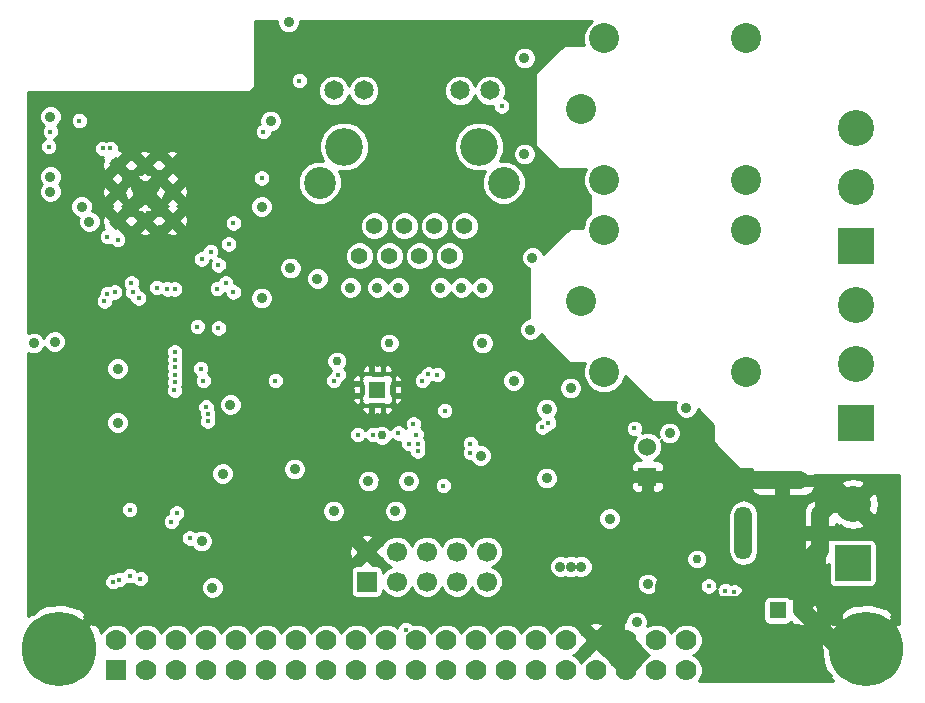
<source format=gbr>
G04 #@! TF.FileFunction,Copper,L2,Inr,Plane*
%FSLAX46Y46*%
G04 Gerber Fmt 4.6, Leading zero omitted, Abs format (unit mm)*
G04 Created by KiCad (PCBNEW no-vcs-found-undefined) date Wed Nov  9 17:15:18 2016*
%MOMM*%
%LPD*%
G01*
G04 APERTURE LIST*
%ADD10C,0.100000*%
%ADD11C,3.200000*%
%ADD12C,1.650000*%
%ADD13C,2.700000*%
%ADD14C,1.410000*%
%ADD15C,1.300000*%
%ADD16C,2.000000*%
%ADD17R,1.400000X1.400000*%
%ADD18C,1.400000*%
%ADD19C,1.524000*%
%ADD20R,1.524000X1.524000*%
%ADD21C,3.048000*%
%ADD22R,3.048000X3.048000*%
%ADD23O,1.500000X4.500000*%
%ADD24O,4.500000X1.500000*%
%ADD25C,2.540000*%
%ADD26R,1.422400X1.422400*%
%ADD27R,0.400000X0.400000*%
%ADD28R,1.700000X1.700000*%
%ADD29C,1.700000*%
%ADD30C,6.300000*%
%ADD31C,1.200000*%
%ADD32C,1.778000*%
%ADD33R,1.778000X1.778000*%
%ADD34C,0.900000*%
%ADD35C,0.750000*%
%ADD36C,0.450000*%
%ADD37C,1.016000*%
%ADD38C,1.524000*%
%ADD39C,0.254000*%
G04 APERTURE END LIST*
D10*
D11*
X97155000Y-78359000D03*
X108585000Y-78359000D03*
D12*
X106940000Y-73610500D03*
X96260000Y-73610500D03*
D13*
X95070000Y-81409000D03*
X110670000Y-81409000D03*
D12*
X109480000Y-73610500D03*
X98800000Y-73610500D03*
D14*
X98435000Y-87599000D03*
X99705000Y-85059000D03*
X100975000Y-87599000D03*
X102245000Y-85059000D03*
X103515000Y-87599000D03*
X104785000Y-85059000D03*
X106055000Y-87599000D03*
X107325000Y-85059000D03*
D15*
X77939900Y-84632800D03*
D16*
X80251300Y-82296000D03*
D15*
X82613500Y-84632800D03*
X77939900Y-79933800D03*
X82613500Y-79933800D03*
X80251300Y-79933800D03*
X80251300Y-84632800D03*
X77939900Y-82169000D03*
X82613500Y-82169000D03*
D17*
X133865620Y-117624860D03*
D18*
X135877300Y-117622320D03*
D19*
X122809000Y-103759000D03*
D20*
X122809000Y-106299000D03*
D21*
X140500000Y-91774000D03*
D22*
X140500000Y-101774000D03*
D21*
X140500000Y-96774000D03*
X140500000Y-81774000D03*
D22*
X140500000Y-86774000D03*
D21*
X140500000Y-76774000D03*
D23*
X130937000Y-111049000D03*
X137437000Y-111049000D03*
D24*
X134237000Y-106599000D03*
D21*
X140208000Y-108625000D03*
D22*
X140208000Y-113625000D03*
D25*
X119176000Y-97440000D03*
X119176000Y-85440000D03*
X131176000Y-85440000D03*
X131176000Y-97440000D03*
X117176000Y-91440000D03*
X117176000Y-75184000D03*
X131176000Y-81184000D03*
X131176000Y-69184000D03*
X119176000Y-69184000D03*
X119176000Y-81184000D03*
D26*
X99949000Y-98933000D03*
D27*
X100449000Y-97633000D03*
X99449000Y-97633000D03*
X98649000Y-98433000D03*
X98649000Y-99433000D03*
X99449000Y-100233000D03*
X100449000Y-100233000D03*
X101249000Y-99433000D03*
X101249000Y-98433000D03*
D28*
X99060000Y-115189000D03*
D29*
X99060000Y-112649000D03*
X101600000Y-115189000D03*
X101600000Y-112649000D03*
X104140000Y-115189000D03*
X104140000Y-112649000D03*
X106680000Y-115189000D03*
X106680000Y-112649000D03*
X109220000Y-115189000D03*
X109220000Y-112649000D03*
D30*
X141351000Y-120904000D03*
D31*
X141351000Y-118491000D03*
X141351000Y-123317000D03*
X139700000Y-119253000D03*
X143002000Y-119253000D03*
X139700000Y-122682000D03*
X143002000Y-122555000D03*
X143764000Y-120904000D03*
X138938000Y-120904000D03*
X70612000Y-120904000D03*
X75438000Y-120904000D03*
X74676000Y-122555000D03*
X71374000Y-122682000D03*
X74676000Y-119253000D03*
X71374000Y-119253000D03*
X73025000Y-123317000D03*
X73025000Y-118491000D03*
D30*
X73025000Y-120904000D03*
D32*
X126111000Y-120142000D03*
X126111000Y-122682000D03*
X123571000Y-120142000D03*
X123571000Y-122682000D03*
X121031000Y-120142000D03*
X121031000Y-122682000D03*
X118491000Y-120142000D03*
X118491000Y-122682000D03*
X115951000Y-120142000D03*
X115951000Y-122682000D03*
X105791000Y-120142000D03*
X105791000Y-122682000D03*
X103251000Y-120142000D03*
X103251000Y-122682000D03*
X108331000Y-122682000D03*
X108331000Y-120142000D03*
X110871000Y-120142000D03*
X110871000Y-122682000D03*
X113411000Y-122682000D03*
X113411000Y-120142000D03*
X88011000Y-120142000D03*
X88011000Y-122682000D03*
X85471000Y-122682000D03*
X85471000Y-120142000D03*
X82931000Y-120142000D03*
X82931000Y-122682000D03*
D33*
X77851000Y-122682000D03*
D32*
X77851000Y-120142000D03*
X80391000Y-122682000D03*
X80391000Y-120142000D03*
X90551000Y-122682000D03*
X90551000Y-120142000D03*
X93091000Y-122682000D03*
X93091000Y-120142000D03*
X95631000Y-122682000D03*
X95631000Y-120142000D03*
X98171000Y-122682000D03*
X98171000Y-120142000D03*
X100711000Y-122682000D03*
X100711000Y-120142000D03*
D34*
X112403409Y-70857591D03*
X119634000Y-109855000D03*
X114299861Y-100578808D03*
X112902994Y-93853000D03*
X112395000Y-78994000D03*
D35*
X127000000Y-113284000D03*
D34*
X114300002Y-106426000D03*
X110871000Y-83820000D03*
X93599000Y-78486000D03*
X83820000Y-80010006D03*
X92583000Y-86868000D03*
X80385490Y-106934000D03*
X80385490Y-112903000D03*
X87376004Y-114681000D03*
D36*
X125039170Y-119298974D03*
D34*
X95123000Y-96139000D03*
X117729000Y-101092000D03*
X116840000Y-101092000D03*
X118618000Y-101092000D03*
X118618000Y-100203000D03*
X116840000Y-100203000D03*
X117729000Y-100203000D03*
X117729000Y-101981000D03*
X116840000Y-101981000D03*
X115570000Y-103759000D03*
X114173000Y-112141000D03*
X84836000Y-74549000D03*
X111506000Y-96774000D03*
X74289490Y-91186000D03*
X88773000Y-97663000D03*
X73533000Y-100330000D03*
X94107000Y-111252000D03*
X96774000Y-106680000D03*
X91440000Y-100203000D03*
D36*
X102655806Y-96226186D03*
D34*
X100457000Y-106807000D03*
X72263000Y-74549000D03*
X73533000Y-108204000D03*
X92836984Y-69088000D03*
X106172000Y-94107000D03*
X93980000Y-102870000D03*
X120650000Y-116967000D03*
X124206000Y-115570000D03*
X124714000Y-102616024D03*
X77972479Y-97155000D03*
X72263000Y-80899000D03*
X77972479Y-101727000D03*
X72263000Y-82169000D03*
X121920000Y-118618000D03*
X126111000Y-100457000D03*
X122879164Y-115388650D03*
D36*
X105537000Y-107061000D03*
D34*
X92583000Y-88646000D03*
X85979000Y-115697000D03*
X115443000Y-113919000D03*
X116332000Y-113919000D03*
X117221000Y-113919000D03*
X87503000Y-100203000D03*
X86868000Y-106045000D03*
D35*
X100330000Y-102812490D03*
D34*
X85090000Y-111760000D03*
X96266000Y-109220000D03*
X92964000Y-105663996D03*
X99187000Y-106680000D03*
X111506000Y-98171000D03*
X108712000Y-104521000D03*
X72644000Y-94869000D03*
X72263000Y-75819000D03*
X102616000Y-106680000D03*
X108839000Y-94996000D03*
X113093500Y-87757000D03*
X116332000Y-98806000D03*
X92456000Y-67818000D03*
D36*
X77573295Y-115212675D03*
D34*
X101473000Y-109220000D03*
D36*
X77343000Y-78520510D03*
D34*
X70866000Y-94996000D03*
D36*
X72263000Y-77089000D03*
X74713148Y-76165490D03*
X72136000Y-78359000D03*
X107823000Y-103505000D03*
X103251000Y-102743000D03*
X86487000Y-88391998D03*
X99568000Y-102743000D03*
X103758994Y-98171000D03*
D34*
X90170000Y-83439000D03*
D36*
X107823000Y-104267000D03*
X103378000Y-103505000D03*
X85852000Y-87249000D03*
X98298000Y-102743000D03*
X85090000Y-87884000D03*
X93345000Y-72771000D03*
D34*
X75565000Y-84709000D03*
D36*
X110490000Y-74930000D03*
D34*
X74924490Y-83438625D03*
D36*
X84073994Y-111506000D03*
X82769424Y-98984784D03*
X76835000Y-91440000D03*
X82975206Y-109382414D03*
X82515500Y-110109000D03*
X78115940Y-115016515D03*
X77089000Y-85979000D03*
X87122008Y-89916000D03*
X85598000Y-100965000D03*
X102997000Y-101854000D03*
X105664000Y-100711000D03*
X87756990Y-90678000D03*
X87376000Y-86614000D03*
X77978000Y-86233000D03*
D34*
X90170000Y-91186000D03*
D36*
X76708000Y-78520510D03*
X85458054Y-100405216D03*
X102616000Y-103505000D03*
X86487004Y-93726000D03*
X78994000Y-114681000D03*
X78994000Y-109093000D03*
X77089000Y-90805000D03*
X82804000Y-98298000D03*
X79883000Y-114935000D03*
X77724000Y-90678000D03*
X82804000Y-97663000D03*
X79239905Y-90682047D03*
X82804000Y-97028000D03*
X79756000Y-91186000D03*
X82804000Y-96393000D03*
X82804006Y-95758000D03*
X79121000Y-89916000D03*
X103378000Y-104140000D03*
X84709000Y-93599000D03*
X91313000Y-98171000D03*
X82169000Y-90424000D03*
X84997510Y-97155000D03*
X85217000Y-98171000D03*
X81280000Y-90297000D03*
X85598000Y-101600000D03*
X86399810Y-90384190D03*
X101726994Y-102616000D03*
X87756996Y-84836000D03*
X82804000Y-90424002D03*
X114422416Y-101761510D03*
X129412994Y-115951000D03*
X113919000Y-102107994D03*
X128016000Y-115569990D03*
X121716800Y-102209600D03*
X130175000Y-116077994D03*
D34*
X90932000Y-76200000D03*
X97663000Y-90297000D03*
D35*
X96519992Y-96520000D03*
X100965002Y-94996000D03*
D34*
X108839000Y-90297000D03*
X107061000Y-90297000D03*
X105283000Y-90297000D03*
X101727000Y-90297000D03*
X99949000Y-90297000D03*
X94869000Y-89535000D03*
D36*
X90297000Y-77089010D03*
X102362008Y-119253000D03*
X104280786Y-97611427D03*
X90170016Y-81026000D03*
X105029000Y-97663008D03*
X96266000Y-98171000D03*
X96647000Y-97663000D03*
D37*
X83743794Y-79933800D02*
X83820000Y-80010006D01*
X82613500Y-79933800D02*
X83743794Y-79933800D01*
D38*
X121031000Y-120142000D02*
X120142000Y-120142000D01*
X120142000Y-120142000D02*
X120142000Y-117475000D01*
X120142000Y-117475000D02*
X120200001Y-117416999D01*
X120200001Y-117416999D02*
X120650000Y-116967000D01*
X118491000Y-120142000D02*
X121031000Y-120142000D01*
D37*
X80385490Y-112266604D02*
X80385490Y-106934000D01*
X80385490Y-112903000D02*
X80385490Y-112266604D01*
D38*
X124206000Y-116840000D02*
X124558007Y-117192007D01*
X124558007Y-117192007D02*
X130709717Y-117192007D01*
X130709717Y-117192007D02*
X133970024Y-113931700D01*
X133970024Y-113931700D02*
X135877300Y-113931700D01*
X124206000Y-115570000D02*
X124206000Y-116840000D01*
X124206000Y-116840000D02*
X124079000Y-116967000D01*
X124079000Y-116967000D02*
X120650000Y-116967000D01*
X130810000Y-106599000D02*
X134237000Y-106599000D01*
X121031000Y-122682000D02*
X121031000Y-120142000D01*
X131953000Y-106553000D02*
X134191000Y-106553000D01*
X134191000Y-106553000D02*
X134237000Y-106599000D01*
X141351000Y-120904000D02*
X139158980Y-120904000D01*
X139158980Y-120904000D02*
X135877300Y-117622320D01*
X137437000Y-111049000D02*
X137437000Y-112372000D01*
X137437000Y-112372000D02*
X135877300Y-113931700D01*
X135877300Y-113931700D02*
X135877300Y-117622320D01*
X135174000Y-106599000D02*
X134237000Y-106599000D01*
X140208000Y-108625000D02*
X138263000Y-108625000D01*
X138263000Y-108625000D02*
X137437000Y-109451000D01*
X137437000Y-109451000D02*
X137437000Y-111049000D01*
D39*
G36*
X91497834Y-68007722D02*
X91643374Y-68359954D01*
X91912628Y-68629679D01*
X92264606Y-68775833D01*
X92645722Y-68776166D01*
X92997954Y-68630626D01*
X93267679Y-68361372D01*
X93413833Y-68009394D01*
X93414111Y-67691000D01*
X118154939Y-67691000D01*
X117669564Y-68175529D01*
X117398309Y-68828782D01*
X117397692Y-69536114D01*
X117474912Y-69723000D01*
X115824000Y-69723000D01*
X115775399Y-69732667D01*
X115734197Y-69760197D01*
X113321197Y-72173197D01*
X113293667Y-72214399D01*
X113284000Y-72263000D01*
X113284000Y-78232000D01*
X113293667Y-78280601D01*
X113321197Y-78321803D01*
X115226197Y-80226803D01*
X115267399Y-80254333D01*
X115316000Y-80264000D01*
X117632828Y-80264000D01*
X117398309Y-80828782D01*
X117397692Y-81536114D01*
X117667806Y-82189840D01*
X117983000Y-82505585D01*
X117983000Y-84074000D01*
X117934399Y-84083667D01*
X117893197Y-84111197D01*
X117512197Y-84492197D01*
X117484667Y-84533399D01*
X117475000Y-84582000D01*
X117475000Y-84900090D01*
X117398309Y-85084782D01*
X117398194Y-85217000D01*
X116332000Y-85217000D01*
X116283399Y-85226667D01*
X116242197Y-85254197D01*
X114015834Y-87480560D01*
X113906126Y-87215046D01*
X113636872Y-86945321D01*
X113284894Y-86799167D01*
X112903778Y-86798834D01*
X112551546Y-86944374D01*
X112281821Y-87213628D01*
X112135667Y-87565606D01*
X112135334Y-87946722D01*
X112280874Y-88298954D01*
X112550128Y-88568679D01*
X112816929Y-88679465D01*
X112813197Y-88683197D01*
X112785667Y-88724399D01*
X112776000Y-88773000D01*
X112776000Y-92894889D01*
X112713272Y-92894834D01*
X112361040Y-93040374D01*
X112091315Y-93309628D01*
X111945161Y-93661606D01*
X111944828Y-94042722D01*
X112090368Y-94394954D01*
X112359622Y-94664679D01*
X112711600Y-94810833D01*
X113092716Y-94811166D01*
X113444948Y-94665626D01*
X113714673Y-94396372D01*
X113795732Y-94201160D01*
X116113519Y-96608092D01*
X116156399Y-96637333D01*
X116205000Y-96647000D01*
X117580092Y-96647000D01*
X117398309Y-97084782D01*
X117397692Y-97792114D01*
X117667806Y-98445840D01*
X118167529Y-98946436D01*
X118820782Y-99217691D01*
X119528114Y-99218308D01*
X120181840Y-98948194D01*
X120682436Y-98448471D01*
X120953691Y-97795218D01*
X120953717Y-97765323D01*
X123100197Y-99911803D01*
X123141399Y-99939333D01*
X123190000Y-99949000D01*
X125284633Y-99949000D01*
X125153167Y-100265606D01*
X125152834Y-100646722D01*
X125298374Y-100998954D01*
X125567628Y-101268679D01*
X125919606Y-101414833D01*
X126300722Y-101415166D01*
X126652954Y-101269626D01*
X126922679Y-101000372D01*
X127068833Y-100648394D01*
X127068894Y-100578500D01*
X128397000Y-101906606D01*
X128397000Y-103378000D01*
X128406667Y-103426601D01*
X128434197Y-103467803D01*
X130593197Y-105626803D01*
X130634399Y-105654333D01*
X130683000Y-105664000D01*
X131660867Y-105664000D01*
X131478811Y-106020048D01*
X131569497Y-106224000D01*
X133729000Y-106224000D01*
X133729000Y-106071000D01*
X134745000Y-106071000D01*
X134745000Y-106224000D01*
X136904503Y-106224000D01*
X136927624Y-106172000D01*
X144088000Y-106172000D01*
X144088000Y-118753384D01*
X143962791Y-118716474D01*
X143426264Y-119253000D01*
X143573342Y-119400078D01*
X143275922Y-119697498D01*
X143234586Y-119656162D01*
X143107742Y-119783006D01*
X143002000Y-119677264D01*
X142465474Y-120213791D01*
X142525882Y-120418711D01*
X142550030Y-120423390D01*
X142069420Y-120904000D01*
X142083563Y-120918143D01*
X141365143Y-121636563D01*
X141351000Y-121622420D01*
X141336858Y-121636563D01*
X140618438Y-120918143D01*
X140632580Y-120904000D01*
X140152074Y-120423494D01*
X140176118Y-120418711D01*
X140236526Y-120213791D01*
X139700000Y-119677264D01*
X139594258Y-119783006D01*
X139467414Y-119656162D01*
X139426078Y-119697498D01*
X139128658Y-119400078D01*
X139275736Y-119253000D01*
X138739209Y-118716474D01*
X138534289Y-118776882D01*
X138529610Y-118801030D01*
X138399984Y-118671404D01*
X137957452Y-119066366D01*
X137512539Y-120504902D01*
X137651996Y-122004197D01*
X137957452Y-122741634D01*
X138399982Y-123136595D01*
X138264715Y-123271862D01*
X138563853Y-123571000D01*
X127197830Y-123571000D01*
X127294629Y-123474370D01*
X127507757Y-122961100D01*
X127508242Y-122405339D01*
X127296010Y-121891697D01*
X126903370Y-121498371D01*
X126695488Y-121412051D01*
X126901303Y-121327010D01*
X127294629Y-120934370D01*
X127507757Y-120421100D01*
X127508242Y-119865339D01*
X127296010Y-119351697D01*
X126903370Y-118958371D01*
X126390100Y-118745243D01*
X125834339Y-118744758D01*
X125320697Y-118956990D01*
X124927371Y-119349630D01*
X124841051Y-119557512D01*
X124756010Y-119351697D01*
X124363370Y-118958371D01*
X123850100Y-118745243D01*
X123294339Y-118744758D01*
X122823970Y-118939110D01*
X122877833Y-118809394D01*
X122878166Y-118428278D01*
X122732626Y-118076046D01*
X122463372Y-117806321D01*
X122111394Y-117660167D01*
X121730278Y-117659834D01*
X121378046Y-117805374D01*
X121108321Y-118074628D01*
X120962167Y-118426606D01*
X120962022Y-118592686D01*
X120946364Y-118590450D01*
X120515441Y-118676166D01*
X120410230Y-118892612D01*
X121031000Y-119513382D01*
X121090044Y-119454339D01*
X121718662Y-120082957D01*
X121659618Y-120142000D01*
X122280388Y-120762770D01*
X122309994Y-120748379D01*
X122385990Y-120932303D01*
X122778630Y-121325629D01*
X122986512Y-121411949D01*
X122780697Y-121496990D01*
X122387371Y-121889630D01*
X122310116Y-122075680D01*
X122280388Y-122061230D01*
X121659618Y-122682000D01*
X121718662Y-122741044D01*
X121090044Y-123369662D01*
X121031000Y-123310618D01*
X120971957Y-123369662D01*
X120343339Y-122741044D01*
X120402382Y-122682000D01*
X119781612Y-122061230D01*
X119752006Y-122075621D01*
X119676010Y-121891697D01*
X119283370Y-121498371D01*
X119097320Y-121421116D01*
X119111770Y-121391388D01*
X120410230Y-121391388D01*
X120420249Y-121412000D01*
X120410230Y-121432612D01*
X120449221Y-121471603D01*
X120515441Y-121607834D01*
X120597116Y-121619498D01*
X121031000Y-122053382D01*
X121459164Y-121625218D01*
X121546559Y-121607834D01*
X121612779Y-121471603D01*
X121651770Y-121432612D01*
X121641751Y-121412000D01*
X121651770Y-121391388D01*
X121612779Y-121352397D01*
X121546559Y-121216166D01*
X121464884Y-121204502D01*
X121031000Y-120770618D01*
X120602836Y-121198782D01*
X120515441Y-121216166D01*
X120449221Y-121352397D01*
X120410230Y-121391388D01*
X119111770Y-121391388D01*
X118491000Y-120770618D01*
X117870230Y-121391388D01*
X117884621Y-121420994D01*
X117700697Y-121496990D01*
X117307371Y-121889630D01*
X117221051Y-122097512D01*
X117136010Y-121891697D01*
X116743370Y-121498371D01*
X116535488Y-121412051D01*
X116741303Y-121327010D01*
X117134629Y-120934370D01*
X117211884Y-120748320D01*
X117241612Y-120762770D01*
X117862382Y-120142000D01*
X119119618Y-120142000D01*
X119547782Y-120570164D01*
X119565166Y-120657559D01*
X119701397Y-120723779D01*
X119740388Y-120762770D01*
X119761000Y-120752751D01*
X119781612Y-120762770D01*
X119820603Y-120723779D01*
X119956834Y-120657559D01*
X119968498Y-120575884D01*
X120402382Y-120142000D01*
X119974218Y-119713836D01*
X119956834Y-119626441D01*
X119820603Y-119560221D01*
X119781612Y-119521230D01*
X119761000Y-119531249D01*
X119740388Y-119521230D01*
X119701397Y-119560221D01*
X119565166Y-119626441D01*
X119553502Y-119708116D01*
X119119618Y-120142000D01*
X117862382Y-120142000D01*
X117241612Y-119521230D01*
X117212006Y-119535621D01*
X117136010Y-119351697D01*
X116743370Y-118958371D01*
X116585005Y-118892612D01*
X117870230Y-118892612D01*
X118491000Y-119513382D01*
X119111770Y-118892612D01*
X119006559Y-118676166D01*
X118406364Y-118590450D01*
X117975441Y-118676166D01*
X117870230Y-118892612D01*
X116585005Y-118892612D01*
X116230100Y-118745243D01*
X115674339Y-118744758D01*
X115160697Y-118956990D01*
X114767371Y-119349630D01*
X114681051Y-119557512D01*
X114596010Y-119351697D01*
X114203370Y-118958371D01*
X113690100Y-118745243D01*
X113134339Y-118744758D01*
X112620697Y-118956990D01*
X112227371Y-119349630D01*
X112141051Y-119557512D01*
X112056010Y-119351697D01*
X111663370Y-118958371D01*
X111150100Y-118745243D01*
X110594339Y-118744758D01*
X110080697Y-118956990D01*
X109687371Y-119349630D01*
X109601051Y-119557512D01*
X109516010Y-119351697D01*
X109123370Y-118958371D01*
X108610100Y-118745243D01*
X108054339Y-118744758D01*
X107540697Y-118956990D01*
X107147371Y-119349630D01*
X107061051Y-119557512D01*
X106976010Y-119351697D01*
X106583370Y-118958371D01*
X106070100Y-118745243D01*
X105514339Y-118744758D01*
X105000697Y-118956990D01*
X104607371Y-119349630D01*
X104521051Y-119557512D01*
X104436010Y-119351697D01*
X104043370Y-118958371D01*
X103530100Y-118745243D01*
X102974339Y-118744758D01*
X102914889Y-118769322D01*
X102777761Y-118631955D01*
X102508450Y-118520128D01*
X102216845Y-118519873D01*
X101947339Y-118631231D01*
X101740963Y-118837247D01*
X101635647Y-119090879D01*
X101503370Y-118958371D01*
X100990100Y-118745243D01*
X100434339Y-118744758D01*
X99920697Y-118956990D01*
X99527371Y-119349630D01*
X99441051Y-119557512D01*
X99356010Y-119351697D01*
X98963370Y-118958371D01*
X98450100Y-118745243D01*
X97894339Y-118744758D01*
X97380697Y-118956990D01*
X96987371Y-119349630D01*
X96901051Y-119557512D01*
X96816010Y-119351697D01*
X96423370Y-118958371D01*
X95910100Y-118745243D01*
X95354339Y-118744758D01*
X94840697Y-118956990D01*
X94447371Y-119349630D01*
X94361051Y-119557512D01*
X94276010Y-119351697D01*
X93883370Y-118958371D01*
X93370100Y-118745243D01*
X92814339Y-118744758D01*
X92300697Y-118956990D01*
X91907371Y-119349630D01*
X91821051Y-119557512D01*
X91736010Y-119351697D01*
X91343370Y-118958371D01*
X90830100Y-118745243D01*
X90274339Y-118744758D01*
X89760697Y-118956990D01*
X89367371Y-119349630D01*
X89281051Y-119557512D01*
X89196010Y-119351697D01*
X88803370Y-118958371D01*
X88290100Y-118745243D01*
X87734339Y-118744758D01*
X87220697Y-118956990D01*
X86827371Y-119349630D01*
X86741051Y-119557512D01*
X86656010Y-119351697D01*
X86263370Y-118958371D01*
X85750100Y-118745243D01*
X85194339Y-118744758D01*
X84680697Y-118956990D01*
X84287371Y-119349630D01*
X84201051Y-119557512D01*
X84116010Y-119351697D01*
X83723370Y-118958371D01*
X83210100Y-118745243D01*
X82654339Y-118744758D01*
X82140697Y-118956990D01*
X81747371Y-119349630D01*
X81661051Y-119557512D01*
X81576010Y-119351697D01*
X81183370Y-118958371D01*
X80670100Y-118745243D01*
X80114339Y-118744758D01*
X79600697Y-118956990D01*
X79207371Y-119349630D01*
X79121051Y-119557512D01*
X79036010Y-119351697D01*
X78643370Y-118958371D01*
X78130100Y-118745243D01*
X77574339Y-118744758D01*
X77060697Y-118956990D01*
X76667371Y-119349630D01*
X76601544Y-119508159D01*
X76418548Y-119066366D01*
X75976016Y-118671404D01*
X75846494Y-118800926D01*
X75841711Y-118776882D01*
X75636791Y-118716474D01*
X75100264Y-119253000D01*
X75247342Y-119400078D01*
X74949922Y-119697498D01*
X74908586Y-119656162D01*
X74781742Y-119783006D01*
X74676000Y-119677264D01*
X74139474Y-120213791D01*
X74199882Y-120418711D01*
X74224030Y-120423390D01*
X73743420Y-120904000D01*
X73757563Y-120918143D01*
X73039143Y-121636563D01*
X73025000Y-121622420D01*
X73010858Y-121636563D01*
X72292438Y-120918143D01*
X72306580Y-120904000D01*
X72292438Y-120889858D01*
X73010858Y-120171438D01*
X73025000Y-120185580D01*
X73505506Y-119705074D01*
X73510289Y-119729118D01*
X73715209Y-119789526D01*
X74251736Y-119253000D01*
X74145994Y-119147258D01*
X74272838Y-119020414D01*
X74231502Y-118979078D01*
X74528922Y-118681658D01*
X74676000Y-118828736D01*
X75212526Y-118292209D01*
X75152118Y-118087289D01*
X75127970Y-118082610D01*
X75257596Y-117952984D01*
X74862634Y-117510452D01*
X73424098Y-117065539D01*
X71924803Y-117204996D01*
X71187366Y-117510452D01*
X70792405Y-117952982D01*
X70657138Y-117817715D01*
X70355000Y-118119853D01*
X70355000Y-116924860D01*
X132647668Y-116924860D01*
X132647668Y-118324860D01*
X132687095Y-118523072D01*
X132799373Y-118691107D01*
X132967408Y-118803385D01*
X133165620Y-118842812D01*
X134565620Y-118842812D01*
X134763832Y-118803385D01*
X134931867Y-118691107D01*
X134969028Y-118635492D01*
X135275790Y-118942254D01*
X135370915Y-118847129D01*
X135387292Y-118892214D01*
X135910559Y-118983068D01*
X136367308Y-118892214D01*
X136443224Y-118683218D01*
X135877300Y-118117295D01*
X135751435Y-118243160D01*
X135256460Y-117748185D01*
X135382325Y-117622320D01*
X136372275Y-117622320D01*
X136938198Y-118188244D01*
X137147194Y-118112328D01*
X137174860Y-117952984D01*
X139118404Y-117952984D01*
X139247926Y-118082506D01*
X139223882Y-118087289D01*
X139163474Y-118292209D01*
X139700000Y-118828736D01*
X139847078Y-118681658D01*
X140144498Y-118979078D01*
X140103162Y-119020414D01*
X140230006Y-119147258D01*
X140124264Y-119253000D01*
X140660791Y-119789526D01*
X140865711Y-119729118D01*
X140870390Y-119704970D01*
X141351000Y-120185580D01*
X141831506Y-119705074D01*
X141836289Y-119729118D01*
X142041209Y-119789526D01*
X142577736Y-119253000D01*
X142471994Y-119147258D01*
X142598838Y-119020414D01*
X142557502Y-118979078D01*
X142854922Y-118681658D01*
X143002000Y-118828736D01*
X143538526Y-118292209D01*
X143478118Y-118087289D01*
X143453970Y-118082610D01*
X143583596Y-117952984D01*
X143188634Y-117510452D01*
X141750098Y-117065539D01*
X140250803Y-117204996D01*
X139513366Y-117510452D01*
X139118404Y-117952984D01*
X137174860Y-117952984D01*
X137238048Y-117589061D01*
X137147194Y-117132312D01*
X136938198Y-117056396D01*
X136372275Y-117622320D01*
X135382325Y-117622320D01*
X135256460Y-117496455D01*
X135751435Y-117001480D01*
X135877300Y-117127345D01*
X136443224Y-116561422D01*
X136367308Y-116352426D01*
X135844041Y-116261572D01*
X135387292Y-116352426D01*
X135370915Y-116397511D01*
X135275790Y-116302386D01*
X134966993Y-116611183D01*
X134931867Y-116558613D01*
X134763832Y-116446335D01*
X134565620Y-116406908D01*
X133165620Y-116406908D01*
X132967408Y-116446335D01*
X132799373Y-116558613D01*
X132687095Y-116726648D01*
X132647668Y-116924860D01*
X70355000Y-116924860D01*
X70355000Y-115357838D01*
X76840168Y-115357838D01*
X76951526Y-115627344D01*
X77157542Y-115833720D01*
X77426853Y-115945547D01*
X77718458Y-115945802D01*
X77861442Y-115886722D01*
X85020834Y-115886722D01*
X85166374Y-116238954D01*
X85435628Y-116508679D01*
X85787606Y-116654833D01*
X86168722Y-116655166D01*
X86520954Y-116509626D01*
X86790679Y-116240372D01*
X86936833Y-115888394D01*
X86937166Y-115507278D01*
X86791626Y-115155046D01*
X86522372Y-114885321D01*
X86170394Y-114739167D01*
X85789278Y-114738834D01*
X85437046Y-114884374D01*
X85167321Y-115153628D01*
X85021167Y-115505606D01*
X85020834Y-115886722D01*
X77861442Y-115886722D01*
X77987964Y-115834444D01*
X78073079Y-115749478D01*
X78261103Y-115749642D01*
X78530609Y-115638284D01*
X78736985Y-115432268D01*
X78759761Y-115377416D01*
X78847558Y-115413872D01*
X79139163Y-115414127D01*
X79271140Y-115359595D01*
X79467247Y-115556045D01*
X79736558Y-115667872D01*
X80028163Y-115668127D01*
X80297669Y-115556769D01*
X80504045Y-115350753D01*
X80615872Y-115081442D01*
X80616127Y-114789837D01*
X80504769Y-114520331D01*
X80323755Y-114339000D01*
X97692048Y-114339000D01*
X97692048Y-116039000D01*
X97731475Y-116237212D01*
X97843753Y-116405247D01*
X98011788Y-116517525D01*
X98210000Y-116556952D01*
X99910000Y-116556952D01*
X100108212Y-116517525D01*
X100276247Y-116405247D01*
X100388525Y-116237212D01*
X100427952Y-116039000D01*
X100427952Y-115908546D01*
X100448072Y-115957240D01*
X100829750Y-116339585D01*
X101328692Y-116546764D01*
X101868938Y-116547235D01*
X102368240Y-116340928D01*
X102750585Y-115959250D01*
X102870038Y-115671575D01*
X102988072Y-115957240D01*
X103369750Y-116339585D01*
X103868692Y-116546764D01*
X104408938Y-116547235D01*
X104908240Y-116340928D01*
X105290585Y-115959250D01*
X105410038Y-115671575D01*
X105528072Y-115957240D01*
X105909750Y-116339585D01*
X106408692Y-116546764D01*
X106948938Y-116547235D01*
X107448240Y-116340928D01*
X107830585Y-115959250D01*
X107950038Y-115671575D01*
X108068072Y-115957240D01*
X108449750Y-116339585D01*
X108948692Y-116546764D01*
X109488938Y-116547235D01*
X109988240Y-116340928D01*
X110370585Y-115959250D01*
X110528739Y-115578372D01*
X121920998Y-115578372D01*
X122066538Y-115930604D01*
X122335792Y-116200329D01*
X122687770Y-116346483D01*
X123068886Y-116346816D01*
X123421118Y-116201276D01*
X123690843Y-115932022D01*
X123780894Y-115715153D01*
X127282873Y-115715153D01*
X127394231Y-115984659D01*
X127600247Y-116191035D01*
X127869558Y-116302862D01*
X128161163Y-116303117D01*
X128430669Y-116191759D01*
X128637045Y-115985743D01*
X128680054Y-115882165D01*
X128679867Y-116096163D01*
X128791225Y-116365669D01*
X128997241Y-116572045D01*
X129266552Y-116683872D01*
X129558157Y-116684127D01*
X129689985Y-116629656D01*
X129759247Y-116699039D01*
X130028558Y-116810866D01*
X130320163Y-116811121D01*
X130589669Y-116699763D01*
X130796045Y-116493747D01*
X130907872Y-116224436D01*
X130908127Y-115932831D01*
X130796769Y-115663325D01*
X130590753Y-115456949D01*
X130321442Y-115345122D01*
X130029837Y-115344867D01*
X129898009Y-115399338D01*
X129828747Y-115329955D01*
X129559436Y-115218128D01*
X129267831Y-115217873D01*
X128998325Y-115329231D01*
X128791949Y-115535247D01*
X128748940Y-115638825D01*
X128749127Y-115424827D01*
X128637769Y-115155321D01*
X128431753Y-114948945D01*
X128162442Y-114837118D01*
X127870837Y-114836863D01*
X127601331Y-114948221D01*
X127394955Y-115154237D01*
X127283128Y-115423548D01*
X127282873Y-115715153D01*
X123780894Y-115715153D01*
X123836997Y-115580044D01*
X123837330Y-115198928D01*
X123691790Y-114846696D01*
X123422536Y-114576971D01*
X123070558Y-114430817D01*
X122689442Y-114430484D01*
X122337210Y-114576024D01*
X122067485Y-114845278D01*
X121921331Y-115197256D01*
X121920998Y-115578372D01*
X110528739Y-115578372D01*
X110577764Y-115460308D01*
X110578235Y-114920062D01*
X110371928Y-114420760D01*
X110060435Y-114108722D01*
X114484834Y-114108722D01*
X114630374Y-114460954D01*
X114899628Y-114730679D01*
X115251606Y-114876833D01*
X115632722Y-114877166D01*
X115887692Y-114771814D01*
X116140606Y-114876833D01*
X116521722Y-114877166D01*
X116776692Y-114771814D01*
X117029606Y-114876833D01*
X117410722Y-114877166D01*
X117762954Y-114731626D01*
X118032679Y-114462372D01*
X118178833Y-114110394D01*
X118179166Y-113729278D01*
X118067435Y-113458869D01*
X126116847Y-113458869D01*
X126250993Y-113783526D01*
X126499168Y-114032134D01*
X126823590Y-114166846D01*
X127174869Y-114167153D01*
X127499526Y-114033007D01*
X127748134Y-113784832D01*
X127882846Y-113460410D01*
X127883153Y-113109131D01*
X127749007Y-112784474D01*
X127500832Y-112535866D01*
X127176410Y-112401154D01*
X126825131Y-112400847D01*
X126500474Y-112534993D01*
X126251866Y-112783168D01*
X126117154Y-113107590D01*
X126116847Y-113458869D01*
X118067435Y-113458869D01*
X118033626Y-113377046D01*
X117764372Y-113107321D01*
X117412394Y-112961167D01*
X117031278Y-112960834D01*
X116776308Y-113066186D01*
X116523394Y-112961167D01*
X116142278Y-112960834D01*
X115887308Y-113066186D01*
X115634394Y-112961167D01*
X115253278Y-112960834D01*
X114901046Y-113106374D01*
X114631321Y-113375628D01*
X114485167Y-113727606D01*
X114484834Y-114108722D01*
X110060435Y-114108722D01*
X109990250Y-114038415D01*
X109702575Y-113918962D01*
X109988240Y-113800928D01*
X110370585Y-113419250D01*
X110577764Y-112920308D01*
X110578235Y-112380062D01*
X110371928Y-111880760D01*
X109990250Y-111498415D01*
X109491308Y-111291236D01*
X108951062Y-111290765D01*
X108451760Y-111497072D01*
X108069415Y-111878750D01*
X107949962Y-112166425D01*
X107831928Y-111880760D01*
X107450250Y-111498415D01*
X106951308Y-111291236D01*
X106411062Y-111290765D01*
X105911760Y-111497072D01*
X105529415Y-111878750D01*
X105409962Y-112166425D01*
X105291928Y-111880760D01*
X104910250Y-111498415D01*
X104411308Y-111291236D01*
X103871062Y-111290765D01*
X103371760Y-111497072D01*
X102989415Y-111878750D01*
X102869962Y-112166425D01*
X102751928Y-111880760D01*
X102370250Y-111498415D01*
X101871308Y-111291236D01*
X101331062Y-111290765D01*
X100831760Y-111497072D01*
X100449415Y-111878750D01*
X100364646Y-112082896D01*
X100270556Y-112039485D01*
X99661041Y-112649000D01*
X100270556Y-113258515D01*
X100364566Y-113215141D01*
X100448072Y-113417240D01*
X100829750Y-113799585D01*
X101117425Y-113919038D01*
X100831760Y-114037072D01*
X100449415Y-114418750D01*
X100427952Y-114470439D01*
X100427952Y-114339000D01*
X100388525Y-114140788D01*
X100276247Y-113972753D01*
X100108212Y-113860475D01*
X99910000Y-113821048D01*
X99631007Y-113821048D01*
X99060000Y-113250041D01*
X98488993Y-113821048D01*
X98210000Y-113821048D01*
X98011788Y-113860475D01*
X97843753Y-113972753D01*
X97731475Y-114140788D01*
X97692048Y-114339000D01*
X80323755Y-114339000D01*
X80298753Y-114313955D01*
X80029442Y-114202128D01*
X79737837Y-114201873D01*
X79605860Y-114256405D01*
X79409753Y-114059955D01*
X79140442Y-113948128D01*
X78848837Y-113947873D01*
X78579331Y-114059231D01*
X78372955Y-114265247D01*
X78350179Y-114320099D01*
X78262382Y-114283643D01*
X77970777Y-114283388D01*
X77701271Y-114394746D01*
X77616156Y-114479712D01*
X77428132Y-114479548D01*
X77158626Y-114590906D01*
X76952250Y-114796922D01*
X76840423Y-115066233D01*
X76840168Y-115357838D01*
X70355000Y-115357838D01*
X70355000Y-112723009D01*
X97547717Y-112723009D01*
X97634511Y-113159350D01*
X97849444Y-113258515D01*
X98458959Y-112649000D01*
X97849444Y-112039485D01*
X97634511Y-112138650D01*
X97547717Y-112723009D01*
X70355000Y-112723009D01*
X70355000Y-111651163D01*
X83340867Y-111651163D01*
X83452225Y-111920669D01*
X83658241Y-112127045D01*
X83927552Y-112238872D01*
X84219157Y-112239127D01*
X84246710Y-112227742D01*
X84277374Y-112301954D01*
X84546628Y-112571679D01*
X84898606Y-112717833D01*
X85279722Y-112718166D01*
X85631954Y-112572626D01*
X85901679Y-112303372D01*
X86047833Y-111951394D01*
X86048166Y-111570278D01*
X85993694Y-111438444D01*
X98450485Y-111438444D01*
X99060000Y-112047959D01*
X99669515Y-111438444D01*
X99570350Y-111223511D01*
X98985991Y-111136717D01*
X98549650Y-111223511D01*
X98450485Y-111438444D01*
X85993694Y-111438444D01*
X85902626Y-111218046D01*
X85633372Y-110948321D01*
X85281394Y-110802167D01*
X84900278Y-110801834D01*
X84550886Y-110946201D01*
X84489747Y-110884955D01*
X84220436Y-110773128D01*
X83928831Y-110772873D01*
X83659325Y-110884231D01*
X83452949Y-111090247D01*
X83341122Y-111359558D01*
X83340867Y-111651163D01*
X70355000Y-111651163D01*
X70355000Y-110254163D01*
X81782373Y-110254163D01*
X81893731Y-110523669D01*
X82099747Y-110730045D01*
X82369058Y-110841872D01*
X82660663Y-110842127D01*
X82930169Y-110730769D01*
X83136545Y-110524753D01*
X83248372Y-110255442D01*
X83248541Y-110062581D01*
X83389875Y-110004183D01*
X83596251Y-109798167D01*
X83708078Y-109528856D01*
X83708182Y-109409722D01*
X95307834Y-109409722D01*
X95453374Y-109761954D01*
X95722628Y-110031679D01*
X96074606Y-110177833D01*
X96455722Y-110178166D01*
X96807954Y-110032626D01*
X97077679Y-109763372D01*
X97223833Y-109411394D01*
X97223834Y-109409722D01*
X100514834Y-109409722D01*
X100660374Y-109761954D01*
X100929628Y-110031679D01*
X101281606Y-110177833D01*
X101662722Y-110178166D01*
X101985679Y-110044722D01*
X118675834Y-110044722D01*
X118821374Y-110396954D01*
X119090628Y-110666679D01*
X119442606Y-110812833D01*
X119823722Y-110813166D01*
X120175954Y-110667626D01*
X120445679Y-110398372D01*
X120591833Y-110046394D01*
X120592166Y-109665278D01*
X120521796Y-109494968D01*
X129679000Y-109494968D01*
X129679000Y-112603032D01*
X129774760Y-113084448D01*
X130047460Y-113492572D01*
X130455584Y-113765272D01*
X130937000Y-113861032D01*
X131418416Y-113765272D01*
X131826540Y-113492572D01*
X132099240Y-113084448D01*
X132195000Y-112603032D01*
X132195000Y-111557000D01*
X136052000Y-111557000D01*
X136052000Y-113057000D01*
X136351830Y-113548347D01*
X136858048Y-113807189D01*
X137062000Y-113716503D01*
X137062000Y-111557000D01*
X137812000Y-111557000D01*
X137812000Y-113716503D01*
X138015952Y-113807189D01*
X138166048Y-113730441D01*
X138166048Y-115149000D01*
X138205475Y-115347212D01*
X138317753Y-115515247D01*
X138485788Y-115627525D01*
X138684000Y-115666952D01*
X141732000Y-115666952D01*
X141930212Y-115627525D01*
X142098247Y-115515247D01*
X142210525Y-115347212D01*
X142249952Y-115149000D01*
X142249952Y-112101000D01*
X142210525Y-111902788D01*
X142098247Y-111734753D01*
X141930212Y-111622475D01*
X141732000Y-111583048D01*
X138822000Y-111583048D01*
X138822000Y-111557000D01*
X137812000Y-111557000D01*
X137062000Y-111557000D01*
X136052000Y-111557000D01*
X132195000Y-111557000D01*
X132195000Y-109494968D01*
X132104700Y-109041000D01*
X136052000Y-109041000D01*
X136052000Y-110541000D01*
X137062000Y-110541000D01*
X137062000Y-108381497D01*
X137812000Y-108381497D01*
X137812000Y-110541000D01*
X138822000Y-110541000D01*
X138822000Y-110348585D01*
X139012419Y-110539004D01*
X139168295Y-110383128D01*
X139360016Y-110656411D01*
X140201951Y-110826288D01*
X141044809Y-110661040D01*
X141055984Y-110656411D01*
X141247706Y-110383127D01*
X140208000Y-109343420D01*
X140193858Y-109357563D01*
X139475437Y-108639142D01*
X139489580Y-108625000D01*
X140926420Y-108625000D01*
X141966127Y-109664706D01*
X142239411Y-109472984D01*
X142409288Y-108631049D01*
X142244040Y-107788191D01*
X142239411Y-107777016D01*
X141966127Y-107585294D01*
X140926420Y-108625000D01*
X139489580Y-108625000D01*
X138449873Y-107585294D01*
X138176589Y-107777016D01*
X138067593Y-108317216D01*
X138015952Y-108290811D01*
X137812000Y-108381497D01*
X137062000Y-108381497D01*
X136858048Y-108290811D01*
X136351830Y-108549653D01*
X136052000Y-109041000D01*
X132104700Y-109041000D01*
X132099240Y-109013552D01*
X131826540Y-108605428D01*
X131418416Y-108332728D01*
X130937000Y-108236968D01*
X130455584Y-108332728D01*
X130047460Y-108605428D01*
X129774760Y-109013552D01*
X129679000Y-109494968D01*
X120521796Y-109494968D01*
X120446626Y-109313046D01*
X120177372Y-109043321D01*
X119825394Y-108897167D01*
X119444278Y-108896834D01*
X119092046Y-109042374D01*
X118822321Y-109311628D01*
X118676167Y-109663606D01*
X118675834Y-110044722D01*
X101985679Y-110044722D01*
X102014954Y-110032626D01*
X102284679Y-109763372D01*
X102430833Y-109411394D01*
X102431166Y-109030278D01*
X102285626Y-108678046D01*
X102016372Y-108408321D01*
X101664394Y-108262167D01*
X101283278Y-108261834D01*
X100931046Y-108407374D01*
X100661321Y-108676628D01*
X100515167Y-109028606D01*
X100514834Y-109409722D01*
X97223834Y-109409722D01*
X97224166Y-109030278D01*
X97078626Y-108678046D01*
X96809372Y-108408321D01*
X96457394Y-108262167D01*
X96076278Y-108261834D01*
X95724046Y-108407374D01*
X95454321Y-108676628D01*
X95308167Y-109028606D01*
X95307834Y-109409722D01*
X83708182Y-109409722D01*
X83708333Y-109237251D01*
X83596975Y-108967745D01*
X83390959Y-108761369D01*
X83121648Y-108649542D01*
X82830043Y-108649287D01*
X82560537Y-108760645D01*
X82354161Y-108966661D01*
X82242334Y-109235972D01*
X82242165Y-109428833D01*
X82100831Y-109487231D01*
X81894455Y-109693247D01*
X81782628Y-109962558D01*
X81782373Y-110254163D01*
X70355000Y-110254163D01*
X70355000Y-109238163D01*
X78260873Y-109238163D01*
X78372231Y-109507669D01*
X78578247Y-109714045D01*
X78847558Y-109825872D01*
X79139163Y-109826127D01*
X79408669Y-109714769D01*
X79615045Y-109508753D01*
X79726872Y-109239442D01*
X79727127Y-108947837D01*
X79615769Y-108678331D01*
X79409753Y-108471955D01*
X79140442Y-108360128D01*
X78848837Y-108359873D01*
X78579331Y-108471231D01*
X78372955Y-108677247D01*
X78261128Y-108946558D01*
X78260873Y-109238163D01*
X70355000Y-109238163D01*
X70355000Y-106234722D01*
X85909834Y-106234722D01*
X86055374Y-106586954D01*
X86324628Y-106856679D01*
X86676606Y-107002833D01*
X87057722Y-107003166D01*
X87380679Y-106869722D01*
X98228834Y-106869722D01*
X98374374Y-107221954D01*
X98643628Y-107491679D01*
X98995606Y-107637833D01*
X99376722Y-107638166D01*
X99728954Y-107492626D01*
X99998679Y-107223372D01*
X100144833Y-106871394D01*
X100144834Y-106869722D01*
X101657834Y-106869722D01*
X101803374Y-107221954D01*
X102072628Y-107491679D01*
X102424606Y-107637833D01*
X102805722Y-107638166D01*
X103157954Y-107492626D01*
X103427679Y-107223372D01*
X103434824Y-107206163D01*
X104803873Y-107206163D01*
X104915231Y-107475669D01*
X105121247Y-107682045D01*
X105390558Y-107793872D01*
X105682163Y-107794127D01*
X105951669Y-107682769D01*
X106158045Y-107476753D01*
X106269872Y-107207442D01*
X106270127Y-106915837D01*
X106158769Y-106646331D01*
X106128214Y-106615722D01*
X113341836Y-106615722D01*
X113487376Y-106967954D01*
X113756630Y-107237679D01*
X114108608Y-107383833D01*
X114489724Y-107384166D01*
X114841956Y-107238626D01*
X115111681Y-106969372D01*
X115165919Y-106838750D01*
X121412000Y-106838750D01*
X121412000Y-107187309D01*
X121508673Y-107420698D01*
X121687301Y-107599327D01*
X121920690Y-107696000D01*
X122269250Y-107696000D01*
X122428000Y-107537250D01*
X122428000Y-106680000D01*
X123190000Y-106680000D01*
X123190000Y-107537250D01*
X123348750Y-107696000D01*
X123697310Y-107696000D01*
X123930699Y-107599327D01*
X124109327Y-107420698D01*
X124206000Y-107187309D01*
X124206000Y-107177952D01*
X131478811Y-107177952D01*
X131737653Y-107684170D01*
X132229000Y-107984000D01*
X133729000Y-107984000D01*
X133729000Y-106974000D01*
X134745000Y-106974000D01*
X134745000Y-107984000D01*
X136245000Y-107984000D01*
X136736347Y-107684170D01*
X136995189Y-107177952D01*
X136904503Y-106974000D01*
X134745000Y-106974000D01*
X133729000Y-106974000D01*
X131569497Y-106974000D01*
X131478811Y-107177952D01*
X124206000Y-107177952D01*
X124206000Y-106866873D01*
X139168294Y-106866873D01*
X140208000Y-107906580D01*
X141247706Y-106866873D01*
X141055984Y-106593589D01*
X140214049Y-106423712D01*
X139371191Y-106588960D01*
X139360016Y-106593589D01*
X139168294Y-106866873D01*
X124206000Y-106866873D01*
X124206000Y-106838750D01*
X124047250Y-106680000D01*
X123190000Y-106680000D01*
X122428000Y-106680000D01*
X121570750Y-106680000D01*
X121412000Y-106838750D01*
X115165919Y-106838750D01*
X115257835Y-106617394D01*
X115258168Y-106236278D01*
X115112628Y-105884046D01*
X114843374Y-105614321D01*
X114491396Y-105468167D01*
X114110280Y-105467834D01*
X113758048Y-105613374D01*
X113488323Y-105882628D01*
X113342169Y-106234606D01*
X113341836Y-106615722D01*
X106128214Y-106615722D01*
X105952753Y-106439955D01*
X105683442Y-106328128D01*
X105391837Y-106327873D01*
X105122331Y-106439231D01*
X104915955Y-106645247D01*
X104804128Y-106914558D01*
X104803873Y-107206163D01*
X103434824Y-107206163D01*
X103573833Y-106871394D01*
X103574166Y-106490278D01*
X103428626Y-106138046D01*
X103159372Y-105868321D01*
X102807394Y-105722167D01*
X102426278Y-105721834D01*
X102074046Y-105867374D01*
X101804321Y-106136628D01*
X101658167Y-106488606D01*
X101657834Y-106869722D01*
X100144834Y-106869722D01*
X100145166Y-106490278D01*
X99999626Y-106138046D01*
X99730372Y-105868321D01*
X99378394Y-105722167D01*
X98997278Y-105721834D01*
X98645046Y-105867374D01*
X98375321Y-106136628D01*
X98229167Y-106488606D01*
X98228834Y-106869722D01*
X87380679Y-106869722D01*
X87409954Y-106857626D01*
X87679679Y-106588372D01*
X87825833Y-106236394D01*
X87826166Y-105855278D01*
X87825522Y-105853718D01*
X92005834Y-105853718D01*
X92151374Y-106205950D01*
X92420628Y-106475675D01*
X92772606Y-106621829D01*
X93153722Y-106622162D01*
X93505954Y-106476622D01*
X93775679Y-106207368D01*
X93921833Y-105855390D01*
X93922166Y-105474274D01*
X93776626Y-105122042D01*
X93507372Y-104852317D01*
X93155394Y-104706163D01*
X92774278Y-104705830D01*
X92422046Y-104851370D01*
X92152321Y-105120624D01*
X92006167Y-105472602D01*
X92005834Y-105853718D01*
X87825522Y-105853718D01*
X87680626Y-105503046D01*
X87411372Y-105233321D01*
X87059394Y-105087167D01*
X86678278Y-105086834D01*
X86326046Y-105232374D01*
X86056321Y-105501628D01*
X85910167Y-105853606D01*
X85909834Y-106234722D01*
X70355000Y-106234722D01*
X70355000Y-102888163D01*
X97564873Y-102888163D01*
X97676231Y-103157669D01*
X97882247Y-103364045D01*
X98151558Y-103475872D01*
X98443163Y-103476127D01*
X98712669Y-103364769D01*
X98919045Y-103158753D01*
X98932896Y-103125396D01*
X98946231Y-103157669D01*
X99152247Y-103364045D01*
X99421558Y-103475872D01*
X99713163Y-103476127D01*
X99735574Y-103466867D01*
X99829168Y-103560624D01*
X100153590Y-103695336D01*
X100504869Y-103695643D01*
X100829526Y-103561497D01*
X101078134Y-103313322D01*
X101168982Y-103094537D01*
X101311241Y-103237045D01*
X101580552Y-103348872D01*
X101872157Y-103349127D01*
X101890127Y-103341702D01*
X101883128Y-103358558D01*
X101882873Y-103650163D01*
X101994231Y-103919669D01*
X102200247Y-104126045D01*
X102469558Y-104237872D01*
X102644914Y-104238025D01*
X102644873Y-104285163D01*
X102756231Y-104554669D01*
X102962247Y-104761045D01*
X103231558Y-104872872D01*
X103523163Y-104873127D01*
X103792669Y-104761769D01*
X103999045Y-104555753D01*
X104110872Y-104286442D01*
X104111127Y-103994837D01*
X104039881Y-103822409D01*
X104110872Y-103651442D01*
X104110873Y-103650163D01*
X107089873Y-103650163D01*
X107187422Y-103886248D01*
X107090128Y-104120558D01*
X107089873Y-104412163D01*
X107201231Y-104681669D01*
X107407247Y-104888045D01*
X107676558Y-104999872D01*
X107873380Y-105000044D01*
X107899374Y-105062954D01*
X108168628Y-105332679D01*
X108520606Y-105478833D01*
X108901722Y-105479166D01*
X109253954Y-105333626D01*
X109523679Y-105064372D01*
X109669833Y-104712394D01*
X109670166Y-104331278D01*
X109524626Y-103979046D01*
X109255372Y-103709321D01*
X108903394Y-103563167D01*
X108555949Y-103562863D01*
X108556127Y-103359837D01*
X108444769Y-103090331D01*
X108238753Y-102883955D01*
X107969442Y-102772128D01*
X107677837Y-102771873D01*
X107408331Y-102883231D01*
X107201955Y-103089247D01*
X107090128Y-103358558D01*
X107089873Y-103650163D01*
X104110873Y-103650163D01*
X104111127Y-103359837D01*
X103999769Y-103090331D01*
X103929631Y-103020070D01*
X103983872Y-102889442D01*
X103984127Y-102597837D01*
X103872769Y-102328331D01*
X103797727Y-102253157D01*
X113185873Y-102253157D01*
X113297231Y-102522663D01*
X113503247Y-102729039D01*
X113772558Y-102840866D01*
X114064163Y-102841121D01*
X114333669Y-102729763D01*
X114540045Y-102523747D01*
X114552138Y-102494623D01*
X114567579Y-102494637D01*
X114837085Y-102383279D01*
X114865650Y-102354763D01*
X120983673Y-102354763D01*
X121095031Y-102624269D01*
X121301047Y-102830645D01*
X121570358Y-102942472D01*
X121829106Y-102942698D01*
X121732974Y-103038663D01*
X121539221Y-103505273D01*
X121538780Y-104010510D01*
X121731718Y-104477458D01*
X122088663Y-104835026D01*
X122249955Y-104902000D01*
X121920690Y-104902000D01*
X121687301Y-104998673D01*
X121508673Y-105177302D01*
X121412000Y-105410691D01*
X121412000Y-105759250D01*
X121570750Y-105918000D01*
X122428000Y-105918000D01*
X122428000Y-105771000D01*
X123190000Y-105771000D01*
X123190000Y-105918000D01*
X124047250Y-105918000D01*
X124206000Y-105759250D01*
X124206000Y-105410691D01*
X124109327Y-105177302D01*
X123930699Y-104998673D01*
X123697310Y-104902000D01*
X123368407Y-104902000D01*
X123527458Y-104836282D01*
X123885026Y-104479337D01*
X124078779Y-104012727D01*
X124079220Y-103507490D01*
X123958415Y-103215119D01*
X124170628Y-103427703D01*
X124522606Y-103573857D01*
X124903722Y-103574190D01*
X125255954Y-103428650D01*
X125525679Y-103159396D01*
X125671833Y-102807418D01*
X125672166Y-102426302D01*
X125526626Y-102074070D01*
X125257372Y-101804345D01*
X124905394Y-101658191D01*
X124524278Y-101657858D01*
X124172046Y-101803398D01*
X123902321Y-102072652D01*
X123756167Y-102424630D01*
X123755834Y-102805746D01*
X123829239Y-102983400D01*
X123529337Y-102682974D01*
X123062727Y-102489221D01*
X122557490Y-102488780D01*
X122360810Y-102570046D01*
X122449672Y-102356042D01*
X122449927Y-102064437D01*
X122338569Y-101794931D01*
X122132553Y-101588555D01*
X121863242Y-101476728D01*
X121571637Y-101476473D01*
X121302131Y-101587831D01*
X121095755Y-101793847D01*
X120983928Y-102063158D01*
X120983673Y-102354763D01*
X114865650Y-102354763D01*
X115043461Y-102177263D01*
X115155288Y-101907952D01*
X115155543Y-101616347D01*
X115044185Y-101346841D01*
X114965473Y-101267992D01*
X115111540Y-101122180D01*
X115257694Y-100770202D01*
X115258027Y-100389086D01*
X115112487Y-100036854D01*
X114843233Y-99767129D01*
X114491255Y-99620975D01*
X114110139Y-99620642D01*
X113757907Y-99766182D01*
X113488182Y-100035436D01*
X113342028Y-100387414D01*
X113341695Y-100768530D01*
X113487235Y-101120762D01*
X113750516Y-101384503D01*
X113504331Y-101486225D01*
X113297955Y-101692241D01*
X113186128Y-101961552D01*
X113185873Y-102253157D01*
X103797727Y-102253157D01*
X103675696Y-102130913D01*
X103729872Y-102000442D01*
X103730127Y-101708837D01*
X103618769Y-101439331D01*
X103412753Y-101232955D01*
X103143442Y-101121128D01*
X102851837Y-101120873D01*
X102582331Y-101232231D01*
X102375955Y-101438247D01*
X102264128Y-101707558D01*
X102263873Y-101999163D01*
X102346450Y-102199014D01*
X102142747Y-101994955D01*
X101873436Y-101883128D01*
X101581831Y-101882873D01*
X101312325Y-101994231D01*
X101105949Y-102200247D01*
X101064980Y-102298912D01*
X100830832Y-102064356D01*
X100506410Y-101929644D01*
X100155131Y-101929337D01*
X99836720Y-102060902D01*
X99714442Y-102010128D01*
X99422837Y-102009873D01*
X99153331Y-102121231D01*
X98946955Y-102327247D01*
X98933104Y-102360604D01*
X98919769Y-102328331D01*
X98713753Y-102121955D01*
X98444442Y-102010128D01*
X98152837Y-102009873D01*
X97883331Y-102121231D01*
X97676955Y-102327247D01*
X97565128Y-102596558D01*
X97564873Y-102888163D01*
X70355000Y-102888163D01*
X70355000Y-101916722D01*
X77014313Y-101916722D01*
X77159853Y-102268954D01*
X77429107Y-102538679D01*
X77781085Y-102684833D01*
X78162201Y-102685166D01*
X78514433Y-102539626D01*
X78784158Y-102270372D01*
X78930312Y-101918394D01*
X78930645Y-101537278D01*
X78785105Y-101185046D01*
X78515851Y-100915321D01*
X78163873Y-100769167D01*
X77782757Y-100768834D01*
X77430525Y-100914374D01*
X77160800Y-101183628D01*
X77014646Y-101535606D01*
X77014313Y-101916722D01*
X70355000Y-101916722D01*
X70355000Y-100550379D01*
X84724927Y-100550379D01*
X84836285Y-100819885D01*
X84865102Y-100848752D01*
X84864873Y-101110163D01*
X84936119Y-101282591D01*
X84865128Y-101453558D01*
X84864873Y-101745163D01*
X84976231Y-102014669D01*
X85182247Y-102221045D01*
X85451558Y-102332872D01*
X85743163Y-102333127D01*
X86012669Y-102221769D01*
X86219045Y-102015753D01*
X86330872Y-101746442D01*
X86331127Y-101454837D01*
X86259881Y-101282409D01*
X86330872Y-101111442D01*
X86331127Y-100819837D01*
X86219769Y-100550331D01*
X86190952Y-100521464D01*
X86191064Y-100392722D01*
X86544834Y-100392722D01*
X86690374Y-100744954D01*
X86959628Y-101014679D01*
X87311606Y-101160833D01*
X87692722Y-101161166D01*
X88044954Y-101015626D01*
X88314679Y-100746372D01*
X88420407Y-100491750D01*
X98614000Y-100491750D01*
X98614000Y-100559309D01*
X98710673Y-100792698D01*
X98889301Y-100971327D01*
X99122690Y-101068000D01*
X99190250Y-101068000D01*
X99349000Y-100909250D01*
X99349000Y-100333000D01*
X99549000Y-100333000D01*
X99549000Y-100909250D01*
X99707750Y-101068000D01*
X99775310Y-101068000D01*
X99949000Y-100996055D01*
X100122690Y-101068000D01*
X100190250Y-101068000D01*
X100349000Y-100909250D01*
X100349000Y-100333000D01*
X100549000Y-100333000D01*
X100549000Y-100909250D01*
X100707750Y-101068000D01*
X100775310Y-101068000D01*
X101008699Y-100971327D01*
X101123862Y-100856163D01*
X104930873Y-100856163D01*
X105042231Y-101125669D01*
X105248247Y-101332045D01*
X105517558Y-101443872D01*
X105809163Y-101444127D01*
X106078669Y-101332769D01*
X106285045Y-101126753D01*
X106396872Y-100857442D01*
X106397127Y-100565837D01*
X106285769Y-100296331D01*
X106079753Y-100089955D01*
X105810442Y-99978128D01*
X105518837Y-99977873D01*
X105249331Y-100089231D01*
X105042955Y-100295247D01*
X104931128Y-100564558D01*
X104930873Y-100856163D01*
X101123862Y-100856163D01*
X101187327Y-100792698D01*
X101284000Y-100559309D01*
X101284000Y-100491750D01*
X101125250Y-100333000D01*
X100549000Y-100333000D01*
X100349000Y-100333000D01*
X99549000Y-100333000D01*
X99349000Y-100333000D01*
X98772750Y-100333000D01*
X98614000Y-100491750D01*
X88420407Y-100491750D01*
X88460833Y-100394394D01*
X88461166Y-100013278D01*
X88328313Y-99691750D01*
X97814000Y-99691750D01*
X97814000Y-99759309D01*
X97910673Y-99992698D01*
X98089301Y-100171327D01*
X98322690Y-100268000D01*
X98390250Y-100268000D01*
X98549000Y-100109250D01*
X98549000Y-99533000D01*
X97972750Y-99533000D01*
X97814000Y-99691750D01*
X88328313Y-99691750D01*
X88315626Y-99661046D01*
X88046372Y-99391321D01*
X87694394Y-99245167D01*
X87313278Y-99244834D01*
X86961046Y-99390374D01*
X86691321Y-99659628D01*
X86545167Y-100011606D01*
X86544834Y-100392722D01*
X86191064Y-100392722D01*
X86191181Y-100260053D01*
X86079823Y-99990547D01*
X85873807Y-99784171D01*
X85604496Y-99672344D01*
X85312891Y-99672089D01*
X85043385Y-99783447D01*
X84837009Y-99989463D01*
X84725182Y-100258774D01*
X84724927Y-100550379D01*
X70355000Y-100550379D01*
X70355000Y-99129947D01*
X82036297Y-99129947D01*
X82147655Y-99399453D01*
X82353671Y-99605829D01*
X82622982Y-99717656D01*
X82914587Y-99717911D01*
X83184093Y-99606553D01*
X83390469Y-99400537D01*
X83502296Y-99131226D01*
X83502551Y-98839621D01*
X83437826Y-98682974D01*
X83536872Y-98444442D01*
X83537127Y-98152837D01*
X83465881Y-97980409D01*
X83536872Y-97809442D01*
X83537127Y-97517837D01*
X83465881Y-97345409D01*
X83484668Y-97300163D01*
X84264383Y-97300163D01*
X84375741Y-97569669D01*
X84581757Y-97776045D01*
X84586501Y-97778015D01*
X84484128Y-98024558D01*
X84483873Y-98316163D01*
X84595231Y-98585669D01*
X84801247Y-98792045D01*
X85070558Y-98903872D01*
X85362163Y-98904127D01*
X85631669Y-98792769D01*
X85838045Y-98586753D01*
X85949872Y-98317442D01*
X85949873Y-98316163D01*
X90579873Y-98316163D01*
X90691231Y-98585669D01*
X90897247Y-98792045D01*
X91166558Y-98903872D01*
X91458163Y-98904127D01*
X91727669Y-98792769D01*
X91934045Y-98586753D01*
X92045872Y-98317442D01*
X92045873Y-98316163D01*
X95532873Y-98316163D01*
X95644231Y-98585669D01*
X95850247Y-98792045D01*
X96119558Y-98903872D01*
X96411163Y-98904127D01*
X96680669Y-98792769D01*
X96781864Y-98691750D01*
X97814000Y-98691750D01*
X97814000Y-98759309D01*
X97885945Y-98933000D01*
X97814000Y-99106691D01*
X97814000Y-99174250D01*
X97972750Y-99333000D01*
X98549000Y-99333000D01*
X98549000Y-98533000D01*
X97972750Y-98533000D01*
X97814000Y-98691750D01*
X96781864Y-98691750D01*
X96887045Y-98586753D01*
X96998872Y-98317442D01*
X96998878Y-98310714D01*
X97061669Y-98284769D01*
X97240058Y-98106691D01*
X97814000Y-98106691D01*
X97814000Y-98174250D01*
X97972750Y-98333000D01*
X98549000Y-98333000D01*
X98549000Y-98095491D01*
X98602800Y-98095491D01*
X98602800Y-98418650D01*
X98749000Y-98564850D01*
X98749000Y-99301150D01*
X98602800Y-99447350D01*
X98602800Y-99770509D01*
X98636604Y-99852120D01*
X98614000Y-99906691D01*
X98614000Y-99974250D01*
X98907750Y-100268000D01*
X98975310Y-100268000D01*
X99029880Y-100245396D01*
X99111490Y-100279200D01*
X99434650Y-100279200D01*
X99580850Y-100133000D01*
X100317150Y-100133000D01*
X100463350Y-100279200D01*
X100786510Y-100279200D01*
X100868120Y-100245396D01*
X100922690Y-100268000D01*
X100990250Y-100268000D01*
X101284000Y-99974250D01*
X101284000Y-99906691D01*
X101261396Y-99852120D01*
X101295200Y-99770509D01*
X101295200Y-99533000D01*
X101349000Y-99533000D01*
X101349000Y-100109250D01*
X101507750Y-100268000D01*
X101575310Y-100268000D01*
X101808699Y-100171327D01*
X101987327Y-99992698D01*
X102084000Y-99759309D01*
X102084000Y-99691750D01*
X101925250Y-99533000D01*
X101349000Y-99533000D01*
X101295200Y-99533000D01*
X101295200Y-99447350D01*
X101149000Y-99301150D01*
X101149000Y-98564850D01*
X101180850Y-98533000D01*
X101349000Y-98533000D01*
X101349000Y-99333000D01*
X101925250Y-99333000D01*
X102084000Y-99174250D01*
X102084000Y-99106691D01*
X102012055Y-98933000D01*
X102084000Y-98759309D01*
X102084000Y-98691750D01*
X101925250Y-98533000D01*
X101349000Y-98533000D01*
X101180850Y-98533000D01*
X101295200Y-98418650D01*
X101295200Y-98095491D01*
X101261396Y-98013880D01*
X101284000Y-97959309D01*
X101284000Y-97891750D01*
X101149000Y-97756750D01*
X101349000Y-97756750D01*
X101349000Y-98333000D01*
X101925250Y-98333000D01*
X101942087Y-98316163D01*
X103025867Y-98316163D01*
X103137225Y-98585669D01*
X103343241Y-98792045D01*
X103612552Y-98903872D01*
X103904157Y-98904127D01*
X104173663Y-98792769D01*
X104380039Y-98586753D01*
X104491866Y-98317442D01*
X104491866Y-98317318D01*
X104601311Y-98272096D01*
X104613247Y-98284053D01*
X104882558Y-98395880D01*
X105174163Y-98396135D01*
X105259868Y-98360722D01*
X110547834Y-98360722D01*
X110693374Y-98712954D01*
X110962628Y-98982679D01*
X111314606Y-99128833D01*
X111695722Y-99129166D01*
X112018679Y-98995722D01*
X115373834Y-98995722D01*
X115519374Y-99347954D01*
X115788628Y-99617679D01*
X116140606Y-99763833D01*
X116521722Y-99764166D01*
X116873954Y-99618626D01*
X117143679Y-99349372D01*
X117289833Y-98997394D01*
X117290166Y-98616278D01*
X117144626Y-98264046D01*
X116875372Y-97994321D01*
X116523394Y-97848167D01*
X116142278Y-97847834D01*
X115790046Y-97993374D01*
X115520321Y-98262628D01*
X115374167Y-98614606D01*
X115373834Y-98995722D01*
X112018679Y-98995722D01*
X112047954Y-98983626D01*
X112317679Y-98714372D01*
X112463833Y-98362394D01*
X112464166Y-97981278D01*
X112318626Y-97629046D01*
X112049372Y-97359321D01*
X111697394Y-97213167D01*
X111316278Y-97212834D01*
X110964046Y-97358374D01*
X110694321Y-97627628D01*
X110548167Y-97979606D01*
X110547834Y-98360722D01*
X105259868Y-98360722D01*
X105443669Y-98284777D01*
X105650045Y-98078761D01*
X105761872Y-97809450D01*
X105762127Y-97517845D01*
X105650769Y-97248339D01*
X105444753Y-97041963D01*
X105175442Y-96930136D01*
X104883837Y-96929881D01*
X104708475Y-97002339D01*
X104696539Y-96990382D01*
X104427228Y-96878555D01*
X104135623Y-96878300D01*
X103866117Y-96989658D01*
X103659741Y-97195674D01*
X103547914Y-97464985D01*
X103547914Y-97465109D01*
X103344325Y-97549231D01*
X103137949Y-97755247D01*
X103026122Y-98024558D01*
X103025867Y-98316163D01*
X101942087Y-98316163D01*
X102084000Y-98174250D01*
X102084000Y-98106691D01*
X101987327Y-97873302D01*
X101808699Y-97694673D01*
X101575310Y-97598000D01*
X101507750Y-97598000D01*
X101349000Y-97756750D01*
X101149000Y-97756750D01*
X100990250Y-97598000D01*
X100922690Y-97598000D01*
X100868120Y-97620604D01*
X100786510Y-97586800D01*
X100463350Y-97586800D01*
X100317150Y-97733000D01*
X99580850Y-97733000D01*
X99434650Y-97586800D01*
X99111490Y-97586800D01*
X99029880Y-97620604D01*
X98975310Y-97598000D01*
X98907750Y-97598000D01*
X98614000Y-97891750D01*
X98614000Y-97959309D01*
X98636604Y-98013880D01*
X98602800Y-98095491D01*
X98549000Y-98095491D01*
X98549000Y-97756750D01*
X98390250Y-97598000D01*
X98322690Y-97598000D01*
X98089301Y-97694673D01*
X97910673Y-97873302D01*
X97814000Y-98106691D01*
X97240058Y-98106691D01*
X97268045Y-98078753D01*
X97379872Y-97809442D01*
X97380127Y-97517837D01*
X97292883Y-97306691D01*
X98614000Y-97306691D01*
X98614000Y-97374250D01*
X98772750Y-97533000D01*
X99349000Y-97533000D01*
X99349000Y-96956750D01*
X99549000Y-96956750D01*
X99549000Y-97533000D01*
X100349000Y-97533000D01*
X100349000Y-96956750D01*
X100549000Y-96956750D01*
X100549000Y-97533000D01*
X101125250Y-97533000D01*
X101284000Y-97374250D01*
X101284000Y-97306691D01*
X101187327Y-97073302D01*
X101008699Y-96894673D01*
X100775310Y-96798000D01*
X100707750Y-96798000D01*
X100549000Y-96956750D01*
X100349000Y-96956750D01*
X100190250Y-96798000D01*
X100122690Y-96798000D01*
X99949000Y-96869945D01*
X99775310Y-96798000D01*
X99707750Y-96798000D01*
X99549000Y-96956750D01*
X99349000Y-96956750D01*
X99190250Y-96798000D01*
X99122690Y-96798000D01*
X98889301Y-96894673D01*
X98710673Y-97073302D01*
X98614000Y-97306691D01*
X97292883Y-97306691D01*
X97268769Y-97248331D01*
X97154699Y-97134062D01*
X97268126Y-97020832D01*
X97402838Y-96696410D01*
X97403145Y-96345131D01*
X97268999Y-96020474D01*
X97020824Y-95771866D01*
X96696402Y-95637154D01*
X96345123Y-95636847D01*
X96020466Y-95770993D01*
X95771858Y-96019168D01*
X95637146Y-96343590D01*
X95636839Y-96694869D01*
X95770985Y-97019526D01*
X96017834Y-97266805D01*
X95914128Y-97516558D01*
X95914122Y-97523286D01*
X95851331Y-97549231D01*
X95644955Y-97755247D01*
X95533128Y-98024558D01*
X95532873Y-98316163D01*
X92045873Y-98316163D01*
X92046127Y-98025837D01*
X91934769Y-97756331D01*
X91728753Y-97549955D01*
X91459442Y-97438128D01*
X91167837Y-97437873D01*
X90898331Y-97549231D01*
X90691955Y-97755247D01*
X90580128Y-98024558D01*
X90579873Y-98316163D01*
X85949873Y-98316163D01*
X85950127Y-98025837D01*
X85838769Y-97756331D01*
X85632753Y-97549955D01*
X85628009Y-97547985D01*
X85730382Y-97301442D01*
X85730637Y-97009837D01*
X85619279Y-96740331D01*
X85413263Y-96533955D01*
X85143952Y-96422128D01*
X84852347Y-96421873D01*
X84582841Y-96533231D01*
X84376465Y-96739247D01*
X84264638Y-97008558D01*
X84264383Y-97300163D01*
X83484668Y-97300163D01*
X83536872Y-97174442D01*
X83537127Y-96882837D01*
X83465881Y-96710409D01*
X83536872Y-96539442D01*
X83537127Y-96247837D01*
X83465884Y-96075416D01*
X83536878Y-95904442D01*
X83537133Y-95612837D01*
X83425775Y-95343331D01*
X83253614Y-95170869D01*
X100081849Y-95170869D01*
X100215995Y-95495526D01*
X100464170Y-95744134D01*
X100788592Y-95878846D01*
X101139871Y-95879153D01*
X101464528Y-95745007D01*
X101713136Y-95496832D01*
X101842320Y-95185722D01*
X107880834Y-95185722D01*
X108026374Y-95537954D01*
X108295628Y-95807679D01*
X108647606Y-95953833D01*
X109028722Y-95954166D01*
X109380954Y-95808626D01*
X109650679Y-95539372D01*
X109796833Y-95187394D01*
X109797166Y-94806278D01*
X109651626Y-94454046D01*
X109382372Y-94184321D01*
X109030394Y-94038167D01*
X108649278Y-94037834D01*
X108297046Y-94183374D01*
X108027321Y-94452628D01*
X107881167Y-94804606D01*
X107880834Y-95185722D01*
X101842320Y-95185722D01*
X101847848Y-95172410D01*
X101848155Y-94821131D01*
X101714009Y-94496474D01*
X101465834Y-94247866D01*
X101141412Y-94113154D01*
X100790133Y-94112847D01*
X100465476Y-94246993D01*
X100216868Y-94495168D01*
X100082156Y-94819590D01*
X100081849Y-95170869D01*
X83253614Y-95170869D01*
X83219759Y-95136955D01*
X82950448Y-95025128D01*
X82658843Y-95024873D01*
X82389337Y-95136231D01*
X82182961Y-95342247D01*
X82071134Y-95611558D01*
X82070879Y-95903163D01*
X82142122Y-96075584D01*
X82071128Y-96246558D01*
X82070873Y-96538163D01*
X82142119Y-96710591D01*
X82071128Y-96881558D01*
X82070873Y-97173163D01*
X82142119Y-97345591D01*
X82071128Y-97516558D01*
X82070873Y-97808163D01*
X82142119Y-97980591D01*
X82071128Y-98151558D01*
X82070873Y-98443163D01*
X82135598Y-98599810D01*
X82036552Y-98838342D01*
X82036297Y-99129947D01*
X70355000Y-99129947D01*
X70355000Y-97344722D01*
X77014313Y-97344722D01*
X77159853Y-97696954D01*
X77429107Y-97966679D01*
X77781085Y-98112833D01*
X78162201Y-98113166D01*
X78514433Y-97967626D01*
X78784158Y-97698372D01*
X78930312Y-97346394D01*
X78930645Y-96965278D01*
X78785105Y-96613046D01*
X78515851Y-96343321D01*
X78163873Y-96197167D01*
X77782757Y-96196834D01*
X77430525Y-96342374D01*
X77160800Y-96611628D01*
X77014646Y-96963606D01*
X77014313Y-97344722D01*
X70355000Y-97344722D01*
X70355000Y-95821121D01*
X70674606Y-95953833D01*
X71055722Y-95954166D01*
X71407954Y-95808626D01*
X71677679Y-95539372D01*
X71781312Y-95289796D01*
X71831374Y-95410954D01*
X72100628Y-95680679D01*
X72452606Y-95826833D01*
X72833722Y-95827166D01*
X73185954Y-95681626D01*
X73455679Y-95412372D01*
X73601833Y-95060394D01*
X73602166Y-94679278D01*
X73456626Y-94327046D01*
X73187372Y-94057321D01*
X72835394Y-93911167D01*
X72454278Y-93910834D01*
X72102046Y-94056374D01*
X71832321Y-94325628D01*
X71728688Y-94575204D01*
X71678626Y-94454046D01*
X71409372Y-94184321D01*
X71057394Y-94038167D01*
X70676278Y-94037834D01*
X70355000Y-94170584D01*
X70355000Y-93744163D01*
X83975873Y-93744163D01*
X84087231Y-94013669D01*
X84293247Y-94220045D01*
X84562558Y-94331872D01*
X84854163Y-94332127D01*
X85123669Y-94220769D01*
X85330045Y-94014753D01*
X85389668Y-93871163D01*
X85753877Y-93871163D01*
X85865235Y-94140669D01*
X86071251Y-94347045D01*
X86340562Y-94458872D01*
X86632167Y-94459127D01*
X86901673Y-94347769D01*
X87108049Y-94141753D01*
X87219876Y-93872442D01*
X87220131Y-93580837D01*
X87108773Y-93311331D01*
X86902757Y-93104955D01*
X86633446Y-92993128D01*
X86341841Y-92992873D01*
X86072335Y-93104231D01*
X85865959Y-93310247D01*
X85754132Y-93579558D01*
X85753877Y-93871163D01*
X85389668Y-93871163D01*
X85441872Y-93745442D01*
X85442127Y-93453837D01*
X85330769Y-93184331D01*
X85124753Y-92977955D01*
X84855442Y-92866128D01*
X84563837Y-92865873D01*
X84294331Y-92977231D01*
X84087955Y-93183247D01*
X83976128Y-93452558D01*
X83975873Y-93744163D01*
X70355000Y-93744163D01*
X70355000Y-91585163D01*
X76101873Y-91585163D01*
X76213231Y-91854669D01*
X76419247Y-92061045D01*
X76688558Y-92172872D01*
X76980163Y-92173127D01*
X77249669Y-92061769D01*
X77456045Y-91855753D01*
X77567872Y-91586442D01*
X77568029Y-91406915D01*
X77577558Y-91410872D01*
X77869163Y-91411127D01*
X78138669Y-91299769D01*
X78345045Y-91093753D01*
X78456872Y-90824442D01*
X78457127Y-90532837D01*
X78345769Y-90263331D01*
X78143954Y-90061163D01*
X78387873Y-90061163D01*
X78499231Y-90330669D01*
X78564839Y-90396392D01*
X78507033Y-90535605D01*
X78506778Y-90827210D01*
X78618136Y-91096716D01*
X78824152Y-91303092D01*
X79050028Y-91396883D01*
X79134231Y-91600669D01*
X79340247Y-91807045D01*
X79609558Y-91918872D01*
X79901163Y-91919127D01*
X80170669Y-91807769D01*
X80377045Y-91601753D01*
X80488872Y-91332442D01*
X80489127Y-91040837D01*
X80377769Y-90771331D01*
X80171753Y-90564955D01*
X79945877Y-90471164D01*
X79933894Y-90442163D01*
X80546873Y-90442163D01*
X80658231Y-90711669D01*
X80864247Y-90918045D01*
X81133558Y-91029872D01*
X81425163Y-91030127D01*
X81646896Y-90938508D01*
X81753247Y-91045045D01*
X82022558Y-91156872D01*
X82314163Y-91157127D01*
X82486589Y-91085882D01*
X82657558Y-91156874D01*
X82949163Y-91157129D01*
X83218669Y-91045771D01*
X83425045Y-90839755D01*
X83536872Y-90570444D01*
X83536907Y-90529353D01*
X85666683Y-90529353D01*
X85778041Y-90798859D01*
X85984057Y-91005235D01*
X86253368Y-91117062D01*
X86544973Y-91117317D01*
X86814479Y-91005959D01*
X87020855Y-90799943D01*
X87023890Y-90792635D01*
X87023863Y-90823163D01*
X87135221Y-91092669D01*
X87341237Y-91299045D01*
X87610548Y-91410872D01*
X87902153Y-91411127D01*
X87987839Y-91375722D01*
X89211834Y-91375722D01*
X89357374Y-91727954D01*
X89626628Y-91997679D01*
X89978606Y-92143833D01*
X90359722Y-92144166D01*
X90711954Y-91998626D01*
X90981679Y-91729372D01*
X91127833Y-91377394D01*
X91128166Y-90996278D01*
X90982626Y-90644046D01*
X90713372Y-90374321D01*
X90361394Y-90228167D01*
X89980278Y-90227834D01*
X89628046Y-90373374D01*
X89358321Y-90642628D01*
X89212167Y-90994606D01*
X89211834Y-91375722D01*
X87987839Y-91375722D01*
X88171659Y-91299769D01*
X88378035Y-91093753D01*
X88489862Y-90824442D01*
X88490117Y-90532837D01*
X88378759Y-90263331D01*
X88172743Y-90056955D01*
X87903432Y-89945128D01*
X87854983Y-89945086D01*
X87855135Y-89770837D01*
X87836081Y-89724722D01*
X93910834Y-89724722D01*
X94056374Y-90076954D01*
X94325628Y-90346679D01*
X94677606Y-90492833D01*
X95058722Y-90493166D01*
X95074317Y-90486722D01*
X96704834Y-90486722D01*
X96850374Y-90838954D01*
X97119628Y-91108679D01*
X97471606Y-91254833D01*
X97852722Y-91255166D01*
X98204954Y-91109626D01*
X98474679Y-90840372D01*
X98620833Y-90488394D01*
X98620834Y-90486722D01*
X98990834Y-90486722D01*
X99136374Y-90838954D01*
X99405628Y-91108679D01*
X99757606Y-91254833D01*
X100138722Y-91255166D01*
X100490954Y-91109626D01*
X100760679Y-90840372D01*
X100838010Y-90654139D01*
X100914374Y-90838954D01*
X101183628Y-91108679D01*
X101535606Y-91254833D01*
X101916722Y-91255166D01*
X102268954Y-91109626D01*
X102538679Y-90840372D01*
X102684833Y-90488394D01*
X102684834Y-90486722D01*
X104324834Y-90486722D01*
X104470374Y-90838954D01*
X104739628Y-91108679D01*
X105091606Y-91254833D01*
X105472722Y-91255166D01*
X105824954Y-91109626D01*
X106094679Y-90840372D01*
X106172010Y-90654139D01*
X106248374Y-90838954D01*
X106517628Y-91108679D01*
X106869606Y-91254833D01*
X107250722Y-91255166D01*
X107602954Y-91109626D01*
X107872679Y-90840372D01*
X107950010Y-90654139D01*
X108026374Y-90838954D01*
X108295628Y-91108679D01*
X108647606Y-91254833D01*
X109028722Y-91255166D01*
X109380954Y-91109626D01*
X109650679Y-90840372D01*
X109796833Y-90488394D01*
X109797166Y-90107278D01*
X109651626Y-89755046D01*
X109382372Y-89485321D01*
X109030394Y-89339167D01*
X108649278Y-89338834D01*
X108297046Y-89484374D01*
X108027321Y-89753628D01*
X107949990Y-89939861D01*
X107873626Y-89755046D01*
X107604372Y-89485321D01*
X107252394Y-89339167D01*
X106871278Y-89338834D01*
X106519046Y-89484374D01*
X106249321Y-89753628D01*
X106171990Y-89939861D01*
X106095626Y-89755046D01*
X105826372Y-89485321D01*
X105474394Y-89339167D01*
X105093278Y-89338834D01*
X104741046Y-89484374D01*
X104471321Y-89753628D01*
X104325167Y-90105606D01*
X104324834Y-90486722D01*
X102684834Y-90486722D01*
X102685166Y-90107278D01*
X102539626Y-89755046D01*
X102270372Y-89485321D01*
X101918394Y-89339167D01*
X101537278Y-89338834D01*
X101185046Y-89484374D01*
X100915321Y-89753628D01*
X100837990Y-89939861D01*
X100761626Y-89755046D01*
X100492372Y-89485321D01*
X100140394Y-89339167D01*
X99759278Y-89338834D01*
X99407046Y-89484374D01*
X99137321Y-89753628D01*
X98991167Y-90105606D01*
X98990834Y-90486722D01*
X98620834Y-90486722D01*
X98621166Y-90107278D01*
X98475626Y-89755046D01*
X98206372Y-89485321D01*
X97854394Y-89339167D01*
X97473278Y-89338834D01*
X97121046Y-89484374D01*
X96851321Y-89753628D01*
X96705167Y-90105606D01*
X96704834Y-90486722D01*
X95074317Y-90486722D01*
X95410954Y-90347626D01*
X95680679Y-90078372D01*
X95826833Y-89726394D01*
X95827166Y-89345278D01*
X95681626Y-88993046D01*
X95412372Y-88723321D01*
X95060394Y-88577167D01*
X94679278Y-88576834D01*
X94327046Y-88722374D01*
X94057321Y-88991628D01*
X93911167Y-89343606D01*
X93910834Y-89724722D01*
X87836081Y-89724722D01*
X87743777Y-89501331D01*
X87537761Y-89294955D01*
X87268450Y-89183128D01*
X86976845Y-89182873D01*
X86707339Y-89294231D01*
X86500963Y-89500247D01*
X86438272Y-89651224D01*
X86254647Y-89651063D01*
X85985141Y-89762421D01*
X85778765Y-89968437D01*
X85666938Y-90237748D01*
X85666683Y-90529353D01*
X83536907Y-90529353D01*
X83537127Y-90278839D01*
X83425769Y-90009333D01*
X83219753Y-89802957D01*
X82950442Y-89691130D01*
X82658837Y-89690875D01*
X82486411Y-89762120D01*
X82315442Y-89691128D01*
X82023837Y-89690873D01*
X81802104Y-89782492D01*
X81695753Y-89675955D01*
X81426442Y-89564128D01*
X81134837Y-89563873D01*
X80865331Y-89675231D01*
X80658955Y-89881247D01*
X80547128Y-90150558D01*
X80546873Y-90442163D01*
X79933894Y-90442163D01*
X79861674Y-90267378D01*
X79796066Y-90201655D01*
X79853872Y-90062442D01*
X79854127Y-89770837D01*
X79742769Y-89501331D01*
X79536753Y-89294955D01*
X79267442Y-89183128D01*
X78975837Y-89182873D01*
X78706331Y-89294231D01*
X78499955Y-89500247D01*
X78388128Y-89769558D01*
X78387873Y-90061163D01*
X78143954Y-90061163D01*
X78139753Y-90056955D01*
X77870442Y-89945128D01*
X77578837Y-89944873D01*
X77309331Y-90056231D01*
X77276378Y-90089126D01*
X77235442Y-90072128D01*
X76943837Y-90071873D01*
X76674331Y-90183231D01*
X76467955Y-90389247D01*
X76356128Y-90658558D01*
X76355932Y-90882518D01*
X76213955Y-91024247D01*
X76102128Y-91293558D01*
X76101873Y-91585163D01*
X70355000Y-91585163D01*
X70355000Y-88029163D01*
X84356873Y-88029163D01*
X84468231Y-88298669D01*
X84674247Y-88505045D01*
X84943558Y-88616872D01*
X85235163Y-88617127D01*
X85504669Y-88505769D01*
X85711045Y-88299753D01*
X85822872Y-88030442D01*
X85822914Y-87981975D01*
X85863561Y-87982010D01*
X85754128Y-88245556D01*
X85753873Y-88537161D01*
X85865231Y-88806667D01*
X86071247Y-89013043D01*
X86340558Y-89124870D01*
X86632163Y-89125125D01*
X86901669Y-89013767D01*
X87080025Y-88835722D01*
X91624834Y-88835722D01*
X91770374Y-89187954D01*
X92039628Y-89457679D01*
X92391606Y-89603833D01*
X92772722Y-89604166D01*
X93124954Y-89458626D01*
X93394679Y-89189372D01*
X93540833Y-88837394D01*
X93541166Y-88456278D01*
X93395626Y-88104046D01*
X93131265Y-87839222D01*
X97221790Y-87839222D01*
X97406069Y-88285212D01*
X97746994Y-88626732D01*
X98192661Y-88811789D01*
X98675222Y-88812210D01*
X99121212Y-88627931D01*
X99462732Y-88287006D01*
X99647789Y-87841339D01*
X99647790Y-87839222D01*
X99761790Y-87839222D01*
X99946069Y-88285212D01*
X100286994Y-88626732D01*
X100732661Y-88811789D01*
X101215222Y-88812210D01*
X101661212Y-88627931D01*
X102002732Y-88287006D01*
X102187789Y-87841339D01*
X102187790Y-87839222D01*
X102301790Y-87839222D01*
X102486069Y-88285212D01*
X102826994Y-88626732D01*
X103272661Y-88811789D01*
X103755222Y-88812210D01*
X104201212Y-88627931D01*
X104542732Y-88287006D01*
X104727789Y-87841339D01*
X104727790Y-87839222D01*
X104841790Y-87839222D01*
X105026069Y-88285212D01*
X105366994Y-88626732D01*
X105812661Y-88811789D01*
X106295222Y-88812210D01*
X106741212Y-88627931D01*
X107082732Y-88287006D01*
X107267789Y-87841339D01*
X107268210Y-87358778D01*
X107083931Y-86912788D01*
X106743006Y-86571268D01*
X106297339Y-86386211D01*
X105814778Y-86385790D01*
X105368788Y-86570069D01*
X105027268Y-86910994D01*
X104842211Y-87356661D01*
X104841790Y-87839222D01*
X104727790Y-87839222D01*
X104728210Y-87358778D01*
X104543931Y-86912788D01*
X104203006Y-86571268D01*
X103757339Y-86386211D01*
X103274778Y-86385790D01*
X102828788Y-86570069D01*
X102487268Y-86910994D01*
X102302211Y-87356661D01*
X102301790Y-87839222D01*
X102187790Y-87839222D01*
X102188210Y-87358778D01*
X102003931Y-86912788D01*
X101663006Y-86571268D01*
X101217339Y-86386211D01*
X100734778Y-86385790D01*
X100288788Y-86570069D01*
X99947268Y-86910994D01*
X99762211Y-87356661D01*
X99761790Y-87839222D01*
X99647790Y-87839222D01*
X99648210Y-87358778D01*
X99463931Y-86912788D01*
X99123006Y-86571268D01*
X98677339Y-86386211D01*
X98194778Y-86385790D01*
X97748788Y-86570069D01*
X97407268Y-86910994D01*
X97222211Y-87356661D01*
X97221790Y-87839222D01*
X93131265Y-87839222D01*
X93126372Y-87834321D01*
X92774394Y-87688167D01*
X92393278Y-87687834D01*
X92041046Y-87833374D01*
X91771321Y-88102628D01*
X91625167Y-88454606D01*
X91624834Y-88835722D01*
X87080025Y-88835722D01*
X87108045Y-88807751D01*
X87219872Y-88538440D01*
X87220127Y-88246835D01*
X87108769Y-87977329D01*
X86902753Y-87770953D01*
X86633442Y-87659126D01*
X86475439Y-87658988D01*
X86584872Y-87395442D01*
X86585127Y-87103837D01*
X86473769Y-86834331D01*
X86398733Y-86759163D01*
X86642873Y-86759163D01*
X86754231Y-87028669D01*
X86960247Y-87235045D01*
X87229558Y-87346872D01*
X87521163Y-87347127D01*
X87790669Y-87235769D01*
X87997045Y-87029753D01*
X88108872Y-86760442D01*
X88109127Y-86468837D01*
X87997769Y-86199331D01*
X87791753Y-85992955D01*
X87522442Y-85881128D01*
X87230837Y-85880873D01*
X86961331Y-85992231D01*
X86754955Y-86198247D01*
X86643128Y-86467558D01*
X86642873Y-86759163D01*
X86398733Y-86759163D01*
X86267753Y-86627955D01*
X85998442Y-86516128D01*
X85706837Y-86515873D01*
X85437331Y-86627231D01*
X85230955Y-86833247D01*
X85119128Y-87102558D01*
X85119086Y-87151025D01*
X84944837Y-87150873D01*
X84675331Y-87262231D01*
X84468955Y-87468247D01*
X84357128Y-87737558D01*
X84356873Y-88029163D01*
X70355000Y-88029163D01*
X70355000Y-86124163D01*
X76355873Y-86124163D01*
X76467231Y-86393669D01*
X76673247Y-86600045D01*
X76942558Y-86711872D01*
X77234163Y-86712127D01*
X77366140Y-86657595D01*
X77562247Y-86854045D01*
X77831558Y-86965872D01*
X78123163Y-86966127D01*
X78392669Y-86854769D01*
X78599045Y-86648753D01*
X78710872Y-86379442D01*
X78711127Y-86087837D01*
X78599769Y-85818331D01*
X78474857Y-85693201D01*
X78491165Y-85643684D01*
X79700035Y-85643684D01*
X79768198Y-85850656D01*
X80271025Y-85942828D01*
X80734402Y-85850656D01*
X80802565Y-85643684D01*
X82062235Y-85643684D01*
X82130398Y-85850656D01*
X82633225Y-85942828D01*
X83096602Y-85850656D01*
X83164765Y-85643684D01*
X82613500Y-85092419D01*
X82062235Y-85643684D01*
X80802565Y-85643684D01*
X80251300Y-85092419D01*
X79700035Y-85643684D01*
X78491165Y-85643684D01*
X77939900Y-85092419D01*
X77796357Y-85235962D01*
X77336738Y-84776343D01*
X77480281Y-84632800D01*
X78399519Y-84632800D01*
X78950784Y-85184065D01*
X79095600Y-85136372D01*
X79240416Y-85184065D01*
X79791681Y-84632800D01*
X80710919Y-84632800D01*
X81262184Y-85184065D01*
X81432400Y-85128007D01*
X81602616Y-85184065D01*
X82153881Y-84632800D01*
X83073119Y-84632800D01*
X83624384Y-85184065D01*
X83831356Y-85115902D01*
X83856054Y-84981163D01*
X87023869Y-84981163D01*
X87135227Y-85250669D01*
X87341243Y-85457045D01*
X87610554Y-85568872D01*
X87902159Y-85569127D01*
X88171665Y-85457769D01*
X88330489Y-85299222D01*
X98491790Y-85299222D01*
X98676069Y-85745212D01*
X99016994Y-86086732D01*
X99462661Y-86271789D01*
X99945222Y-86272210D01*
X100391212Y-86087931D01*
X100732732Y-85747006D01*
X100917789Y-85301339D01*
X100917790Y-85299222D01*
X101031790Y-85299222D01*
X101216069Y-85745212D01*
X101556994Y-86086732D01*
X102002661Y-86271789D01*
X102485222Y-86272210D01*
X102931212Y-86087931D01*
X103272732Y-85747006D01*
X103457789Y-85301339D01*
X103457790Y-85299222D01*
X103571790Y-85299222D01*
X103756069Y-85745212D01*
X104096994Y-86086732D01*
X104542661Y-86271789D01*
X105025222Y-86272210D01*
X105471212Y-86087931D01*
X105812732Y-85747006D01*
X105997789Y-85301339D01*
X105997790Y-85299222D01*
X106111790Y-85299222D01*
X106296069Y-85745212D01*
X106636994Y-86086732D01*
X107082661Y-86271789D01*
X107565222Y-86272210D01*
X108011212Y-86087931D01*
X108352732Y-85747006D01*
X108537789Y-85301339D01*
X108538210Y-84818778D01*
X108353931Y-84372788D01*
X108013006Y-84031268D01*
X107567339Y-83846211D01*
X107084778Y-83845790D01*
X106638788Y-84030069D01*
X106297268Y-84370994D01*
X106112211Y-84816661D01*
X106111790Y-85299222D01*
X105997790Y-85299222D01*
X105998210Y-84818778D01*
X105813931Y-84372788D01*
X105473006Y-84031268D01*
X105027339Y-83846211D01*
X104544778Y-83845790D01*
X104098788Y-84030069D01*
X103757268Y-84370994D01*
X103572211Y-84816661D01*
X103571790Y-85299222D01*
X103457790Y-85299222D01*
X103458210Y-84818778D01*
X103273931Y-84372788D01*
X102933006Y-84031268D01*
X102487339Y-83846211D01*
X102004778Y-83845790D01*
X101558788Y-84030069D01*
X101217268Y-84370994D01*
X101032211Y-84816661D01*
X101031790Y-85299222D01*
X100917790Y-85299222D01*
X100918210Y-84818778D01*
X100733931Y-84372788D01*
X100393006Y-84031268D01*
X99947339Y-83846211D01*
X99464778Y-83845790D01*
X99018788Y-84030069D01*
X98677268Y-84370994D01*
X98492211Y-84816661D01*
X98491790Y-85299222D01*
X88330489Y-85299222D01*
X88378041Y-85251753D01*
X88489868Y-84982442D01*
X88490123Y-84690837D01*
X88378765Y-84421331D01*
X88172749Y-84214955D01*
X87903438Y-84103128D01*
X87611833Y-84102873D01*
X87342327Y-84214231D01*
X87135951Y-84420247D01*
X87024124Y-84689558D01*
X87023869Y-84981163D01*
X83856054Y-84981163D01*
X83923528Y-84613075D01*
X83831356Y-84149698D01*
X83624384Y-84081535D01*
X83073119Y-84632800D01*
X82153881Y-84632800D01*
X81602616Y-84081535D01*
X81432400Y-84137593D01*
X81262184Y-84081535D01*
X80710919Y-84632800D01*
X79791681Y-84632800D01*
X79240416Y-84081535D01*
X79095600Y-84129228D01*
X78950784Y-84081535D01*
X78399519Y-84632800D01*
X77480281Y-84632800D01*
X76929016Y-84081535D01*
X76722044Y-84149698D01*
X76629872Y-84652525D01*
X76722044Y-85115902D01*
X76734329Y-85119948D01*
X76656014Y-85198263D01*
X76773858Y-85316107D01*
X76674331Y-85357231D01*
X76467955Y-85563247D01*
X76356128Y-85832558D01*
X76355873Y-86124163D01*
X70355000Y-86124163D01*
X70355000Y-83628347D01*
X73966324Y-83628347D01*
X74111864Y-83980579D01*
X74381118Y-84250304D01*
X74668594Y-84369674D01*
X74607167Y-84517606D01*
X74606834Y-84898722D01*
X74752374Y-85250954D01*
X75021628Y-85520679D01*
X75373606Y-85666833D01*
X75754722Y-85667166D01*
X76106954Y-85521626D01*
X76376679Y-85252372D01*
X76522833Y-84900394D01*
X76523166Y-84519278D01*
X76377626Y-84167046D01*
X76108372Y-83897321D01*
X75820896Y-83777951D01*
X75882323Y-83630019D01*
X75882656Y-83248903D01*
X75854138Y-83179884D01*
X77388635Y-83179884D01*
X77456798Y-83386856D01*
X77530284Y-83400327D01*
X77456798Y-83414944D01*
X77388635Y-83621916D01*
X77939900Y-84173181D01*
X78457318Y-83655763D01*
X79598644Y-83655763D01*
X79721064Y-83876458D01*
X79988866Y-83910747D01*
X80251300Y-84173181D01*
X80490041Y-83934440D01*
X80781536Y-83876458D01*
X80903956Y-83655763D01*
X80769397Y-83521204D01*
X80734402Y-83414944D01*
X80647141Y-83398948D01*
X80428077Y-83179884D01*
X82062235Y-83179884D01*
X82130398Y-83386856D01*
X82203884Y-83400327D01*
X82130398Y-83414944D01*
X82062235Y-83621916D01*
X82613500Y-84173181D01*
X83157959Y-83628722D01*
X89211834Y-83628722D01*
X89357374Y-83980954D01*
X89626628Y-84250679D01*
X89978606Y-84396833D01*
X90359722Y-84397166D01*
X90711954Y-84251626D01*
X90981679Y-83982372D01*
X91127833Y-83630394D01*
X91128166Y-83249278D01*
X90982626Y-82897046D01*
X90713372Y-82627321D01*
X90361394Y-82481167D01*
X89980278Y-82480834D01*
X89628046Y-82626374D01*
X89358321Y-82895628D01*
X89212167Y-83247606D01*
X89211834Y-83628722D01*
X83157959Y-83628722D01*
X83164765Y-83621916D01*
X83096602Y-83414944D01*
X83023116Y-83401473D01*
X83096602Y-83386856D01*
X83164765Y-83179884D01*
X82613500Y-82628619D01*
X82062235Y-83179884D01*
X80428077Y-83179884D01*
X80251300Y-83003107D01*
X79857158Y-83397249D01*
X79768198Y-83414944D01*
X79733203Y-83521204D01*
X79598644Y-83655763D01*
X78457318Y-83655763D01*
X78491165Y-83621916D01*
X78423002Y-83414944D01*
X78349516Y-83401473D01*
X78423002Y-83386856D01*
X78491165Y-83179884D01*
X77939900Y-82628619D01*
X77388635Y-83179884D01*
X75854138Y-83179884D01*
X75737116Y-82896671D01*
X75467862Y-82626946D01*
X75115884Y-82480792D01*
X74734768Y-82480459D01*
X74382536Y-82625999D01*
X74112811Y-82895253D01*
X73966657Y-83247231D01*
X73966324Y-83628347D01*
X70355000Y-83628347D01*
X70355000Y-81088722D01*
X71304834Y-81088722D01*
X71450374Y-81440954D01*
X71543184Y-81533926D01*
X71451321Y-81625628D01*
X71305167Y-81977606D01*
X71304834Y-82358722D01*
X71450374Y-82710954D01*
X71719628Y-82980679D01*
X72071606Y-83126833D01*
X72452722Y-83127166D01*
X72804954Y-82981626D01*
X73074679Y-82712372D01*
X73220833Y-82360394D01*
X73220982Y-82188725D01*
X76629872Y-82188725D01*
X76722044Y-82652102D01*
X76929016Y-82720265D01*
X77480281Y-82169000D01*
X78399519Y-82169000D01*
X78594276Y-82363757D01*
X78588235Y-82410941D01*
X78670842Y-82826236D01*
X78891537Y-82948656D01*
X79544193Y-82296000D01*
X80958407Y-82296000D01*
X81611063Y-82948656D01*
X81831758Y-82826236D01*
X81880966Y-82441915D01*
X82153881Y-82169000D01*
X83073119Y-82169000D01*
X83624384Y-82720265D01*
X83831356Y-82652102D01*
X83923528Y-82149275D01*
X83849470Y-81776958D01*
X93211679Y-81776958D01*
X93493946Y-82460097D01*
X94016154Y-82983217D01*
X94698800Y-83266676D01*
X95437958Y-83267321D01*
X96121097Y-82985054D01*
X96644217Y-82462846D01*
X96927676Y-81780200D01*
X96928321Y-81041042D01*
X96682101Y-80445144D01*
X96733853Y-80466633D01*
X97572468Y-80467365D01*
X98347526Y-80147117D01*
X98941033Y-79554645D01*
X99262633Y-78780147D01*
X99262636Y-78776468D01*
X106476635Y-78776468D01*
X106796883Y-79551526D01*
X107389355Y-80145033D01*
X108163853Y-80466633D01*
X109002468Y-80467365D01*
X109058865Y-80444062D01*
X108812324Y-81037800D01*
X108811679Y-81776958D01*
X109093946Y-82460097D01*
X109616154Y-82983217D01*
X110298800Y-83266676D01*
X111037958Y-83267321D01*
X111721097Y-82985054D01*
X112244217Y-82462846D01*
X112527676Y-81780200D01*
X112528321Y-81041042D01*
X112246054Y-80357903D01*
X111723846Y-79834783D01*
X111041200Y-79551324D01*
X110372654Y-79550741D01*
X110525053Y-79183722D01*
X111436834Y-79183722D01*
X111582374Y-79535954D01*
X111851628Y-79805679D01*
X112203606Y-79951833D01*
X112584722Y-79952166D01*
X112936954Y-79806626D01*
X113206679Y-79537372D01*
X113352833Y-79185394D01*
X113353166Y-78804278D01*
X113207626Y-78452046D01*
X112938372Y-78182321D01*
X112586394Y-78036167D01*
X112205278Y-78035834D01*
X111853046Y-78181374D01*
X111583321Y-78450628D01*
X111437167Y-78802606D01*
X111436834Y-79183722D01*
X110525053Y-79183722D01*
X110692633Y-78780147D01*
X110693365Y-77941532D01*
X110373117Y-77166474D01*
X109780645Y-76572967D01*
X109006147Y-76251367D01*
X108167532Y-76250635D01*
X107392474Y-76570883D01*
X106798967Y-77163355D01*
X106477367Y-77937853D01*
X106476635Y-78776468D01*
X99262636Y-78776468D01*
X99263365Y-77941532D01*
X98943117Y-77166474D01*
X98350645Y-76572967D01*
X97576147Y-76251367D01*
X96737532Y-76250635D01*
X95962474Y-76570883D01*
X95368967Y-77163355D01*
X95047367Y-77937853D01*
X95046635Y-78776468D01*
X95366773Y-79551259D01*
X94702042Y-79550679D01*
X94018903Y-79832946D01*
X93495783Y-80355154D01*
X93212324Y-81037800D01*
X93211679Y-81776958D01*
X83849470Y-81776958D01*
X83831356Y-81685898D01*
X83624384Y-81617735D01*
X83073119Y-82169000D01*
X82153881Y-82169000D01*
X81851898Y-81867017D01*
X81831758Y-81765764D01*
X81649603Y-81664722D01*
X81602616Y-81617735D01*
X81395644Y-81685898D01*
X81356844Y-81897563D01*
X80958407Y-82296000D01*
X79544193Y-82296000D01*
X79213293Y-81965100D01*
X79157756Y-81685898D01*
X78950784Y-81617735D01*
X78908356Y-81660163D01*
X78891537Y-81643344D01*
X78670842Y-81765764D01*
X78651472Y-81917047D01*
X78399519Y-82169000D01*
X77480281Y-82169000D01*
X76929016Y-81617735D01*
X76722044Y-81685898D01*
X76629872Y-82188725D01*
X73220982Y-82188725D01*
X73221166Y-81979278D01*
X73075626Y-81627046D01*
X72982816Y-81534074D01*
X73074679Y-81442372D01*
X73220833Y-81090394D01*
X73220960Y-80944684D01*
X77388635Y-80944684D01*
X77423780Y-81051400D01*
X77388635Y-81158116D01*
X77939900Y-81709381D01*
X78491165Y-81158116D01*
X78456020Y-81051400D01*
X78491165Y-80944684D01*
X78482718Y-80936237D01*
X79598644Y-80936237D01*
X79745676Y-81083269D01*
X79768198Y-81151656D01*
X79824357Y-81161950D01*
X80251300Y-81588893D01*
X80677148Y-81163045D01*
X80734402Y-81151656D01*
X80756924Y-81083269D01*
X80895509Y-80944684D01*
X82062235Y-80944684D01*
X82097380Y-81051400D01*
X82062235Y-81158116D01*
X82613500Y-81709381D01*
X83151718Y-81171163D01*
X89436889Y-81171163D01*
X89548247Y-81440669D01*
X89754263Y-81647045D01*
X90023574Y-81758872D01*
X90315179Y-81759127D01*
X90584685Y-81647769D01*
X90791061Y-81441753D01*
X90902888Y-81172442D01*
X90903143Y-80880837D01*
X90791785Y-80611331D01*
X90585769Y-80404955D01*
X90316458Y-80293128D01*
X90024853Y-80292873D01*
X89755347Y-80404231D01*
X89548971Y-80610247D01*
X89437144Y-80879558D01*
X89436889Y-81171163D01*
X83151718Y-81171163D01*
X83164765Y-81158116D01*
X83129620Y-81051400D01*
X83164765Y-80944684D01*
X82613500Y-80393419D01*
X82062235Y-80944684D01*
X80895509Y-80944684D01*
X80903956Y-80936237D01*
X80781536Y-80715542D01*
X80542864Y-80684983D01*
X80251300Y-80393419D01*
X79980852Y-80663867D01*
X79721064Y-80715542D01*
X79598644Y-80936237D01*
X78482718Y-80936237D01*
X77939900Y-80393419D01*
X77388635Y-80944684D01*
X73220960Y-80944684D01*
X73221166Y-80709278D01*
X73075626Y-80357046D01*
X72806372Y-80087321D01*
X72454394Y-79941167D01*
X72073278Y-79940834D01*
X71721046Y-80086374D01*
X71451321Y-80355628D01*
X71305167Y-80707606D01*
X71304834Y-81088722D01*
X70355000Y-81088722D01*
X70355000Y-76008722D01*
X71304834Y-76008722D01*
X71450374Y-76360954D01*
X71702143Y-76613164D01*
X71641955Y-76673247D01*
X71530128Y-76942558D01*
X71529873Y-77234163D01*
X71641231Y-77503669D01*
X71829690Y-77692458D01*
X71721331Y-77737231D01*
X71514955Y-77943247D01*
X71403128Y-78212558D01*
X71402873Y-78504163D01*
X71514231Y-78773669D01*
X71720247Y-78980045D01*
X71989558Y-79091872D01*
X72281163Y-79092127D01*
X72550669Y-78980769D01*
X72757045Y-78774753D01*
X72802338Y-78665673D01*
X75974873Y-78665673D01*
X76086231Y-78935179D01*
X76292247Y-79141555D01*
X76561558Y-79253382D01*
X76770786Y-79253565D01*
X76656014Y-79368337D01*
X76734329Y-79446652D01*
X76722044Y-79450698D01*
X76629872Y-79953525D01*
X76722044Y-80416902D01*
X76929016Y-80485065D01*
X77480281Y-79933800D01*
X78399519Y-79933800D01*
X78950784Y-80485065D01*
X79095600Y-80437372D01*
X79240416Y-80485065D01*
X79791681Y-79933800D01*
X80710919Y-79933800D01*
X81262184Y-80485065D01*
X81432400Y-80429007D01*
X81602616Y-80485065D01*
X82153881Y-79933800D01*
X83073119Y-79933800D01*
X83624384Y-80485065D01*
X83831356Y-80416902D01*
X83923528Y-79914075D01*
X83831356Y-79450698D01*
X83624384Y-79382535D01*
X83073119Y-79933800D01*
X82153881Y-79933800D01*
X81602616Y-79382535D01*
X81432400Y-79438593D01*
X81262184Y-79382535D01*
X80710919Y-79933800D01*
X79791681Y-79933800D01*
X79240416Y-79382535D01*
X79095600Y-79430228D01*
X78950784Y-79382535D01*
X78399519Y-79933800D01*
X77480281Y-79933800D01*
X77336738Y-79790257D01*
X77796357Y-79330638D01*
X77939900Y-79474181D01*
X78491165Y-78922916D01*
X79700035Y-78922916D01*
X80251300Y-79474181D01*
X80802565Y-78922916D01*
X82062235Y-78922916D01*
X82613500Y-79474181D01*
X83164765Y-78922916D01*
X83096602Y-78715944D01*
X82593775Y-78623772D01*
X82130398Y-78715944D01*
X82062235Y-78922916D01*
X80802565Y-78922916D01*
X80734402Y-78715944D01*
X80231575Y-78623772D01*
X79768198Y-78715944D01*
X79700035Y-78922916D01*
X78491165Y-78922916D01*
X78423002Y-78715944D01*
X78075885Y-78652315D01*
X78076127Y-78375347D01*
X77964769Y-78105841D01*
X77758753Y-77899465D01*
X77489442Y-77787638D01*
X77197837Y-77787383D01*
X77025409Y-77858629D01*
X76854442Y-77787638D01*
X76562837Y-77787383D01*
X76293331Y-77898741D01*
X76086955Y-78104757D01*
X75975128Y-78374068D01*
X75974873Y-78665673D01*
X72802338Y-78665673D01*
X72868872Y-78505442D01*
X72869127Y-78213837D01*
X72757769Y-77944331D01*
X72569310Y-77755542D01*
X72677669Y-77710769D01*
X72884045Y-77504753D01*
X72995872Y-77235442D01*
X72995873Y-77234173D01*
X89563873Y-77234173D01*
X89675231Y-77503679D01*
X89881247Y-77710055D01*
X90150558Y-77821882D01*
X90442163Y-77822137D01*
X90711669Y-77710779D01*
X90918045Y-77504763D01*
X91029872Y-77235452D01*
X91029940Y-77158086D01*
X91121722Y-77158166D01*
X91473954Y-77012626D01*
X91743679Y-76743372D01*
X91889833Y-76391394D01*
X91890166Y-76010278D01*
X91744626Y-75658046D01*
X91475372Y-75388321D01*
X91123394Y-75242167D01*
X90742278Y-75241834D01*
X90390046Y-75387374D01*
X90120321Y-75656628D01*
X89974167Y-76008606D01*
X89973834Y-76389722D01*
X89987849Y-76423642D01*
X89882331Y-76467241D01*
X89675955Y-76673257D01*
X89564128Y-76942568D01*
X89563873Y-77234173D01*
X72995873Y-77234173D01*
X72996127Y-76943837D01*
X72884769Y-76674331D01*
X72823579Y-76613034D01*
X73074679Y-76362372D01*
X73096154Y-76310653D01*
X73980021Y-76310653D01*
X74091379Y-76580159D01*
X74297395Y-76786535D01*
X74566706Y-76898362D01*
X74858311Y-76898617D01*
X75127817Y-76787259D01*
X75334193Y-76581243D01*
X75446020Y-76311932D01*
X75446275Y-76020327D01*
X75334917Y-75750821D01*
X75128901Y-75544445D01*
X74859590Y-75432618D01*
X74567985Y-75432363D01*
X74298479Y-75543721D01*
X74092103Y-75749737D01*
X73980276Y-76019048D01*
X73980021Y-76310653D01*
X73096154Y-76310653D01*
X73220833Y-76010394D01*
X73221166Y-75629278D01*
X73075626Y-75277046D01*
X72806372Y-75007321D01*
X72454394Y-74861167D01*
X72073278Y-74860834D01*
X71721046Y-75006374D01*
X71451321Y-75275628D01*
X71305167Y-75627606D01*
X71304834Y-76008722D01*
X70355000Y-76008722D01*
X70355000Y-73874487D01*
X94926769Y-73874487D01*
X95129279Y-74364597D01*
X95503930Y-74739903D01*
X95993687Y-74943268D01*
X96523987Y-74943731D01*
X97014097Y-74741221D01*
X97389403Y-74366570D01*
X97530095Y-74027747D01*
X97669279Y-74364597D01*
X98043930Y-74739903D01*
X98533687Y-74943268D01*
X99063987Y-74943731D01*
X99554097Y-74741221D01*
X99929403Y-74366570D01*
X100132768Y-73876813D01*
X100132770Y-73874487D01*
X105606769Y-73874487D01*
X105809279Y-74364597D01*
X106183930Y-74739903D01*
X106673687Y-74943268D01*
X107203987Y-74943731D01*
X107694097Y-74741221D01*
X108069403Y-74366570D01*
X108210095Y-74027747D01*
X108349279Y-74364597D01*
X108723930Y-74739903D01*
X109213687Y-74943268D01*
X109743987Y-74943731D01*
X109756993Y-74938357D01*
X109756873Y-75075163D01*
X109868231Y-75344669D01*
X110074247Y-75551045D01*
X110343558Y-75662872D01*
X110635163Y-75663127D01*
X110904669Y-75551769D01*
X111111045Y-75345753D01*
X111222872Y-75076442D01*
X111223127Y-74784837D01*
X111111769Y-74515331D01*
X110905753Y-74308955D01*
X110673391Y-74212470D01*
X110812768Y-73876813D01*
X110813231Y-73346513D01*
X110610721Y-72856403D01*
X110236070Y-72481097D01*
X109746313Y-72277732D01*
X109216013Y-72277269D01*
X108725903Y-72479779D01*
X108350597Y-72854430D01*
X108209905Y-73193253D01*
X108070721Y-72856403D01*
X107696070Y-72481097D01*
X107206313Y-72277732D01*
X106676013Y-72277269D01*
X106185903Y-72479779D01*
X105810597Y-72854430D01*
X105607232Y-73344187D01*
X105606769Y-73874487D01*
X100132770Y-73874487D01*
X100133231Y-73346513D01*
X99930721Y-72856403D01*
X99556070Y-72481097D01*
X99066313Y-72277732D01*
X98536013Y-72277269D01*
X98045903Y-72479779D01*
X97670597Y-72854430D01*
X97529905Y-73193253D01*
X97390721Y-72856403D01*
X97016070Y-72481097D01*
X96526313Y-72277732D01*
X95996013Y-72277269D01*
X95505903Y-72479779D01*
X95130597Y-72854430D01*
X94927232Y-73344187D01*
X94926769Y-73874487D01*
X70355000Y-73874487D01*
X70355000Y-73710800D01*
X88976200Y-73710800D01*
X89219204Y-73662464D01*
X89425213Y-73524813D01*
X89562864Y-73318804D01*
X89611200Y-73075800D01*
X89611200Y-72916163D01*
X92611873Y-72916163D01*
X92723231Y-73185669D01*
X92929247Y-73392045D01*
X93198558Y-73503872D01*
X93490163Y-73504127D01*
X93759669Y-73392769D01*
X93966045Y-73186753D01*
X94077872Y-72917442D01*
X94078127Y-72625837D01*
X93966769Y-72356331D01*
X93760753Y-72149955D01*
X93491442Y-72038128D01*
X93199837Y-72037873D01*
X92930331Y-72149231D01*
X92723955Y-72355247D01*
X92612128Y-72624558D01*
X92611873Y-72916163D01*
X89611200Y-72916163D01*
X89611200Y-71047313D01*
X111445243Y-71047313D01*
X111590783Y-71399545D01*
X111860037Y-71669270D01*
X112212015Y-71815424D01*
X112593131Y-71815757D01*
X112945363Y-71670217D01*
X113215088Y-71400963D01*
X113361242Y-71048985D01*
X113361575Y-70667869D01*
X113216035Y-70315637D01*
X112946781Y-70045912D01*
X112594803Y-69899758D01*
X112213687Y-69899425D01*
X111861455Y-70044965D01*
X111591730Y-70314219D01*
X111445576Y-70666197D01*
X111445243Y-71047313D01*
X89611200Y-71047313D01*
X89611200Y-67691000D01*
X91498111Y-67691000D01*
X91497834Y-68007722D01*
X91497834Y-68007722D01*
G37*
X91497834Y-68007722D02*
X91643374Y-68359954D01*
X91912628Y-68629679D01*
X92264606Y-68775833D01*
X92645722Y-68776166D01*
X92997954Y-68630626D01*
X93267679Y-68361372D01*
X93413833Y-68009394D01*
X93414111Y-67691000D01*
X118154939Y-67691000D01*
X117669564Y-68175529D01*
X117398309Y-68828782D01*
X117397692Y-69536114D01*
X117474912Y-69723000D01*
X115824000Y-69723000D01*
X115775399Y-69732667D01*
X115734197Y-69760197D01*
X113321197Y-72173197D01*
X113293667Y-72214399D01*
X113284000Y-72263000D01*
X113284000Y-78232000D01*
X113293667Y-78280601D01*
X113321197Y-78321803D01*
X115226197Y-80226803D01*
X115267399Y-80254333D01*
X115316000Y-80264000D01*
X117632828Y-80264000D01*
X117398309Y-80828782D01*
X117397692Y-81536114D01*
X117667806Y-82189840D01*
X117983000Y-82505585D01*
X117983000Y-84074000D01*
X117934399Y-84083667D01*
X117893197Y-84111197D01*
X117512197Y-84492197D01*
X117484667Y-84533399D01*
X117475000Y-84582000D01*
X117475000Y-84900090D01*
X117398309Y-85084782D01*
X117398194Y-85217000D01*
X116332000Y-85217000D01*
X116283399Y-85226667D01*
X116242197Y-85254197D01*
X114015834Y-87480560D01*
X113906126Y-87215046D01*
X113636872Y-86945321D01*
X113284894Y-86799167D01*
X112903778Y-86798834D01*
X112551546Y-86944374D01*
X112281821Y-87213628D01*
X112135667Y-87565606D01*
X112135334Y-87946722D01*
X112280874Y-88298954D01*
X112550128Y-88568679D01*
X112816929Y-88679465D01*
X112813197Y-88683197D01*
X112785667Y-88724399D01*
X112776000Y-88773000D01*
X112776000Y-92894889D01*
X112713272Y-92894834D01*
X112361040Y-93040374D01*
X112091315Y-93309628D01*
X111945161Y-93661606D01*
X111944828Y-94042722D01*
X112090368Y-94394954D01*
X112359622Y-94664679D01*
X112711600Y-94810833D01*
X113092716Y-94811166D01*
X113444948Y-94665626D01*
X113714673Y-94396372D01*
X113795732Y-94201160D01*
X116113519Y-96608092D01*
X116156399Y-96637333D01*
X116205000Y-96647000D01*
X117580092Y-96647000D01*
X117398309Y-97084782D01*
X117397692Y-97792114D01*
X117667806Y-98445840D01*
X118167529Y-98946436D01*
X118820782Y-99217691D01*
X119528114Y-99218308D01*
X120181840Y-98948194D01*
X120682436Y-98448471D01*
X120953691Y-97795218D01*
X120953717Y-97765323D01*
X123100197Y-99911803D01*
X123141399Y-99939333D01*
X123190000Y-99949000D01*
X125284633Y-99949000D01*
X125153167Y-100265606D01*
X125152834Y-100646722D01*
X125298374Y-100998954D01*
X125567628Y-101268679D01*
X125919606Y-101414833D01*
X126300722Y-101415166D01*
X126652954Y-101269626D01*
X126922679Y-101000372D01*
X127068833Y-100648394D01*
X127068894Y-100578500D01*
X128397000Y-101906606D01*
X128397000Y-103378000D01*
X128406667Y-103426601D01*
X128434197Y-103467803D01*
X130593197Y-105626803D01*
X130634399Y-105654333D01*
X130683000Y-105664000D01*
X131660867Y-105664000D01*
X131478811Y-106020048D01*
X131569497Y-106224000D01*
X133729000Y-106224000D01*
X133729000Y-106071000D01*
X134745000Y-106071000D01*
X134745000Y-106224000D01*
X136904503Y-106224000D01*
X136927624Y-106172000D01*
X144088000Y-106172000D01*
X144088000Y-118753384D01*
X143962791Y-118716474D01*
X143426264Y-119253000D01*
X143573342Y-119400078D01*
X143275922Y-119697498D01*
X143234586Y-119656162D01*
X143107742Y-119783006D01*
X143002000Y-119677264D01*
X142465474Y-120213791D01*
X142525882Y-120418711D01*
X142550030Y-120423390D01*
X142069420Y-120904000D01*
X142083563Y-120918143D01*
X141365143Y-121636563D01*
X141351000Y-121622420D01*
X141336858Y-121636563D01*
X140618438Y-120918143D01*
X140632580Y-120904000D01*
X140152074Y-120423494D01*
X140176118Y-120418711D01*
X140236526Y-120213791D01*
X139700000Y-119677264D01*
X139594258Y-119783006D01*
X139467414Y-119656162D01*
X139426078Y-119697498D01*
X139128658Y-119400078D01*
X139275736Y-119253000D01*
X138739209Y-118716474D01*
X138534289Y-118776882D01*
X138529610Y-118801030D01*
X138399984Y-118671404D01*
X137957452Y-119066366D01*
X137512539Y-120504902D01*
X137651996Y-122004197D01*
X137957452Y-122741634D01*
X138399982Y-123136595D01*
X138264715Y-123271862D01*
X138563853Y-123571000D01*
X127197830Y-123571000D01*
X127294629Y-123474370D01*
X127507757Y-122961100D01*
X127508242Y-122405339D01*
X127296010Y-121891697D01*
X126903370Y-121498371D01*
X126695488Y-121412051D01*
X126901303Y-121327010D01*
X127294629Y-120934370D01*
X127507757Y-120421100D01*
X127508242Y-119865339D01*
X127296010Y-119351697D01*
X126903370Y-118958371D01*
X126390100Y-118745243D01*
X125834339Y-118744758D01*
X125320697Y-118956990D01*
X124927371Y-119349630D01*
X124841051Y-119557512D01*
X124756010Y-119351697D01*
X124363370Y-118958371D01*
X123850100Y-118745243D01*
X123294339Y-118744758D01*
X122823970Y-118939110D01*
X122877833Y-118809394D01*
X122878166Y-118428278D01*
X122732626Y-118076046D01*
X122463372Y-117806321D01*
X122111394Y-117660167D01*
X121730278Y-117659834D01*
X121378046Y-117805374D01*
X121108321Y-118074628D01*
X120962167Y-118426606D01*
X120962022Y-118592686D01*
X120946364Y-118590450D01*
X120515441Y-118676166D01*
X120410230Y-118892612D01*
X121031000Y-119513382D01*
X121090044Y-119454339D01*
X121718662Y-120082957D01*
X121659618Y-120142000D01*
X122280388Y-120762770D01*
X122309994Y-120748379D01*
X122385990Y-120932303D01*
X122778630Y-121325629D01*
X122986512Y-121411949D01*
X122780697Y-121496990D01*
X122387371Y-121889630D01*
X122310116Y-122075680D01*
X122280388Y-122061230D01*
X121659618Y-122682000D01*
X121718662Y-122741044D01*
X121090044Y-123369662D01*
X121031000Y-123310618D01*
X120971957Y-123369662D01*
X120343339Y-122741044D01*
X120402382Y-122682000D01*
X119781612Y-122061230D01*
X119752006Y-122075621D01*
X119676010Y-121891697D01*
X119283370Y-121498371D01*
X119097320Y-121421116D01*
X119111770Y-121391388D01*
X120410230Y-121391388D01*
X120420249Y-121412000D01*
X120410230Y-121432612D01*
X120449221Y-121471603D01*
X120515441Y-121607834D01*
X120597116Y-121619498D01*
X121031000Y-122053382D01*
X121459164Y-121625218D01*
X121546559Y-121607834D01*
X121612779Y-121471603D01*
X121651770Y-121432612D01*
X121641751Y-121412000D01*
X121651770Y-121391388D01*
X121612779Y-121352397D01*
X121546559Y-121216166D01*
X121464884Y-121204502D01*
X121031000Y-120770618D01*
X120602836Y-121198782D01*
X120515441Y-121216166D01*
X120449221Y-121352397D01*
X120410230Y-121391388D01*
X119111770Y-121391388D01*
X118491000Y-120770618D01*
X117870230Y-121391388D01*
X117884621Y-121420994D01*
X117700697Y-121496990D01*
X117307371Y-121889630D01*
X117221051Y-122097512D01*
X117136010Y-121891697D01*
X116743370Y-121498371D01*
X116535488Y-121412051D01*
X116741303Y-121327010D01*
X117134629Y-120934370D01*
X117211884Y-120748320D01*
X117241612Y-120762770D01*
X117862382Y-120142000D01*
X119119618Y-120142000D01*
X119547782Y-120570164D01*
X119565166Y-120657559D01*
X119701397Y-120723779D01*
X119740388Y-120762770D01*
X119761000Y-120752751D01*
X119781612Y-120762770D01*
X119820603Y-120723779D01*
X119956834Y-120657559D01*
X119968498Y-120575884D01*
X120402382Y-120142000D01*
X119974218Y-119713836D01*
X119956834Y-119626441D01*
X119820603Y-119560221D01*
X119781612Y-119521230D01*
X119761000Y-119531249D01*
X119740388Y-119521230D01*
X119701397Y-119560221D01*
X119565166Y-119626441D01*
X119553502Y-119708116D01*
X119119618Y-120142000D01*
X117862382Y-120142000D01*
X117241612Y-119521230D01*
X117212006Y-119535621D01*
X117136010Y-119351697D01*
X116743370Y-118958371D01*
X116585005Y-118892612D01*
X117870230Y-118892612D01*
X118491000Y-119513382D01*
X119111770Y-118892612D01*
X119006559Y-118676166D01*
X118406364Y-118590450D01*
X117975441Y-118676166D01*
X117870230Y-118892612D01*
X116585005Y-118892612D01*
X116230100Y-118745243D01*
X115674339Y-118744758D01*
X115160697Y-118956990D01*
X114767371Y-119349630D01*
X114681051Y-119557512D01*
X114596010Y-119351697D01*
X114203370Y-118958371D01*
X113690100Y-118745243D01*
X113134339Y-118744758D01*
X112620697Y-118956990D01*
X112227371Y-119349630D01*
X112141051Y-119557512D01*
X112056010Y-119351697D01*
X111663370Y-118958371D01*
X111150100Y-118745243D01*
X110594339Y-118744758D01*
X110080697Y-118956990D01*
X109687371Y-119349630D01*
X109601051Y-119557512D01*
X109516010Y-119351697D01*
X109123370Y-118958371D01*
X108610100Y-118745243D01*
X108054339Y-118744758D01*
X107540697Y-118956990D01*
X107147371Y-119349630D01*
X107061051Y-119557512D01*
X106976010Y-119351697D01*
X106583370Y-118958371D01*
X106070100Y-118745243D01*
X105514339Y-118744758D01*
X105000697Y-118956990D01*
X104607371Y-119349630D01*
X104521051Y-119557512D01*
X104436010Y-119351697D01*
X104043370Y-118958371D01*
X103530100Y-118745243D01*
X102974339Y-118744758D01*
X102914889Y-118769322D01*
X102777761Y-118631955D01*
X102508450Y-118520128D01*
X102216845Y-118519873D01*
X101947339Y-118631231D01*
X101740963Y-118837247D01*
X101635647Y-119090879D01*
X101503370Y-118958371D01*
X100990100Y-118745243D01*
X100434339Y-118744758D01*
X99920697Y-118956990D01*
X99527371Y-119349630D01*
X99441051Y-119557512D01*
X99356010Y-119351697D01*
X98963370Y-118958371D01*
X98450100Y-118745243D01*
X97894339Y-118744758D01*
X97380697Y-118956990D01*
X96987371Y-119349630D01*
X96901051Y-119557512D01*
X96816010Y-119351697D01*
X96423370Y-118958371D01*
X95910100Y-118745243D01*
X95354339Y-118744758D01*
X94840697Y-118956990D01*
X94447371Y-119349630D01*
X94361051Y-119557512D01*
X94276010Y-119351697D01*
X93883370Y-118958371D01*
X93370100Y-118745243D01*
X92814339Y-118744758D01*
X92300697Y-118956990D01*
X91907371Y-119349630D01*
X91821051Y-119557512D01*
X91736010Y-119351697D01*
X91343370Y-118958371D01*
X90830100Y-118745243D01*
X90274339Y-118744758D01*
X89760697Y-118956990D01*
X89367371Y-119349630D01*
X89281051Y-119557512D01*
X89196010Y-119351697D01*
X88803370Y-118958371D01*
X88290100Y-118745243D01*
X87734339Y-118744758D01*
X87220697Y-118956990D01*
X86827371Y-119349630D01*
X86741051Y-119557512D01*
X86656010Y-119351697D01*
X86263370Y-118958371D01*
X85750100Y-118745243D01*
X85194339Y-118744758D01*
X84680697Y-118956990D01*
X84287371Y-119349630D01*
X84201051Y-119557512D01*
X84116010Y-119351697D01*
X83723370Y-118958371D01*
X83210100Y-118745243D01*
X82654339Y-118744758D01*
X82140697Y-118956990D01*
X81747371Y-119349630D01*
X81661051Y-119557512D01*
X81576010Y-119351697D01*
X81183370Y-118958371D01*
X80670100Y-118745243D01*
X80114339Y-118744758D01*
X79600697Y-118956990D01*
X79207371Y-119349630D01*
X79121051Y-119557512D01*
X79036010Y-119351697D01*
X78643370Y-118958371D01*
X78130100Y-118745243D01*
X77574339Y-118744758D01*
X77060697Y-118956990D01*
X76667371Y-119349630D01*
X76601544Y-119508159D01*
X76418548Y-119066366D01*
X75976016Y-118671404D01*
X75846494Y-118800926D01*
X75841711Y-118776882D01*
X75636791Y-118716474D01*
X75100264Y-119253000D01*
X75247342Y-119400078D01*
X74949922Y-119697498D01*
X74908586Y-119656162D01*
X74781742Y-119783006D01*
X74676000Y-119677264D01*
X74139474Y-120213791D01*
X74199882Y-120418711D01*
X74224030Y-120423390D01*
X73743420Y-120904000D01*
X73757563Y-120918143D01*
X73039143Y-121636563D01*
X73025000Y-121622420D01*
X73010858Y-121636563D01*
X72292438Y-120918143D01*
X72306580Y-120904000D01*
X72292438Y-120889858D01*
X73010858Y-120171438D01*
X73025000Y-120185580D01*
X73505506Y-119705074D01*
X73510289Y-119729118D01*
X73715209Y-119789526D01*
X74251736Y-119253000D01*
X74145994Y-119147258D01*
X74272838Y-119020414D01*
X74231502Y-118979078D01*
X74528922Y-118681658D01*
X74676000Y-118828736D01*
X75212526Y-118292209D01*
X75152118Y-118087289D01*
X75127970Y-118082610D01*
X75257596Y-117952984D01*
X74862634Y-117510452D01*
X73424098Y-117065539D01*
X71924803Y-117204996D01*
X71187366Y-117510452D01*
X70792405Y-117952982D01*
X70657138Y-117817715D01*
X70355000Y-118119853D01*
X70355000Y-116924860D01*
X132647668Y-116924860D01*
X132647668Y-118324860D01*
X132687095Y-118523072D01*
X132799373Y-118691107D01*
X132967408Y-118803385D01*
X133165620Y-118842812D01*
X134565620Y-118842812D01*
X134763832Y-118803385D01*
X134931867Y-118691107D01*
X134969028Y-118635492D01*
X135275790Y-118942254D01*
X135370915Y-118847129D01*
X135387292Y-118892214D01*
X135910559Y-118983068D01*
X136367308Y-118892214D01*
X136443224Y-118683218D01*
X135877300Y-118117295D01*
X135751435Y-118243160D01*
X135256460Y-117748185D01*
X135382325Y-117622320D01*
X136372275Y-117622320D01*
X136938198Y-118188244D01*
X137147194Y-118112328D01*
X137174860Y-117952984D01*
X139118404Y-117952984D01*
X139247926Y-118082506D01*
X139223882Y-118087289D01*
X139163474Y-118292209D01*
X139700000Y-118828736D01*
X139847078Y-118681658D01*
X140144498Y-118979078D01*
X140103162Y-119020414D01*
X140230006Y-119147258D01*
X140124264Y-119253000D01*
X140660791Y-119789526D01*
X140865711Y-119729118D01*
X140870390Y-119704970D01*
X141351000Y-120185580D01*
X141831506Y-119705074D01*
X141836289Y-119729118D01*
X142041209Y-119789526D01*
X142577736Y-119253000D01*
X142471994Y-119147258D01*
X142598838Y-119020414D01*
X142557502Y-118979078D01*
X142854922Y-118681658D01*
X143002000Y-118828736D01*
X143538526Y-118292209D01*
X143478118Y-118087289D01*
X143453970Y-118082610D01*
X143583596Y-117952984D01*
X143188634Y-117510452D01*
X141750098Y-117065539D01*
X140250803Y-117204996D01*
X139513366Y-117510452D01*
X139118404Y-117952984D01*
X137174860Y-117952984D01*
X137238048Y-117589061D01*
X137147194Y-117132312D01*
X136938198Y-117056396D01*
X136372275Y-117622320D01*
X135382325Y-117622320D01*
X135256460Y-117496455D01*
X135751435Y-117001480D01*
X135877300Y-117127345D01*
X136443224Y-116561422D01*
X136367308Y-116352426D01*
X135844041Y-116261572D01*
X135387292Y-116352426D01*
X135370915Y-116397511D01*
X135275790Y-116302386D01*
X134966993Y-116611183D01*
X134931867Y-116558613D01*
X134763832Y-116446335D01*
X134565620Y-116406908D01*
X133165620Y-116406908D01*
X132967408Y-116446335D01*
X132799373Y-116558613D01*
X132687095Y-116726648D01*
X132647668Y-116924860D01*
X70355000Y-116924860D01*
X70355000Y-115357838D01*
X76840168Y-115357838D01*
X76951526Y-115627344D01*
X77157542Y-115833720D01*
X77426853Y-115945547D01*
X77718458Y-115945802D01*
X77861442Y-115886722D01*
X85020834Y-115886722D01*
X85166374Y-116238954D01*
X85435628Y-116508679D01*
X85787606Y-116654833D01*
X86168722Y-116655166D01*
X86520954Y-116509626D01*
X86790679Y-116240372D01*
X86936833Y-115888394D01*
X86937166Y-115507278D01*
X86791626Y-115155046D01*
X86522372Y-114885321D01*
X86170394Y-114739167D01*
X85789278Y-114738834D01*
X85437046Y-114884374D01*
X85167321Y-115153628D01*
X85021167Y-115505606D01*
X85020834Y-115886722D01*
X77861442Y-115886722D01*
X77987964Y-115834444D01*
X78073079Y-115749478D01*
X78261103Y-115749642D01*
X78530609Y-115638284D01*
X78736985Y-115432268D01*
X78759761Y-115377416D01*
X78847558Y-115413872D01*
X79139163Y-115414127D01*
X79271140Y-115359595D01*
X79467247Y-115556045D01*
X79736558Y-115667872D01*
X80028163Y-115668127D01*
X80297669Y-115556769D01*
X80504045Y-115350753D01*
X80615872Y-115081442D01*
X80616127Y-114789837D01*
X80504769Y-114520331D01*
X80323755Y-114339000D01*
X97692048Y-114339000D01*
X97692048Y-116039000D01*
X97731475Y-116237212D01*
X97843753Y-116405247D01*
X98011788Y-116517525D01*
X98210000Y-116556952D01*
X99910000Y-116556952D01*
X100108212Y-116517525D01*
X100276247Y-116405247D01*
X100388525Y-116237212D01*
X100427952Y-116039000D01*
X100427952Y-115908546D01*
X100448072Y-115957240D01*
X100829750Y-116339585D01*
X101328692Y-116546764D01*
X101868938Y-116547235D01*
X102368240Y-116340928D01*
X102750585Y-115959250D01*
X102870038Y-115671575D01*
X102988072Y-115957240D01*
X103369750Y-116339585D01*
X103868692Y-116546764D01*
X104408938Y-116547235D01*
X104908240Y-116340928D01*
X105290585Y-115959250D01*
X105410038Y-115671575D01*
X105528072Y-115957240D01*
X105909750Y-116339585D01*
X106408692Y-116546764D01*
X106948938Y-116547235D01*
X107448240Y-116340928D01*
X107830585Y-115959250D01*
X107950038Y-115671575D01*
X108068072Y-115957240D01*
X108449750Y-116339585D01*
X108948692Y-116546764D01*
X109488938Y-116547235D01*
X109988240Y-116340928D01*
X110370585Y-115959250D01*
X110528739Y-115578372D01*
X121920998Y-115578372D01*
X122066538Y-115930604D01*
X122335792Y-116200329D01*
X122687770Y-116346483D01*
X123068886Y-116346816D01*
X123421118Y-116201276D01*
X123690843Y-115932022D01*
X123780894Y-115715153D01*
X127282873Y-115715153D01*
X127394231Y-115984659D01*
X127600247Y-116191035D01*
X127869558Y-116302862D01*
X128161163Y-116303117D01*
X128430669Y-116191759D01*
X128637045Y-115985743D01*
X128680054Y-115882165D01*
X128679867Y-116096163D01*
X128791225Y-116365669D01*
X128997241Y-116572045D01*
X129266552Y-116683872D01*
X129558157Y-116684127D01*
X129689985Y-116629656D01*
X129759247Y-116699039D01*
X130028558Y-116810866D01*
X130320163Y-116811121D01*
X130589669Y-116699763D01*
X130796045Y-116493747D01*
X130907872Y-116224436D01*
X130908127Y-115932831D01*
X130796769Y-115663325D01*
X130590753Y-115456949D01*
X130321442Y-115345122D01*
X130029837Y-115344867D01*
X129898009Y-115399338D01*
X129828747Y-115329955D01*
X129559436Y-115218128D01*
X129267831Y-115217873D01*
X128998325Y-115329231D01*
X128791949Y-115535247D01*
X128748940Y-115638825D01*
X128749127Y-115424827D01*
X128637769Y-115155321D01*
X128431753Y-114948945D01*
X128162442Y-114837118D01*
X127870837Y-114836863D01*
X127601331Y-114948221D01*
X127394955Y-115154237D01*
X127283128Y-115423548D01*
X127282873Y-115715153D01*
X123780894Y-115715153D01*
X123836997Y-115580044D01*
X123837330Y-115198928D01*
X123691790Y-114846696D01*
X123422536Y-114576971D01*
X123070558Y-114430817D01*
X122689442Y-114430484D01*
X122337210Y-114576024D01*
X122067485Y-114845278D01*
X121921331Y-115197256D01*
X121920998Y-115578372D01*
X110528739Y-115578372D01*
X110577764Y-115460308D01*
X110578235Y-114920062D01*
X110371928Y-114420760D01*
X110060435Y-114108722D01*
X114484834Y-114108722D01*
X114630374Y-114460954D01*
X114899628Y-114730679D01*
X115251606Y-114876833D01*
X115632722Y-114877166D01*
X115887692Y-114771814D01*
X116140606Y-114876833D01*
X116521722Y-114877166D01*
X116776692Y-114771814D01*
X117029606Y-114876833D01*
X117410722Y-114877166D01*
X117762954Y-114731626D01*
X118032679Y-114462372D01*
X118178833Y-114110394D01*
X118179166Y-113729278D01*
X118067435Y-113458869D01*
X126116847Y-113458869D01*
X126250993Y-113783526D01*
X126499168Y-114032134D01*
X126823590Y-114166846D01*
X127174869Y-114167153D01*
X127499526Y-114033007D01*
X127748134Y-113784832D01*
X127882846Y-113460410D01*
X127883153Y-113109131D01*
X127749007Y-112784474D01*
X127500832Y-112535866D01*
X127176410Y-112401154D01*
X126825131Y-112400847D01*
X126500474Y-112534993D01*
X126251866Y-112783168D01*
X126117154Y-113107590D01*
X126116847Y-113458869D01*
X118067435Y-113458869D01*
X118033626Y-113377046D01*
X117764372Y-113107321D01*
X117412394Y-112961167D01*
X117031278Y-112960834D01*
X116776308Y-113066186D01*
X116523394Y-112961167D01*
X116142278Y-112960834D01*
X115887308Y-113066186D01*
X115634394Y-112961167D01*
X115253278Y-112960834D01*
X114901046Y-113106374D01*
X114631321Y-113375628D01*
X114485167Y-113727606D01*
X114484834Y-114108722D01*
X110060435Y-114108722D01*
X109990250Y-114038415D01*
X109702575Y-113918962D01*
X109988240Y-113800928D01*
X110370585Y-113419250D01*
X110577764Y-112920308D01*
X110578235Y-112380062D01*
X110371928Y-111880760D01*
X109990250Y-111498415D01*
X109491308Y-111291236D01*
X108951062Y-111290765D01*
X108451760Y-111497072D01*
X108069415Y-111878750D01*
X107949962Y-112166425D01*
X107831928Y-111880760D01*
X107450250Y-111498415D01*
X106951308Y-111291236D01*
X106411062Y-111290765D01*
X105911760Y-111497072D01*
X105529415Y-111878750D01*
X105409962Y-112166425D01*
X105291928Y-111880760D01*
X104910250Y-111498415D01*
X104411308Y-111291236D01*
X103871062Y-111290765D01*
X103371760Y-111497072D01*
X102989415Y-111878750D01*
X102869962Y-112166425D01*
X102751928Y-111880760D01*
X102370250Y-111498415D01*
X101871308Y-111291236D01*
X101331062Y-111290765D01*
X100831760Y-111497072D01*
X100449415Y-111878750D01*
X100364646Y-112082896D01*
X100270556Y-112039485D01*
X99661041Y-112649000D01*
X100270556Y-113258515D01*
X100364566Y-113215141D01*
X100448072Y-113417240D01*
X100829750Y-113799585D01*
X101117425Y-113919038D01*
X100831760Y-114037072D01*
X100449415Y-114418750D01*
X100427952Y-114470439D01*
X100427952Y-114339000D01*
X100388525Y-114140788D01*
X100276247Y-113972753D01*
X100108212Y-113860475D01*
X99910000Y-113821048D01*
X99631007Y-113821048D01*
X99060000Y-113250041D01*
X98488993Y-113821048D01*
X98210000Y-113821048D01*
X98011788Y-113860475D01*
X97843753Y-113972753D01*
X97731475Y-114140788D01*
X97692048Y-114339000D01*
X80323755Y-114339000D01*
X80298753Y-114313955D01*
X80029442Y-114202128D01*
X79737837Y-114201873D01*
X79605860Y-114256405D01*
X79409753Y-114059955D01*
X79140442Y-113948128D01*
X78848837Y-113947873D01*
X78579331Y-114059231D01*
X78372955Y-114265247D01*
X78350179Y-114320099D01*
X78262382Y-114283643D01*
X77970777Y-114283388D01*
X77701271Y-114394746D01*
X77616156Y-114479712D01*
X77428132Y-114479548D01*
X77158626Y-114590906D01*
X76952250Y-114796922D01*
X76840423Y-115066233D01*
X76840168Y-115357838D01*
X70355000Y-115357838D01*
X70355000Y-112723009D01*
X97547717Y-112723009D01*
X97634511Y-113159350D01*
X97849444Y-113258515D01*
X98458959Y-112649000D01*
X97849444Y-112039485D01*
X97634511Y-112138650D01*
X97547717Y-112723009D01*
X70355000Y-112723009D01*
X70355000Y-111651163D01*
X83340867Y-111651163D01*
X83452225Y-111920669D01*
X83658241Y-112127045D01*
X83927552Y-112238872D01*
X84219157Y-112239127D01*
X84246710Y-112227742D01*
X84277374Y-112301954D01*
X84546628Y-112571679D01*
X84898606Y-112717833D01*
X85279722Y-112718166D01*
X85631954Y-112572626D01*
X85901679Y-112303372D01*
X86047833Y-111951394D01*
X86048166Y-111570278D01*
X85993694Y-111438444D01*
X98450485Y-111438444D01*
X99060000Y-112047959D01*
X99669515Y-111438444D01*
X99570350Y-111223511D01*
X98985991Y-111136717D01*
X98549650Y-111223511D01*
X98450485Y-111438444D01*
X85993694Y-111438444D01*
X85902626Y-111218046D01*
X85633372Y-110948321D01*
X85281394Y-110802167D01*
X84900278Y-110801834D01*
X84550886Y-110946201D01*
X84489747Y-110884955D01*
X84220436Y-110773128D01*
X83928831Y-110772873D01*
X83659325Y-110884231D01*
X83452949Y-111090247D01*
X83341122Y-111359558D01*
X83340867Y-111651163D01*
X70355000Y-111651163D01*
X70355000Y-110254163D01*
X81782373Y-110254163D01*
X81893731Y-110523669D01*
X82099747Y-110730045D01*
X82369058Y-110841872D01*
X82660663Y-110842127D01*
X82930169Y-110730769D01*
X83136545Y-110524753D01*
X83248372Y-110255442D01*
X83248541Y-110062581D01*
X83389875Y-110004183D01*
X83596251Y-109798167D01*
X83708078Y-109528856D01*
X83708182Y-109409722D01*
X95307834Y-109409722D01*
X95453374Y-109761954D01*
X95722628Y-110031679D01*
X96074606Y-110177833D01*
X96455722Y-110178166D01*
X96807954Y-110032626D01*
X97077679Y-109763372D01*
X97223833Y-109411394D01*
X97223834Y-109409722D01*
X100514834Y-109409722D01*
X100660374Y-109761954D01*
X100929628Y-110031679D01*
X101281606Y-110177833D01*
X101662722Y-110178166D01*
X101985679Y-110044722D01*
X118675834Y-110044722D01*
X118821374Y-110396954D01*
X119090628Y-110666679D01*
X119442606Y-110812833D01*
X119823722Y-110813166D01*
X120175954Y-110667626D01*
X120445679Y-110398372D01*
X120591833Y-110046394D01*
X120592166Y-109665278D01*
X120521796Y-109494968D01*
X129679000Y-109494968D01*
X129679000Y-112603032D01*
X129774760Y-113084448D01*
X130047460Y-113492572D01*
X130455584Y-113765272D01*
X130937000Y-113861032D01*
X131418416Y-113765272D01*
X131826540Y-113492572D01*
X132099240Y-113084448D01*
X132195000Y-112603032D01*
X132195000Y-111557000D01*
X136052000Y-111557000D01*
X136052000Y-113057000D01*
X136351830Y-113548347D01*
X136858048Y-113807189D01*
X137062000Y-113716503D01*
X137062000Y-111557000D01*
X137812000Y-111557000D01*
X137812000Y-113716503D01*
X138015952Y-113807189D01*
X138166048Y-113730441D01*
X138166048Y-115149000D01*
X138205475Y-115347212D01*
X138317753Y-115515247D01*
X138485788Y-115627525D01*
X138684000Y-115666952D01*
X141732000Y-115666952D01*
X141930212Y-115627525D01*
X142098247Y-115515247D01*
X142210525Y-115347212D01*
X142249952Y-115149000D01*
X142249952Y-112101000D01*
X142210525Y-111902788D01*
X142098247Y-111734753D01*
X141930212Y-111622475D01*
X141732000Y-111583048D01*
X138822000Y-111583048D01*
X138822000Y-111557000D01*
X137812000Y-111557000D01*
X137062000Y-111557000D01*
X136052000Y-111557000D01*
X132195000Y-111557000D01*
X132195000Y-109494968D01*
X132104700Y-109041000D01*
X136052000Y-109041000D01*
X136052000Y-110541000D01*
X137062000Y-110541000D01*
X137062000Y-108381497D01*
X137812000Y-108381497D01*
X137812000Y-110541000D01*
X138822000Y-110541000D01*
X138822000Y-110348585D01*
X139012419Y-110539004D01*
X139168295Y-110383128D01*
X139360016Y-110656411D01*
X140201951Y-110826288D01*
X141044809Y-110661040D01*
X141055984Y-110656411D01*
X141247706Y-110383127D01*
X140208000Y-109343420D01*
X140193858Y-109357563D01*
X139475437Y-108639142D01*
X139489580Y-108625000D01*
X140926420Y-108625000D01*
X141966127Y-109664706D01*
X142239411Y-109472984D01*
X142409288Y-108631049D01*
X142244040Y-107788191D01*
X142239411Y-107777016D01*
X141966127Y-107585294D01*
X140926420Y-108625000D01*
X139489580Y-108625000D01*
X138449873Y-107585294D01*
X138176589Y-107777016D01*
X138067593Y-108317216D01*
X138015952Y-108290811D01*
X137812000Y-108381497D01*
X137062000Y-108381497D01*
X136858048Y-108290811D01*
X136351830Y-108549653D01*
X136052000Y-109041000D01*
X132104700Y-109041000D01*
X132099240Y-109013552D01*
X131826540Y-108605428D01*
X131418416Y-108332728D01*
X130937000Y-108236968D01*
X130455584Y-108332728D01*
X130047460Y-108605428D01*
X129774760Y-109013552D01*
X129679000Y-109494968D01*
X120521796Y-109494968D01*
X120446626Y-109313046D01*
X120177372Y-109043321D01*
X119825394Y-108897167D01*
X119444278Y-108896834D01*
X119092046Y-109042374D01*
X118822321Y-109311628D01*
X118676167Y-109663606D01*
X118675834Y-110044722D01*
X101985679Y-110044722D01*
X102014954Y-110032626D01*
X102284679Y-109763372D01*
X102430833Y-109411394D01*
X102431166Y-109030278D01*
X102285626Y-108678046D01*
X102016372Y-108408321D01*
X101664394Y-108262167D01*
X101283278Y-108261834D01*
X100931046Y-108407374D01*
X100661321Y-108676628D01*
X100515167Y-109028606D01*
X100514834Y-109409722D01*
X97223834Y-109409722D01*
X97224166Y-109030278D01*
X97078626Y-108678046D01*
X96809372Y-108408321D01*
X96457394Y-108262167D01*
X96076278Y-108261834D01*
X95724046Y-108407374D01*
X95454321Y-108676628D01*
X95308167Y-109028606D01*
X95307834Y-109409722D01*
X83708182Y-109409722D01*
X83708333Y-109237251D01*
X83596975Y-108967745D01*
X83390959Y-108761369D01*
X83121648Y-108649542D01*
X82830043Y-108649287D01*
X82560537Y-108760645D01*
X82354161Y-108966661D01*
X82242334Y-109235972D01*
X82242165Y-109428833D01*
X82100831Y-109487231D01*
X81894455Y-109693247D01*
X81782628Y-109962558D01*
X81782373Y-110254163D01*
X70355000Y-110254163D01*
X70355000Y-109238163D01*
X78260873Y-109238163D01*
X78372231Y-109507669D01*
X78578247Y-109714045D01*
X78847558Y-109825872D01*
X79139163Y-109826127D01*
X79408669Y-109714769D01*
X79615045Y-109508753D01*
X79726872Y-109239442D01*
X79727127Y-108947837D01*
X79615769Y-108678331D01*
X79409753Y-108471955D01*
X79140442Y-108360128D01*
X78848837Y-108359873D01*
X78579331Y-108471231D01*
X78372955Y-108677247D01*
X78261128Y-108946558D01*
X78260873Y-109238163D01*
X70355000Y-109238163D01*
X70355000Y-106234722D01*
X85909834Y-106234722D01*
X86055374Y-106586954D01*
X86324628Y-106856679D01*
X86676606Y-107002833D01*
X87057722Y-107003166D01*
X87380679Y-106869722D01*
X98228834Y-106869722D01*
X98374374Y-107221954D01*
X98643628Y-107491679D01*
X98995606Y-107637833D01*
X99376722Y-107638166D01*
X99728954Y-107492626D01*
X99998679Y-107223372D01*
X100144833Y-106871394D01*
X100144834Y-106869722D01*
X101657834Y-106869722D01*
X101803374Y-107221954D01*
X102072628Y-107491679D01*
X102424606Y-107637833D01*
X102805722Y-107638166D01*
X103157954Y-107492626D01*
X103427679Y-107223372D01*
X103434824Y-107206163D01*
X104803873Y-107206163D01*
X104915231Y-107475669D01*
X105121247Y-107682045D01*
X105390558Y-107793872D01*
X105682163Y-107794127D01*
X105951669Y-107682769D01*
X106158045Y-107476753D01*
X106269872Y-107207442D01*
X106270127Y-106915837D01*
X106158769Y-106646331D01*
X106128214Y-106615722D01*
X113341836Y-106615722D01*
X113487376Y-106967954D01*
X113756630Y-107237679D01*
X114108608Y-107383833D01*
X114489724Y-107384166D01*
X114841956Y-107238626D01*
X115111681Y-106969372D01*
X115165919Y-106838750D01*
X121412000Y-106838750D01*
X121412000Y-107187309D01*
X121508673Y-107420698D01*
X121687301Y-107599327D01*
X121920690Y-107696000D01*
X122269250Y-107696000D01*
X122428000Y-107537250D01*
X122428000Y-106680000D01*
X123190000Y-106680000D01*
X123190000Y-107537250D01*
X123348750Y-107696000D01*
X123697310Y-107696000D01*
X123930699Y-107599327D01*
X124109327Y-107420698D01*
X124206000Y-107187309D01*
X124206000Y-107177952D01*
X131478811Y-107177952D01*
X131737653Y-107684170D01*
X132229000Y-107984000D01*
X133729000Y-107984000D01*
X133729000Y-106974000D01*
X134745000Y-106974000D01*
X134745000Y-107984000D01*
X136245000Y-107984000D01*
X136736347Y-107684170D01*
X136995189Y-107177952D01*
X136904503Y-106974000D01*
X134745000Y-106974000D01*
X133729000Y-106974000D01*
X131569497Y-106974000D01*
X131478811Y-107177952D01*
X124206000Y-107177952D01*
X124206000Y-106866873D01*
X139168294Y-106866873D01*
X140208000Y-107906580D01*
X141247706Y-106866873D01*
X141055984Y-106593589D01*
X140214049Y-106423712D01*
X139371191Y-106588960D01*
X139360016Y-106593589D01*
X139168294Y-106866873D01*
X124206000Y-106866873D01*
X124206000Y-106838750D01*
X124047250Y-106680000D01*
X123190000Y-106680000D01*
X122428000Y-106680000D01*
X121570750Y-106680000D01*
X121412000Y-106838750D01*
X115165919Y-106838750D01*
X115257835Y-106617394D01*
X115258168Y-106236278D01*
X115112628Y-105884046D01*
X114843374Y-105614321D01*
X114491396Y-105468167D01*
X114110280Y-105467834D01*
X113758048Y-105613374D01*
X113488323Y-105882628D01*
X113342169Y-106234606D01*
X113341836Y-106615722D01*
X106128214Y-106615722D01*
X105952753Y-106439955D01*
X105683442Y-106328128D01*
X105391837Y-106327873D01*
X105122331Y-106439231D01*
X104915955Y-106645247D01*
X104804128Y-106914558D01*
X104803873Y-107206163D01*
X103434824Y-107206163D01*
X103573833Y-106871394D01*
X103574166Y-106490278D01*
X103428626Y-106138046D01*
X103159372Y-105868321D01*
X102807394Y-105722167D01*
X102426278Y-105721834D01*
X102074046Y-105867374D01*
X101804321Y-106136628D01*
X101658167Y-106488606D01*
X101657834Y-106869722D01*
X100144834Y-106869722D01*
X100145166Y-106490278D01*
X99999626Y-106138046D01*
X99730372Y-105868321D01*
X99378394Y-105722167D01*
X98997278Y-105721834D01*
X98645046Y-105867374D01*
X98375321Y-106136628D01*
X98229167Y-106488606D01*
X98228834Y-106869722D01*
X87380679Y-106869722D01*
X87409954Y-106857626D01*
X87679679Y-106588372D01*
X87825833Y-106236394D01*
X87826166Y-105855278D01*
X87825522Y-105853718D01*
X92005834Y-105853718D01*
X92151374Y-106205950D01*
X92420628Y-106475675D01*
X92772606Y-106621829D01*
X93153722Y-106622162D01*
X93505954Y-106476622D01*
X93775679Y-106207368D01*
X93921833Y-105855390D01*
X93922166Y-105474274D01*
X93776626Y-105122042D01*
X93507372Y-104852317D01*
X93155394Y-104706163D01*
X92774278Y-104705830D01*
X92422046Y-104851370D01*
X92152321Y-105120624D01*
X92006167Y-105472602D01*
X92005834Y-105853718D01*
X87825522Y-105853718D01*
X87680626Y-105503046D01*
X87411372Y-105233321D01*
X87059394Y-105087167D01*
X86678278Y-105086834D01*
X86326046Y-105232374D01*
X86056321Y-105501628D01*
X85910167Y-105853606D01*
X85909834Y-106234722D01*
X70355000Y-106234722D01*
X70355000Y-102888163D01*
X97564873Y-102888163D01*
X97676231Y-103157669D01*
X97882247Y-103364045D01*
X98151558Y-103475872D01*
X98443163Y-103476127D01*
X98712669Y-103364769D01*
X98919045Y-103158753D01*
X98932896Y-103125396D01*
X98946231Y-103157669D01*
X99152247Y-103364045D01*
X99421558Y-103475872D01*
X99713163Y-103476127D01*
X99735574Y-103466867D01*
X99829168Y-103560624D01*
X100153590Y-103695336D01*
X100504869Y-103695643D01*
X100829526Y-103561497D01*
X101078134Y-103313322D01*
X101168982Y-103094537D01*
X101311241Y-103237045D01*
X101580552Y-103348872D01*
X101872157Y-103349127D01*
X101890127Y-103341702D01*
X101883128Y-103358558D01*
X101882873Y-103650163D01*
X101994231Y-103919669D01*
X102200247Y-104126045D01*
X102469558Y-104237872D01*
X102644914Y-104238025D01*
X102644873Y-104285163D01*
X102756231Y-104554669D01*
X102962247Y-104761045D01*
X103231558Y-104872872D01*
X103523163Y-104873127D01*
X103792669Y-104761769D01*
X103999045Y-104555753D01*
X104110872Y-104286442D01*
X104111127Y-103994837D01*
X104039881Y-103822409D01*
X104110872Y-103651442D01*
X104110873Y-103650163D01*
X107089873Y-103650163D01*
X107187422Y-103886248D01*
X107090128Y-104120558D01*
X107089873Y-104412163D01*
X107201231Y-104681669D01*
X107407247Y-104888045D01*
X107676558Y-104999872D01*
X107873380Y-105000044D01*
X107899374Y-105062954D01*
X108168628Y-105332679D01*
X108520606Y-105478833D01*
X108901722Y-105479166D01*
X109253954Y-105333626D01*
X109523679Y-105064372D01*
X109669833Y-104712394D01*
X109670166Y-104331278D01*
X109524626Y-103979046D01*
X109255372Y-103709321D01*
X108903394Y-103563167D01*
X108555949Y-103562863D01*
X108556127Y-103359837D01*
X108444769Y-103090331D01*
X108238753Y-102883955D01*
X107969442Y-102772128D01*
X107677837Y-102771873D01*
X107408331Y-102883231D01*
X107201955Y-103089247D01*
X107090128Y-103358558D01*
X107089873Y-103650163D01*
X104110873Y-103650163D01*
X104111127Y-103359837D01*
X103999769Y-103090331D01*
X103929631Y-103020070D01*
X103983872Y-102889442D01*
X103984127Y-102597837D01*
X103872769Y-102328331D01*
X103797727Y-102253157D01*
X113185873Y-102253157D01*
X113297231Y-102522663D01*
X113503247Y-102729039D01*
X113772558Y-102840866D01*
X114064163Y-102841121D01*
X114333669Y-102729763D01*
X114540045Y-102523747D01*
X114552138Y-102494623D01*
X114567579Y-102494637D01*
X114837085Y-102383279D01*
X114865650Y-102354763D01*
X120983673Y-102354763D01*
X121095031Y-102624269D01*
X121301047Y-102830645D01*
X121570358Y-102942472D01*
X121829106Y-102942698D01*
X121732974Y-103038663D01*
X121539221Y-103505273D01*
X121538780Y-104010510D01*
X121731718Y-104477458D01*
X122088663Y-104835026D01*
X122249955Y-104902000D01*
X121920690Y-104902000D01*
X121687301Y-104998673D01*
X121508673Y-105177302D01*
X121412000Y-105410691D01*
X121412000Y-105759250D01*
X121570750Y-105918000D01*
X122428000Y-105918000D01*
X122428000Y-105771000D01*
X123190000Y-105771000D01*
X123190000Y-105918000D01*
X124047250Y-105918000D01*
X124206000Y-105759250D01*
X124206000Y-105410691D01*
X124109327Y-105177302D01*
X123930699Y-104998673D01*
X123697310Y-104902000D01*
X123368407Y-104902000D01*
X123527458Y-104836282D01*
X123885026Y-104479337D01*
X124078779Y-104012727D01*
X124079220Y-103507490D01*
X123958415Y-103215119D01*
X124170628Y-103427703D01*
X124522606Y-103573857D01*
X124903722Y-103574190D01*
X125255954Y-103428650D01*
X125525679Y-103159396D01*
X125671833Y-102807418D01*
X125672166Y-102426302D01*
X125526626Y-102074070D01*
X125257372Y-101804345D01*
X124905394Y-101658191D01*
X124524278Y-101657858D01*
X124172046Y-101803398D01*
X123902321Y-102072652D01*
X123756167Y-102424630D01*
X123755834Y-102805746D01*
X123829239Y-102983400D01*
X123529337Y-102682974D01*
X123062727Y-102489221D01*
X122557490Y-102488780D01*
X122360810Y-102570046D01*
X122449672Y-102356042D01*
X122449927Y-102064437D01*
X122338569Y-101794931D01*
X122132553Y-101588555D01*
X121863242Y-101476728D01*
X121571637Y-101476473D01*
X121302131Y-101587831D01*
X121095755Y-101793847D01*
X120983928Y-102063158D01*
X120983673Y-102354763D01*
X114865650Y-102354763D01*
X115043461Y-102177263D01*
X115155288Y-101907952D01*
X115155543Y-101616347D01*
X115044185Y-101346841D01*
X114965473Y-101267992D01*
X115111540Y-101122180D01*
X115257694Y-100770202D01*
X115258027Y-100389086D01*
X115112487Y-100036854D01*
X114843233Y-99767129D01*
X114491255Y-99620975D01*
X114110139Y-99620642D01*
X113757907Y-99766182D01*
X113488182Y-100035436D01*
X113342028Y-100387414D01*
X113341695Y-100768530D01*
X113487235Y-101120762D01*
X113750516Y-101384503D01*
X113504331Y-101486225D01*
X113297955Y-101692241D01*
X113186128Y-101961552D01*
X113185873Y-102253157D01*
X103797727Y-102253157D01*
X103675696Y-102130913D01*
X103729872Y-102000442D01*
X103730127Y-101708837D01*
X103618769Y-101439331D01*
X103412753Y-101232955D01*
X103143442Y-101121128D01*
X102851837Y-101120873D01*
X102582331Y-101232231D01*
X102375955Y-101438247D01*
X102264128Y-101707558D01*
X102263873Y-101999163D01*
X102346450Y-102199014D01*
X102142747Y-101994955D01*
X101873436Y-101883128D01*
X101581831Y-101882873D01*
X101312325Y-101994231D01*
X101105949Y-102200247D01*
X101064980Y-102298912D01*
X100830832Y-102064356D01*
X100506410Y-101929644D01*
X100155131Y-101929337D01*
X99836720Y-102060902D01*
X99714442Y-102010128D01*
X99422837Y-102009873D01*
X99153331Y-102121231D01*
X98946955Y-102327247D01*
X98933104Y-102360604D01*
X98919769Y-102328331D01*
X98713753Y-102121955D01*
X98444442Y-102010128D01*
X98152837Y-102009873D01*
X97883331Y-102121231D01*
X97676955Y-102327247D01*
X97565128Y-102596558D01*
X97564873Y-102888163D01*
X70355000Y-102888163D01*
X70355000Y-101916722D01*
X77014313Y-101916722D01*
X77159853Y-102268954D01*
X77429107Y-102538679D01*
X77781085Y-102684833D01*
X78162201Y-102685166D01*
X78514433Y-102539626D01*
X78784158Y-102270372D01*
X78930312Y-101918394D01*
X78930645Y-101537278D01*
X78785105Y-101185046D01*
X78515851Y-100915321D01*
X78163873Y-100769167D01*
X77782757Y-100768834D01*
X77430525Y-100914374D01*
X77160800Y-101183628D01*
X77014646Y-101535606D01*
X77014313Y-101916722D01*
X70355000Y-101916722D01*
X70355000Y-100550379D01*
X84724927Y-100550379D01*
X84836285Y-100819885D01*
X84865102Y-100848752D01*
X84864873Y-101110163D01*
X84936119Y-101282591D01*
X84865128Y-101453558D01*
X84864873Y-101745163D01*
X84976231Y-102014669D01*
X85182247Y-102221045D01*
X85451558Y-102332872D01*
X85743163Y-102333127D01*
X86012669Y-102221769D01*
X86219045Y-102015753D01*
X86330872Y-101746442D01*
X86331127Y-101454837D01*
X86259881Y-101282409D01*
X86330872Y-101111442D01*
X86331127Y-100819837D01*
X86219769Y-100550331D01*
X86190952Y-100521464D01*
X86191064Y-100392722D01*
X86544834Y-100392722D01*
X86690374Y-100744954D01*
X86959628Y-101014679D01*
X87311606Y-101160833D01*
X87692722Y-101161166D01*
X88044954Y-101015626D01*
X88314679Y-100746372D01*
X88420407Y-100491750D01*
X98614000Y-100491750D01*
X98614000Y-100559309D01*
X98710673Y-100792698D01*
X98889301Y-100971327D01*
X99122690Y-101068000D01*
X99190250Y-101068000D01*
X99349000Y-100909250D01*
X99349000Y-100333000D01*
X99549000Y-100333000D01*
X99549000Y-100909250D01*
X99707750Y-101068000D01*
X99775310Y-101068000D01*
X99949000Y-100996055D01*
X100122690Y-101068000D01*
X100190250Y-101068000D01*
X100349000Y-100909250D01*
X100349000Y-100333000D01*
X100549000Y-100333000D01*
X100549000Y-100909250D01*
X100707750Y-101068000D01*
X100775310Y-101068000D01*
X101008699Y-100971327D01*
X101123862Y-100856163D01*
X104930873Y-100856163D01*
X105042231Y-101125669D01*
X105248247Y-101332045D01*
X105517558Y-101443872D01*
X105809163Y-101444127D01*
X106078669Y-101332769D01*
X106285045Y-101126753D01*
X106396872Y-100857442D01*
X106397127Y-100565837D01*
X106285769Y-100296331D01*
X106079753Y-100089955D01*
X105810442Y-99978128D01*
X105518837Y-99977873D01*
X105249331Y-100089231D01*
X105042955Y-100295247D01*
X104931128Y-100564558D01*
X104930873Y-100856163D01*
X101123862Y-100856163D01*
X101187327Y-100792698D01*
X101284000Y-100559309D01*
X101284000Y-100491750D01*
X101125250Y-100333000D01*
X100549000Y-100333000D01*
X100349000Y-100333000D01*
X99549000Y-100333000D01*
X99349000Y-100333000D01*
X98772750Y-100333000D01*
X98614000Y-100491750D01*
X88420407Y-100491750D01*
X88460833Y-100394394D01*
X88461166Y-100013278D01*
X88328313Y-99691750D01*
X97814000Y-99691750D01*
X97814000Y-99759309D01*
X97910673Y-99992698D01*
X98089301Y-100171327D01*
X98322690Y-100268000D01*
X98390250Y-100268000D01*
X98549000Y-100109250D01*
X98549000Y-99533000D01*
X97972750Y-99533000D01*
X97814000Y-99691750D01*
X88328313Y-99691750D01*
X88315626Y-99661046D01*
X88046372Y-99391321D01*
X87694394Y-99245167D01*
X87313278Y-99244834D01*
X86961046Y-99390374D01*
X86691321Y-99659628D01*
X86545167Y-100011606D01*
X86544834Y-100392722D01*
X86191064Y-100392722D01*
X86191181Y-100260053D01*
X86079823Y-99990547D01*
X85873807Y-99784171D01*
X85604496Y-99672344D01*
X85312891Y-99672089D01*
X85043385Y-99783447D01*
X84837009Y-99989463D01*
X84725182Y-100258774D01*
X84724927Y-100550379D01*
X70355000Y-100550379D01*
X70355000Y-99129947D01*
X82036297Y-99129947D01*
X82147655Y-99399453D01*
X82353671Y-99605829D01*
X82622982Y-99717656D01*
X82914587Y-99717911D01*
X83184093Y-99606553D01*
X83390469Y-99400537D01*
X83502296Y-99131226D01*
X83502551Y-98839621D01*
X83437826Y-98682974D01*
X83536872Y-98444442D01*
X83537127Y-98152837D01*
X83465881Y-97980409D01*
X83536872Y-97809442D01*
X83537127Y-97517837D01*
X83465881Y-97345409D01*
X83484668Y-97300163D01*
X84264383Y-97300163D01*
X84375741Y-97569669D01*
X84581757Y-97776045D01*
X84586501Y-97778015D01*
X84484128Y-98024558D01*
X84483873Y-98316163D01*
X84595231Y-98585669D01*
X84801247Y-98792045D01*
X85070558Y-98903872D01*
X85362163Y-98904127D01*
X85631669Y-98792769D01*
X85838045Y-98586753D01*
X85949872Y-98317442D01*
X85949873Y-98316163D01*
X90579873Y-98316163D01*
X90691231Y-98585669D01*
X90897247Y-98792045D01*
X91166558Y-98903872D01*
X91458163Y-98904127D01*
X91727669Y-98792769D01*
X91934045Y-98586753D01*
X92045872Y-98317442D01*
X92045873Y-98316163D01*
X95532873Y-98316163D01*
X95644231Y-98585669D01*
X95850247Y-98792045D01*
X96119558Y-98903872D01*
X96411163Y-98904127D01*
X96680669Y-98792769D01*
X96781864Y-98691750D01*
X97814000Y-98691750D01*
X97814000Y-98759309D01*
X97885945Y-98933000D01*
X97814000Y-99106691D01*
X97814000Y-99174250D01*
X97972750Y-99333000D01*
X98549000Y-99333000D01*
X98549000Y-98533000D01*
X97972750Y-98533000D01*
X97814000Y-98691750D01*
X96781864Y-98691750D01*
X96887045Y-98586753D01*
X96998872Y-98317442D01*
X96998878Y-98310714D01*
X97061669Y-98284769D01*
X97240058Y-98106691D01*
X97814000Y-98106691D01*
X97814000Y-98174250D01*
X97972750Y-98333000D01*
X98549000Y-98333000D01*
X98549000Y-98095491D01*
X98602800Y-98095491D01*
X98602800Y-98418650D01*
X98749000Y-98564850D01*
X98749000Y-99301150D01*
X98602800Y-99447350D01*
X98602800Y-99770509D01*
X98636604Y-99852120D01*
X98614000Y-99906691D01*
X98614000Y-99974250D01*
X98907750Y-100268000D01*
X98975310Y-100268000D01*
X99029880Y-100245396D01*
X99111490Y-100279200D01*
X99434650Y-100279200D01*
X99580850Y-100133000D01*
X100317150Y-100133000D01*
X100463350Y-100279200D01*
X100786510Y-100279200D01*
X100868120Y-100245396D01*
X100922690Y-100268000D01*
X100990250Y-100268000D01*
X101284000Y-99974250D01*
X101284000Y-99906691D01*
X101261396Y-99852120D01*
X101295200Y-99770509D01*
X101295200Y-99533000D01*
X101349000Y-99533000D01*
X101349000Y-100109250D01*
X101507750Y-100268000D01*
X101575310Y-100268000D01*
X101808699Y-100171327D01*
X101987327Y-99992698D01*
X102084000Y-99759309D01*
X102084000Y-99691750D01*
X101925250Y-99533000D01*
X101349000Y-99533000D01*
X101295200Y-99533000D01*
X101295200Y-99447350D01*
X101149000Y-99301150D01*
X101149000Y-98564850D01*
X101180850Y-98533000D01*
X101349000Y-98533000D01*
X101349000Y-99333000D01*
X101925250Y-99333000D01*
X102084000Y-99174250D01*
X102084000Y-99106691D01*
X102012055Y-98933000D01*
X102084000Y-98759309D01*
X102084000Y-98691750D01*
X101925250Y-98533000D01*
X101349000Y-98533000D01*
X101180850Y-98533000D01*
X101295200Y-98418650D01*
X101295200Y-98095491D01*
X101261396Y-98013880D01*
X101284000Y-97959309D01*
X101284000Y-97891750D01*
X101149000Y-97756750D01*
X101349000Y-97756750D01*
X101349000Y-98333000D01*
X101925250Y-98333000D01*
X101942087Y-98316163D01*
X103025867Y-98316163D01*
X103137225Y-98585669D01*
X103343241Y-98792045D01*
X103612552Y-98903872D01*
X103904157Y-98904127D01*
X104173663Y-98792769D01*
X104380039Y-98586753D01*
X104491866Y-98317442D01*
X104491866Y-98317318D01*
X104601311Y-98272096D01*
X104613247Y-98284053D01*
X104882558Y-98395880D01*
X105174163Y-98396135D01*
X105259868Y-98360722D01*
X110547834Y-98360722D01*
X110693374Y-98712954D01*
X110962628Y-98982679D01*
X111314606Y-99128833D01*
X111695722Y-99129166D01*
X112018679Y-98995722D01*
X115373834Y-98995722D01*
X115519374Y-99347954D01*
X115788628Y-99617679D01*
X116140606Y-99763833D01*
X116521722Y-99764166D01*
X116873954Y-99618626D01*
X117143679Y-99349372D01*
X117289833Y-98997394D01*
X117290166Y-98616278D01*
X117144626Y-98264046D01*
X116875372Y-97994321D01*
X116523394Y-97848167D01*
X116142278Y-97847834D01*
X115790046Y-97993374D01*
X115520321Y-98262628D01*
X115374167Y-98614606D01*
X115373834Y-98995722D01*
X112018679Y-98995722D01*
X112047954Y-98983626D01*
X112317679Y-98714372D01*
X112463833Y-98362394D01*
X112464166Y-97981278D01*
X112318626Y-97629046D01*
X112049372Y-97359321D01*
X111697394Y-97213167D01*
X111316278Y-97212834D01*
X110964046Y-97358374D01*
X110694321Y-97627628D01*
X110548167Y-97979606D01*
X110547834Y-98360722D01*
X105259868Y-98360722D01*
X105443669Y-98284777D01*
X105650045Y-98078761D01*
X105761872Y-97809450D01*
X105762127Y-97517845D01*
X105650769Y-97248339D01*
X105444753Y-97041963D01*
X105175442Y-96930136D01*
X104883837Y-96929881D01*
X104708475Y-97002339D01*
X104696539Y-96990382D01*
X104427228Y-96878555D01*
X104135623Y-96878300D01*
X103866117Y-96989658D01*
X103659741Y-97195674D01*
X103547914Y-97464985D01*
X103547914Y-97465109D01*
X103344325Y-97549231D01*
X103137949Y-97755247D01*
X103026122Y-98024558D01*
X103025867Y-98316163D01*
X101942087Y-98316163D01*
X102084000Y-98174250D01*
X102084000Y-98106691D01*
X101987327Y-97873302D01*
X101808699Y-97694673D01*
X101575310Y-97598000D01*
X101507750Y-97598000D01*
X101349000Y-97756750D01*
X101149000Y-97756750D01*
X100990250Y-97598000D01*
X100922690Y-97598000D01*
X100868120Y-97620604D01*
X100786510Y-97586800D01*
X100463350Y-97586800D01*
X100317150Y-97733000D01*
X99580850Y-97733000D01*
X99434650Y-97586800D01*
X99111490Y-97586800D01*
X99029880Y-97620604D01*
X98975310Y-97598000D01*
X98907750Y-97598000D01*
X98614000Y-97891750D01*
X98614000Y-97959309D01*
X98636604Y-98013880D01*
X98602800Y-98095491D01*
X98549000Y-98095491D01*
X98549000Y-97756750D01*
X98390250Y-97598000D01*
X98322690Y-97598000D01*
X98089301Y-97694673D01*
X97910673Y-97873302D01*
X97814000Y-98106691D01*
X97240058Y-98106691D01*
X97268045Y-98078753D01*
X97379872Y-97809442D01*
X97380127Y-97517837D01*
X97292883Y-97306691D01*
X98614000Y-97306691D01*
X98614000Y-97374250D01*
X98772750Y-97533000D01*
X99349000Y-97533000D01*
X99349000Y-96956750D01*
X99549000Y-96956750D01*
X99549000Y-97533000D01*
X100349000Y-97533000D01*
X100349000Y-96956750D01*
X100549000Y-96956750D01*
X100549000Y-97533000D01*
X101125250Y-97533000D01*
X101284000Y-97374250D01*
X101284000Y-97306691D01*
X101187327Y-97073302D01*
X101008699Y-96894673D01*
X100775310Y-96798000D01*
X100707750Y-96798000D01*
X100549000Y-96956750D01*
X100349000Y-96956750D01*
X100190250Y-96798000D01*
X100122690Y-96798000D01*
X99949000Y-96869945D01*
X99775310Y-96798000D01*
X99707750Y-96798000D01*
X99549000Y-96956750D01*
X99349000Y-96956750D01*
X99190250Y-96798000D01*
X99122690Y-96798000D01*
X98889301Y-96894673D01*
X98710673Y-97073302D01*
X98614000Y-97306691D01*
X97292883Y-97306691D01*
X97268769Y-97248331D01*
X97154699Y-97134062D01*
X97268126Y-97020832D01*
X97402838Y-96696410D01*
X97403145Y-96345131D01*
X97268999Y-96020474D01*
X97020824Y-95771866D01*
X96696402Y-95637154D01*
X96345123Y-95636847D01*
X96020466Y-95770993D01*
X95771858Y-96019168D01*
X95637146Y-96343590D01*
X95636839Y-96694869D01*
X95770985Y-97019526D01*
X96017834Y-97266805D01*
X95914128Y-97516558D01*
X95914122Y-97523286D01*
X95851331Y-97549231D01*
X95644955Y-97755247D01*
X95533128Y-98024558D01*
X95532873Y-98316163D01*
X92045873Y-98316163D01*
X92046127Y-98025837D01*
X91934769Y-97756331D01*
X91728753Y-97549955D01*
X91459442Y-97438128D01*
X91167837Y-97437873D01*
X90898331Y-97549231D01*
X90691955Y-97755247D01*
X90580128Y-98024558D01*
X90579873Y-98316163D01*
X85949873Y-98316163D01*
X85950127Y-98025837D01*
X85838769Y-97756331D01*
X85632753Y-97549955D01*
X85628009Y-97547985D01*
X85730382Y-97301442D01*
X85730637Y-97009837D01*
X85619279Y-96740331D01*
X85413263Y-96533955D01*
X85143952Y-96422128D01*
X84852347Y-96421873D01*
X84582841Y-96533231D01*
X84376465Y-96739247D01*
X84264638Y-97008558D01*
X84264383Y-97300163D01*
X83484668Y-97300163D01*
X83536872Y-97174442D01*
X83537127Y-96882837D01*
X83465881Y-96710409D01*
X83536872Y-96539442D01*
X83537127Y-96247837D01*
X83465884Y-96075416D01*
X83536878Y-95904442D01*
X83537133Y-95612837D01*
X83425775Y-95343331D01*
X83253614Y-95170869D01*
X100081849Y-95170869D01*
X100215995Y-95495526D01*
X100464170Y-95744134D01*
X100788592Y-95878846D01*
X101139871Y-95879153D01*
X101464528Y-95745007D01*
X101713136Y-95496832D01*
X101842320Y-95185722D01*
X107880834Y-95185722D01*
X108026374Y-95537954D01*
X108295628Y-95807679D01*
X108647606Y-95953833D01*
X109028722Y-95954166D01*
X109380954Y-95808626D01*
X109650679Y-95539372D01*
X109796833Y-95187394D01*
X109797166Y-94806278D01*
X109651626Y-94454046D01*
X109382372Y-94184321D01*
X109030394Y-94038167D01*
X108649278Y-94037834D01*
X108297046Y-94183374D01*
X108027321Y-94452628D01*
X107881167Y-94804606D01*
X107880834Y-95185722D01*
X101842320Y-95185722D01*
X101847848Y-95172410D01*
X101848155Y-94821131D01*
X101714009Y-94496474D01*
X101465834Y-94247866D01*
X101141412Y-94113154D01*
X100790133Y-94112847D01*
X100465476Y-94246993D01*
X100216868Y-94495168D01*
X100082156Y-94819590D01*
X100081849Y-95170869D01*
X83253614Y-95170869D01*
X83219759Y-95136955D01*
X82950448Y-95025128D01*
X82658843Y-95024873D01*
X82389337Y-95136231D01*
X82182961Y-95342247D01*
X82071134Y-95611558D01*
X82070879Y-95903163D01*
X82142122Y-96075584D01*
X82071128Y-96246558D01*
X82070873Y-96538163D01*
X82142119Y-96710591D01*
X82071128Y-96881558D01*
X82070873Y-97173163D01*
X82142119Y-97345591D01*
X82071128Y-97516558D01*
X82070873Y-97808163D01*
X82142119Y-97980591D01*
X82071128Y-98151558D01*
X82070873Y-98443163D01*
X82135598Y-98599810D01*
X82036552Y-98838342D01*
X82036297Y-99129947D01*
X70355000Y-99129947D01*
X70355000Y-97344722D01*
X77014313Y-97344722D01*
X77159853Y-97696954D01*
X77429107Y-97966679D01*
X77781085Y-98112833D01*
X78162201Y-98113166D01*
X78514433Y-97967626D01*
X78784158Y-97698372D01*
X78930312Y-97346394D01*
X78930645Y-96965278D01*
X78785105Y-96613046D01*
X78515851Y-96343321D01*
X78163873Y-96197167D01*
X77782757Y-96196834D01*
X77430525Y-96342374D01*
X77160800Y-96611628D01*
X77014646Y-96963606D01*
X77014313Y-97344722D01*
X70355000Y-97344722D01*
X70355000Y-95821121D01*
X70674606Y-95953833D01*
X71055722Y-95954166D01*
X71407954Y-95808626D01*
X71677679Y-95539372D01*
X71781312Y-95289796D01*
X71831374Y-95410954D01*
X72100628Y-95680679D01*
X72452606Y-95826833D01*
X72833722Y-95827166D01*
X73185954Y-95681626D01*
X73455679Y-95412372D01*
X73601833Y-95060394D01*
X73602166Y-94679278D01*
X73456626Y-94327046D01*
X73187372Y-94057321D01*
X72835394Y-93911167D01*
X72454278Y-93910834D01*
X72102046Y-94056374D01*
X71832321Y-94325628D01*
X71728688Y-94575204D01*
X71678626Y-94454046D01*
X71409372Y-94184321D01*
X71057394Y-94038167D01*
X70676278Y-94037834D01*
X70355000Y-94170584D01*
X70355000Y-93744163D01*
X83975873Y-93744163D01*
X84087231Y-94013669D01*
X84293247Y-94220045D01*
X84562558Y-94331872D01*
X84854163Y-94332127D01*
X85123669Y-94220769D01*
X85330045Y-94014753D01*
X85389668Y-93871163D01*
X85753877Y-93871163D01*
X85865235Y-94140669D01*
X86071251Y-94347045D01*
X86340562Y-94458872D01*
X86632167Y-94459127D01*
X86901673Y-94347769D01*
X87108049Y-94141753D01*
X87219876Y-93872442D01*
X87220131Y-93580837D01*
X87108773Y-93311331D01*
X86902757Y-93104955D01*
X86633446Y-92993128D01*
X86341841Y-92992873D01*
X86072335Y-93104231D01*
X85865959Y-93310247D01*
X85754132Y-93579558D01*
X85753877Y-93871163D01*
X85389668Y-93871163D01*
X85441872Y-93745442D01*
X85442127Y-93453837D01*
X85330769Y-93184331D01*
X85124753Y-92977955D01*
X84855442Y-92866128D01*
X84563837Y-92865873D01*
X84294331Y-92977231D01*
X84087955Y-93183247D01*
X83976128Y-93452558D01*
X83975873Y-93744163D01*
X70355000Y-93744163D01*
X70355000Y-91585163D01*
X76101873Y-91585163D01*
X76213231Y-91854669D01*
X76419247Y-92061045D01*
X76688558Y-92172872D01*
X76980163Y-92173127D01*
X77249669Y-92061769D01*
X77456045Y-91855753D01*
X77567872Y-91586442D01*
X77568029Y-91406915D01*
X77577558Y-91410872D01*
X77869163Y-91411127D01*
X78138669Y-91299769D01*
X78345045Y-91093753D01*
X78456872Y-90824442D01*
X78457127Y-90532837D01*
X78345769Y-90263331D01*
X78143954Y-90061163D01*
X78387873Y-90061163D01*
X78499231Y-90330669D01*
X78564839Y-90396392D01*
X78507033Y-90535605D01*
X78506778Y-90827210D01*
X78618136Y-91096716D01*
X78824152Y-91303092D01*
X79050028Y-91396883D01*
X79134231Y-91600669D01*
X79340247Y-91807045D01*
X79609558Y-91918872D01*
X79901163Y-91919127D01*
X80170669Y-91807769D01*
X80377045Y-91601753D01*
X80488872Y-91332442D01*
X80489127Y-91040837D01*
X80377769Y-90771331D01*
X80171753Y-90564955D01*
X79945877Y-90471164D01*
X79933894Y-90442163D01*
X80546873Y-90442163D01*
X80658231Y-90711669D01*
X80864247Y-90918045D01*
X81133558Y-91029872D01*
X81425163Y-91030127D01*
X81646896Y-90938508D01*
X81753247Y-91045045D01*
X82022558Y-91156872D01*
X82314163Y-91157127D01*
X82486589Y-91085882D01*
X82657558Y-91156874D01*
X82949163Y-91157129D01*
X83218669Y-91045771D01*
X83425045Y-90839755D01*
X83536872Y-90570444D01*
X83536907Y-90529353D01*
X85666683Y-90529353D01*
X85778041Y-90798859D01*
X85984057Y-91005235D01*
X86253368Y-91117062D01*
X86544973Y-91117317D01*
X86814479Y-91005959D01*
X87020855Y-90799943D01*
X87023890Y-90792635D01*
X87023863Y-90823163D01*
X87135221Y-91092669D01*
X87341237Y-91299045D01*
X87610548Y-91410872D01*
X87902153Y-91411127D01*
X87987839Y-91375722D01*
X89211834Y-91375722D01*
X89357374Y-91727954D01*
X89626628Y-91997679D01*
X89978606Y-92143833D01*
X90359722Y-92144166D01*
X90711954Y-91998626D01*
X90981679Y-91729372D01*
X91127833Y-91377394D01*
X91128166Y-90996278D01*
X90982626Y-90644046D01*
X90713372Y-90374321D01*
X90361394Y-90228167D01*
X89980278Y-90227834D01*
X89628046Y-90373374D01*
X89358321Y-90642628D01*
X89212167Y-90994606D01*
X89211834Y-91375722D01*
X87987839Y-91375722D01*
X88171659Y-91299769D01*
X88378035Y-91093753D01*
X88489862Y-90824442D01*
X88490117Y-90532837D01*
X88378759Y-90263331D01*
X88172743Y-90056955D01*
X87903432Y-89945128D01*
X87854983Y-89945086D01*
X87855135Y-89770837D01*
X87836081Y-89724722D01*
X93910834Y-89724722D01*
X94056374Y-90076954D01*
X94325628Y-90346679D01*
X94677606Y-90492833D01*
X95058722Y-90493166D01*
X95074317Y-90486722D01*
X96704834Y-90486722D01*
X96850374Y-90838954D01*
X97119628Y-91108679D01*
X97471606Y-91254833D01*
X97852722Y-91255166D01*
X98204954Y-91109626D01*
X98474679Y-90840372D01*
X98620833Y-90488394D01*
X98620834Y-90486722D01*
X98990834Y-90486722D01*
X99136374Y-90838954D01*
X99405628Y-91108679D01*
X99757606Y-91254833D01*
X100138722Y-91255166D01*
X100490954Y-91109626D01*
X100760679Y-90840372D01*
X100838010Y-90654139D01*
X100914374Y-90838954D01*
X101183628Y-91108679D01*
X101535606Y-91254833D01*
X101916722Y-91255166D01*
X102268954Y-91109626D01*
X102538679Y-90840372D01*
X102684833Y-90488394D01*
X102684834Y-90486722D01*
X104324834Y-90486722D01*
X104470374Y-90838954D01*
X104739628Y-91108679D01*
X105091606Y-91254833D01*
X105472722Y-91255166D01*
X105824954Y-91109626D01*
X106094679Y-90840372D01*
X106172010Y-90654139D01*
X106248374Y-90838954D01*
X106517628Y-91108679D01*
X106869606Y-91254833D01*
X107250722Y-91255166D01*
X107602954Y-91109626D01*
X107872679Y-90840372D01*
X107950010Y-90654139D01*
X108026374Y-90838954D01*
X108295628Y-91108679D01*
X108647606Y-91254833D01*
X109028722Y-91255166D01*
X109380954Y-91109626D01*
X109650679Y-90840372D01*
X109796833Y-90488394D01*
X109797166Y-90107278D01*
X109651626Y-89755046D01*
X109382372Y-89485321D01*
X109030394Y-89339167D01*
X108649278Y-89338834D01*
X108297046Y-89484374D01*
X108027321Y-89753628D01*
X107949990Y-89939861D01*
X107873626Y-89755046D01*
X107604372Y-89485321D01*
X107252394Y-89339167D01*
X106871278Y-89338834D01*
X106519046Y-89484374D01*
X106249321Y-89753628D01*
X106171990Y-89939861D01*
X106095626Y-89755046D01*
X105826372Y-89485321D01*
X105474394Y-89339167D01*
X105093278Y-89338834D01*
X104741046Y-89484374D01*
X104471321Y-89753628D01*
X104325167Y-90105606D01*
X104324834Y-90486722D01*
X102684834Y-90486722D01*
X102685166Y-90107278D01*
X102539626Y-89755046D01*
X102270372Y-89485321D01*
X101918394Y-89339167D01*
X101537278Y-89338834D01*
X101185046Y-89484374D01*
X100915321Y-89753628D01*
X100837990Y-89939861D01*
X100761626Y-89755046D01*
X100492372Y-89485321D01*
X100140394Y-89339167D01*
X99759278Y-89338834D01*
X99407046Y-89484374D01*
X99137321Y-89753628D01*
X98991167Y-90105606D01*
X98990834Y-90486722D01*
X98620834Y-90486722D01*
X98621166Y-90107278D01*
X98475626Y-89755046D01*
X98206372Y-89485321D01*
X97854394Y-89339167D01*
X97473278Y-89338834D01*
X97121046Y-89484374D01*
X96851321Y-89753628D01*
X96705167Y-90105606D01*
X96704834Y-90486722D01*
X95074317Y-90486722D01*
X95410954Y-90347626D01*
X95680679Y-90078372D01*
X95826833Y-89726394D01*
X95827166Y-89345278D01*
X95681626Y-88993046D01*
X95412372Y-88723321D01*
X95060394Y-88577167D01*
X94679278Y-88576834D01*
X94327046Y-88722374D01*
X94057321Y-88991628D01*
X93911167Y-89343606D01*
X93910834Y-89724722D01*
X87836081Y-89724722D01*
X87743777Y-89501331D01*
X87537761Y-89294955D01*
X87268450Y-89183128D01*
X86976845Y-89182873D01*
X86707339Y-89294231D01*
X86500963Y-89500247D01*
X86438272Y-89651224D01*
X86254647Y-89651063D01*
X85985141Y-89762421D01*
X85778765Y-89968437D01*
X85666938Y-90237748D01*
X85666683Y-90529353D01*
X83536907Y-90529353D01*
X83537127Y-90278839D01*
X83425769Y-90009333D01*
X83219753Y-89802957D01*
X82950442Y-89691130D01*
X82658837Y-89690875D01*
X82486411Y-89762120D01*
X82315442Y-89691128D01*
X82023837Y-89690873D01*
X81802104Y-89782492D01*
X81695753Y-89675955D01*
X81426442Y-89564128D01*
X81134837Y-89563873D01*
X80865331Y-89675231D01*
X80658955Y-89881247D01*
X80547128Y-90150558D01*
X80546873Y-90442163D01*
X79933894Y-90442163D01*
X79861674Y-90267378D01*
X79796066Y-90201655D01*
X79853872Y-90062442D01*
X79854127Y-89770837D01*
X79742769Y-89501331D01*
X79536753Y-89294955D01*
X79267442Y-89183128D01*
X78975837Y-89182873D01*
X78706331Y-89294231D01*
X78499955Y-89500247D01*
X78388128Y-89769558D01*
X78387873Y-90061163D01*
X78143954Y-90061163D01*
X78139753Y-90056955D01*
X77870442Y-89945128D01*
X77578837Y-89944873D01*
X77309331Y-90056231D01*
X77276378Y-90089126D01*
X77235442Y-90072128D01*
X76943837Y-90071873D01*
X76674331Y-90183231D01*
X76467955Y-90389247D01*
X76356128Y-90658558D01*
X76355932Y-90882518D01*
X76213955Y-91024247D01*
X76102128Y-91293558D01*
X76101873Y-91585163D01*
X70355000Y-91585163D01*
X70355000Y-88029163D01*
X84356873Y-88029163D01*
X84468231Y-88298669D01*
X84674247Y-88505045D01*
X84943558Y-88616872D01*
X85235163Y-88617127D01*
X85504669Y-88505769D01*
X85711045Y-88299753D01*
X85822872Y-88030442D01*
X85822914Y-87981975D01*
X85863561Y-87982010D01*
X85754128Y-88245556D01*
X85753873Y-88537161D01*
X85865231Y-88806667D01*
X86071247Y-89013043D01*
X86340558Y-89124870D01*
X86632163Y-89125125D01*
X86901669Y-89013767D01*
X87080025Y-88835722D01*
X91624834Y-88835722D01*
X91770374Y-89187954D01*
X92039628Y-89457679D01*
X92391606Y-89603833D01*
X92772722Y-89604166D01*
X93124954Y-89458626D01*
X93394679Y-89189372D01*
X93540833Y-88837394D01*
X93541166Y-88456278D01*
X93395626Y-88104046D01*
X93131265Y-87839222D01*
X97221790Y-87839222D01*
X97406069Y-88285212D01*
X97746994Y-88626732D01*
X98192661Y-88811789D01*
X98675222Y-88812210D01*
X99121212Y-88627931D01*
X99462732Y-88287006D01*
X99647789Y-87841339D01*
X99647790Y-87839222D01*
X99761790Y-87839222D01*
X99946069Y-88285212D01*
X100286994Y-88626732D01*
X100732661Y-88811789D01*
X101215222Y-88812210D01*
X101661212Y-88627931D01*
X102002732Y-88287006D01*
X102187789Y-87841339D01*
X102187790Y-87839222D01*
X102301790Y-87839222D01*
X102486069Y-88285212D01*
X102826994Y-88626732D01*
X103272661Y-88811789D01*
X103755222Y-88812210D01*
X104201212Y-88627931D01*
X104542732Y-88287006D01*
X104727789Y-87841339D01*
X104727790Y-87839222D01*
X104841790Y-87839222D01*
X105026069Y-88285212D01*
X105366994Y-88626732D01*
X105812661Y-88811789D01*
X106295222Y-88812210D01*
X106741212Y-88627931D01*
X107082732Y-88287006D01*
X107267789Y-87841339D01*
X107268210Y-87358778D01*
X107083931Y-86912788D01*
X106743006Y-86571268D01*
X106297339Y-86386211D01*
X105814778Y-86385790D01*
X105368788Y-86570069D01*
X105027268Y-86910994D01*
X104842211Y-87356661D01*
X104841790Y-87839222D01*
X104727790Y-87839222D01*
X104728210Y-87358778D01*
X104543931Y-86912788D01*
X104203006Y-86571268D01*
X103757339Y-86386211D01*
X103274778Y-86385790D01*
X102828788Y-86570069D01*
X102487268Y-86910994D01*
X102302211Y-87356661D01*
X102301790Y-87839222D01*
X102187790Y-87839222D01*
X102188210Y-87358778D01*
X102003931Y-86912788D01*
X101663006Y-86571268D01*
X101217339Y-86386211D01*
X100734778Y-86385790D01*
X100288788Y-86570069D01*
X99947268Y-86910994D01*
X99762211Y-87356661D01*
X99761790Y-87839222D01*
X99647790Y-87839222D01*
X99648210Y-87358778D01*
X99463931Y-86912788D01*
X99123006Y-86571268D01*
X98677339Y-86386211D01*
X98194778Y-86385790D01*
X97748788Y-86570069D01*
X97407268Y-86910994D01*
X97222211Y-87356661D01*
X97221790Y-87839222D01*
X93131265Y-87839222D01*
X93126372Y-87834321D01*
X92774394Y-87688167D01*
X92393278Y-87687834D01*
X92041046Y-87833374D01*
X91771321Y-88102628D01*
X91625167Y-88454606D01*
X91624834Y-88835722D01*
X87080025Y-88835722D01*
X87108045Y-88807751D01*
X87219872Y-88538440D01*
X87220127Y-88246835D01*
X87108769Y-87977329D01*
X86902753Y-87770953D01*
X86633442Y-87659126D01*
X86475439Y-87658988D01*
X86584872Y-87395442D01*
X86585127Y-87103837D01*
X86473769Y-86834331D01*
X86398733Y-86759163D01*
X86642873Y-86759163D01*
X86754231Y-87028669D01*
X86960247Y-87235045D01*
X87229558Y-87346872D01*
X87521163Y-87347127D01*
X87790669Y-87235769D01*
X87997045Y-87029753D01*
X88108872Y-86760442D01*
X88109127Y-86468837D01*
X87997769Y-86199331D01*
X87791753Y-85992955D01*
X87522442Y-85881128D01*
X87230837Y-85880873D01*
X86961331Y-85992231D01*
X86754955Y-86198247D01*
X86643128Y-86467558D01*
X86642873Y-86759163D01*
X86398733Y-86759163D01*
X86267753Y-86627955D01*
X85998442Y-86516128D01*
X85706837Y-86515873D01*
X85437331Y-86627231D01*
X85230955Y-86833247D01*
X85119128Y-87102558D01*
X85119086Y-87151025D01*
X84944837Y-87150873D01*
X84675331Y-87262231D01*
X84468955Y-87468247D01*
X84357128Y-87737558D01*
X84356873Y-88029163D01*
X70355000Y-88029163D01*
X70355000Y-86124163D01*
X76355873Y-86124163D01*
X76467231Y-86393669D01*
X76673247Y-86600045D01*
X76942558Y-86711872D01*
X77234163Y-86712127D01*
X77366140Y-86657595D01*
X77562247Y-86854045D01*
X77831558Y-86965872D01*
X78123163Y-86966127D01*
X78392669Y-86854769D01*
X78599045Y-86648753D01*
X78710872Y-86379442D01*
X78711127Y-86087837D01*
X78599769Y-85818331D01*
X78474857Y-85693201D01*
X78491165Y-85643684D01*
X79700035Y-85643684D01*
X79768198Y-85850656D01*
X80271025Y-85942828D01*
X80734402Y-85850656D01*
X80802565Y-85643684D01*
X82062235Y-85643684D01*
X82130398Y-85850656D01*
X82633225Y-85942828D01*
X83096602Y-85850656D01*
X83164765Y-85643684D01*
X82613500Y-85092419D01*
X82062235Y-85643684D01*
X80802565Y-85643684D01*
X80251300Y-85092419D01*
X79700035Y-85643684D01*
X78491165Y-85643684D01*
X77939900Y-85092419D01*
X77796357Y-85235962D01*
X77336738Y-84776343D01*
X77480281Y-84632800D01*
X78399519Y-84632800D01*
X78950784Y-85184065D01*
X79095600Y-85136372D01*
X79240416Y-85184065D01*
X79791681Y-84632800D01*
X80710919Y-84632800D01*
X81262184Y-85184065D01*
X81432400Y-85128007D01*
X81602616Y-85184065D01*
X82153881Y-84632800D01*
X83073119Y-84632800D01*
X83624384Y-85184065D01*
X83831356Y-85115902D01*
X83856054Y-84981163D01*
X87023869Y-84981163D01*
X87135227Y-85250669D01*
X87341243Y-85457045D01*
X87610554Y-85568872D01*
X87902159Y-85569127D01*
X88171665Y-85457769D01*
X88330489Y-85299222D01*
X98491790Y-85299222D01*
X98676069Y-85745212D01*
X99016994Y-86086732D01*
X99462661Y-86271789D01*
X99945222Y-86272210D01*
X100391212Y-86087931D01*
X100732732Y-85747006D01*
X100917789Y-85301339D01*
X100917790Y-85299222D01*
X101031790Y-85299222D01*
X101216069Y-85745212D01*
X101556994Y-86086732D01*
X102002661Y-86271789D01*
X102485222Y-86272210D01*
X102931212Y-86087931D01*
X103272732Y-85747006D01*
X103457789Y-85301339D01*
X103457790Y-85299222D01*
X103571790Y-85299222D01*
X103756069Y-85745212D01*
X104096994Y-86086732D01*
X104542661Y-86271789D01*
X105025222Y-86272210D01*
X105471212Y-86087931D01*
X105812732Y-85747006D01*
X105997789Y-85301339D01*
X105997790Y-85299222D01*
X106111790Y-85299222D01*
X106296069Y-85745212D01*
X106636994Y-86086732D01*
X107082661Y-86271789D01*
X107565222Y-86272210D01*
X108011212Y-86087931D01*
X108352732Y-85747006D01*
X108537789Y-85301339D01*
X108538210Y-84818778D01*
X108353931Y-84372788D01*
X108013006Y-84031268D01*
X107567339Y-83846211D01*
X107084778Y-83845790D01*
X106638788Y-84030069D01*
X106297268Y-84370994D01*
X106112211Y-84816661D01*
X106111790Y-85299222D01*
X105997790Y-85299222D01*
X105998210Y-84818778D01*
X105813931Y-84372788D01*
X105473006Y-84031268D01*
X105027339Y-83846211D01*
X104544778Y-83845790D01*
X104098788Y-84030069D01*
X103757268Y-84370994D01*
X103572211Y-84816661D01*
X103571790Y-85299222D01*
X103457790Y-85299222D01*
X103458210Y-84818778D01*
X103273931Y-84372788D01*
X102933006Y-84031268D01*
X102487339Y-83846211D01*
X102004778Y-83845790D01*
X101558788Y-84030069D01*
X101217268Y-84370994D01*
X101032211Y-84816661D01*
X101031790Y-85299222D01*
X100917790Y-85299222D01*
X100918210Y-84818778D01*
X100733931Y-84372788D01*
X100393006Y-84031268D01*
X99947339Y-83846211D01*
X99464778Y-83845790D01*
X99018788Y-84030069D01*
X98677268Y-84370994D01*
X98492211Y-84816661D01*
X98491790Y-85299222D01*
X88330489Y-85299222D01*
X88378041Y-85251753D01*
X88489868Y-84982442D01*
X88490123Y-84690837D01*
X88378765Y-84421331D01*
X88172749Y-84214955D01*
X87903438Y-84103128D01*
X87611833Y-84102873D01*
X87342327Y-84214231D01*
X87135951Y-84420247D01*
X87024124Y-84689558D01*
X87023869Y-84981163D01*
X83856054Y-84981163D01*
X83923528Y-84613075D01*
X83831356Y-84149698D01*
X83624384Y-84081535D01*
X83073119Y-84632800D01*
X82153881Y-84632800D01*
X81602616Y-84081535D01*
X81432400Y-84137593D01*
X81262184Y-84081535D01*
X80710919Y-84632800D01*
X79791681Y-84632800D01*
X79240416Y-84081535D01*
X79095600Y-84129228D01*
X78950784Y-84081535D01*
X78399519Y-84632800D01*
X77480281Y-84632800D01*
X76929016Y-84081535D01*
X76722044Y-84149698D01*
X76629872Y-84652525D01*
X76722044Y-85115902D01*
X76734329Y-85119948D01*
X76656014Y-85198263D01*
X76773858Y-85316107D01*
X76674331Y-85357231D01*
X76467955Y-85563247D01*
X76356128Y-85832558D01*
X76355873Y-86124163D01*
X70355000Y-86124163D01*
X70355000Y-83628347D01*
X73966324Y-83628347D01*
X74111864Y-83980579D01*
X74381118Y-84250304D01*
X74668594Y-84369674D01*
X74607167Y-84517606D01*
X74606834Y-84898722D01*
X74752374Y-85250954D01*
X75021628Y-85520679D01*
X75373606Y-85666833D01*
X75754722Y-85667166D01*
X76106954Y-85521626D01*
X76376679Y-85252372D01*
X76522833Y-84900394D01*
X76523166Y-84519278D01*
X76377626Y-84167046D01*
X76108372Y-83897321D01*
X75820896Y-83777951D01*
X75882323Y-83630019D01*
X75882656Y-83248903D01*
X75854138Y-83179884D01*
X77388635Y-83179884D01*
X77456798Y-83386856D01*
X77530284Y-83400327D01*
X77456798Y-83414944D01*
X77388635Y-83621916D01*
X77939900Y-84173181D01*
X78457318Y-83655763D01*
X79598644Y-83655763D01*
X79721064Y-83876458D01*
X79988866Y-83910747D01*
X80251300Y-84173181D01*
X80490041Y-83934440D01*
X80781536Y-83876458D01*
X80903956Y-83655763D01*
X80769397Y-83521204D01*
X80734402Y-83414944D01*
X80647141Y-83398948D01*
X80428077Y-83179884D01*
X82062235Y-83179884D01*
X82130398Y-83386856D01*
X82203884Y-83400327D01*
X82130398Y-83414944D01*
X82062235Y-83621916D01*
X82613500Y-84173181D01*
X83157959Y-83628722D01*
X89211834Y-83628722D01*
X89357374Y-83980954D01*
X89626628Y-84250679D01*
X89978606Y-84396833D01*
X90359722Y-84397166D01*
X90711954Y-84251626D01*
X90981679Y-83982372D01*
X91127833Y-83630394D01*
X91128166Y-83249278D01*
X90982626Y-82897046D01*
X90713372Y-82627321D01*
X90361394Y-82481167D01*
X89980278Y-82480834D01*
X89628046Y-82626374D01*
X89358321Y-82895628D01*
X89212167Y-83247606D01*
X89211834Y-83628722D01*
X83157959Y-83628722D01*
X83164765Y-83621916D01*
X83096602Y-83414944D01*
X83023116Y-83401473D01*
X83096602Y-83386856D01*
X83164765Y-83179884D01*
X82613500Y-82628619D01*
X82062235Y-83179884D01*
X80428077Y-83179884D01*
X80251300Y-83003107D01*
X79857158Y-83397249D01*
X79768198Y-83414944D01*
X79733203Y-83521204D01*
X79598644Y-83655763D01*
X78457318Y-83655763D01*
X78491165Y-83621916D01*
X78423002Y-83414944D01*
X78349516Y-83401473D01*
X78423002Y-83386856D01*
X78491165Y-83179884D01*
X77939900Y-82628619D01*
X77388635Y-83179884D01*
X75854138Y-83179884D01*
X75737116Y-82896671D01*
X75467862Y-82626946D01*
X75115884Y-82480792D01*
X74734768Y-82480459D01*
X74382536Y-82625999D01*
X74112811Y-82895253D01*
X73966657Y-83247231D01*
X73966324Y-83628347D01*
X70355000Y-83628347D01*
X70355000Y-81088722D01*
X71304834Y-81088722D01*
X71450374Y-81440954D01*
X71543184Y-81533926D01*
X71451321Y-81625628D01*
X71305167Y-81977606D01*
X71304834Y-82358722D01*
X71450374Y-82710954D01*
X71719628Y-82980679D01*
X72071606Y-83126833D01*
X72452722Y-83127166D01*
X72804954Y-82981626D01*
X73074679Y-82712372D01*
X73220833Y-82360394D01*
X73220982Y-82188725D01*
X76629872Y-82188725D01*
X76722044Y-82652102D01*
X76929016Y-82720265D01*
X77480281Y-82169000D01*
X78399519Y-82169000D01*
X78594276Y-82363757D01*
X78588235Y-82410941D01*
X78670842Y-82826236D01*
X78891537Y-82948656D01*
X79544193Y-82296000D01*
X80958407Y-82296000D01*
X81611063Y-82948656D01*
X81831758Y-82826236D01*
X81880966Y-82441915D01*
X82153881Y-82169000D01*
X83073119Y-82169000D01*
X83624384Y-82720265D01*
X83831356Y-82652102D01*
X83923528Y-82149275D01*
X83849470Y-81776958D01*
X93211679Y-81776958D01*
X93493946Y-82460097D01*
X94016154Y-82983217D01*
X94698800Y-83266676D01*
X95437958Y-83267321D01*
X96121097Y-82985054D01*
X96644217Y-82462846D01*
X96927676Y-81780200D01*
X96928321Y-81041042D01*
X96682101Y-80445144D01*
X96733853Y-80466633D01*
X97572468Y-80467365D01*
X98347526Y-80147117D01*
X98941033Y-79554645D01*
X99262633Y-78780147D01*
X99262636Y-78776468D01*
X106476635Y-78776468D01*
X106796883Y-79551526D01*
X107389355Y-80145033D01*
X108163853Y-80466633D01*
X109002468Y-80467365D01*
X109058865Y-80444062D01*
X108812324Y-81037800D01*
X108811679Y-81776958D01*
X109093946Y-82460097D01*
X109616154Y-82983217D01*
X110298800Y-83266676D01*
X111037958Y-83267321D01*
X111721097Y-82985054D01*
X112244217Y-82462846D01*
X112527676Y-81780200D01*
X112528321Y-81041042D01*
X112246054Y-80357903D01*
X111723846Y-79834783D01*
X111041200Y-79551324D01*
X110372654Y-79550741D01*
X110525053Y-79183722D01*
X111436834Y-79183722D01*
X111582374Y-79535954D01*
X111851628Y-79805679D01*
X112203606Y-79951833D01*
X112584722Y-79952166D01*
X112936954Y-79806626D01*
X113206679Y-79537372D01*
X113352833Y-79185394D01*
X113353166Y-78804278D01*
X113207626Y-78452046D01*
X112938372Y-78182321D01*
X112586394Y-78036167D01*
X112205278Y-78035834D01*
X111853046Y-78181374D01*
X111583321Y-78450628D01*
X111437167Y-78802606D01*
X111436834Y-79183722D01*
X110525053Y-79183722D01*
X110692633Y-78780147D01*
X110693365Y-77941532D01*
X110373117Y-77166474D01*
X109780645Y-76572967D01*
X109006147Y-76251367D01*
X108167532Y-76250635D01*
X107392474Y-76570883D01*
X106798967Y-77163355D01*
X106477367Y-77937853D01*
X106476635Y-78776468D01*
X99262636Y-78776468D01*
X99263365Y-77941532D01*
X98943117Y-77166474D01*
X98350645Y-76572967D01*
X97576147Y-76251367D01*
X96737532Y-76250635D01*
X95962474Y-76570883D01*
X95368967Y-77163355D01*
X95047367Y-77937853D01*
X95046635Y-78776468D01*
X95366773Y-79551259D01*
X94702042Y-79550679D01*
X94018903Y-79832946D01*
X93495783Y-80355154D01*
X93212324Y-81037800D01*
X93211679Y-81776958D01*
X83849470Y-81776958D01*
X83831356Y-81685898D01*
X83624384Y-81617735D01*
X83073119Y-82169000D01*
X82153881Y-82169000D01*
X81851898Y-81867017D01*
X81831758Y-81765764D01*
X81649603Y-81664722D01*
X81602616Y-81617735D01*
X81395644Y-81685898D01*
X81356844Y-81897563D01*
X80958407Y-82296000D01*
X79544193Y-82296000D01*
X79213293Y-81965100D01*
X79157756Y-81685898D01*
X78950784Y-81617735D01*
X78908356Y-81660163D01*
X78891537Y-81643344D01*
X78670842Y-81765764D01*
X78651472Y-81917047D01*
X78399519Y-82169000D01*
X77480281Y-82169000D01*
X76929016Y-81617735D01*
X76722044Y-81685898D01*
X76629872Y-82188725D01*
X73220982Y-82188725D01*
X73221166Y-81979278D01*
X73075626Y-81627046D01*
X72982816Y-81534074D01*
X73074679Y-81442372D01*
X73220833Y-81090394D01*
X73220960Y-80944684D01*
X77388635Y-80944684D01*
X77423780Y-81051400D01*
X77388635Y-81158116D01*
X77939900Y-81709381D01*
X78491165Y-81158116D01*
X78456020Y-81051400D01*
X78491165Y-80944684D01*
X78482718Y-80936237D01*
X79598644Y-80936237D01*
X79745676Y-81083269D01*
X79768198Y-81151656D01*
X79824357Y-81161950D01*
X80251300Y-81588893D01*
X80677148Y-81163045D01*
X80734402Y-81151656D01*
X80756924Y-81083269D01*
X80895509Y-80944684D01*
X82062235Y-80944684D01*
X82097380Y-81051400D01*
X82062235Y-81158116D01*
X82613500Y-81709381D01*
X83151718Y-81171163D01*
X89436889Y-81171163D01*
X89548247Y-81440669D01*
X89754263Y-81647045D01*
X90023574Y-81758872D01*
X90315179Y-81759127D01*
X90584685Y-81647769D01*
X90791061Y-81441753D01*
X90902888Y-81172442D01*
X90903143Y-80880837D01*
X90791785Y-80611331D01*
X90585769Y-80404955D01*
X90316458Y-80293128D01*
X90024853Y-80292873D01*
X89755347Y-80404231D01*
X89548971Y-80610247D01*
X89437144Y-80879558D01*
X89436889Y-81171163D01*
X83151718Y-81171163D01*
X83164765Y-81158116D01*
X83129620Y-81051400D01*
X83164765Y-80944684D01*
X82613500Y-80393419D01*
X82062235Y-80944684D01*
X80895509Y-80944684D01*
X80903956Y-80936237D01*
X80781536Y-80715542D01*
X80542864Y-80684983D01*
X80251300Y-80393419D01*
X79980852Y-80663867D01*
X79721064Y-80715542D01*
X79598644Y-80936237D01*
X78482718Y-80936237D01*
X77939900Y-80393419D01*
X77388635Y-80944684D01*
X73220960Y-80944684D01*
X73221166Y-80709278D01*
X73075626Y-80357046D01*
X72806372Y-80087321D01*
X72454394Y-79941167D01*
X72073278Y-79940834D01*
X71721046Y-80086374D01*
X71451321Y-80355628D01*
X71305167Y-80707606D01*
X71304834Y-81088722D01*
X70355000Y-81088722D01*
X70355000Y-76008722D01*
X71304834Y-76008722D01*
X71450374Y-76360954D01*
X71702143Y-76613164D01*
X71641955Y-76673247D01*
X71530128Y-76942558D01*
X71529873Y-77234163D01*
X71641231Y-77503669D01*
X71829690Y-77692458D01*
X71721331Y-77737231D01*
X71514955Y-77943247D01*
X71403128Y-78212558D01*
X71402873Y-78504163D01*
X71514231Y-78773669D01*
X71720247Y-78980045D01*
X71989558Y-79091872D01*
X72281163Y-79092127D01*
X72550669Y-78980769D01*
X72757045Y-78774753D01*
X72802338Y-78665673D01*
X75974873Y-78665673D01*
X76086231Y-78935179D01*
X76292247Y-79141555D01*
X76561558Y-79253382D01*
X76770786Y-79253565D01*
X76656014Y-79368337D01*
X76734329Y-79446652D01*
X76722044Y-79450698D01*
X76629872Y-79953525D01*
X76722044Y-80416902D01*
X76929016Y-80485065D01*
X77480281Y-79933800D01*
X78399519Y-79933800D01*
X78950784Y-80485065D01*
X79095600Y-80437372D01*
X79240416Y-80485065D01*
X79791681Y-79933800D01*
X80710919Y-79933800D01*
X81262184Y-80485065D01*
X81432400Y-80429007D01*
X81602616Y-80485065D01*
X82153881Y-79933800D01*
X83073119Y-79933800D01*
X83624384Y-80485065D01*
X83831356Y-80416902D01*
X83923528Y-79914075D01*
X83831356Y-79450698D01*
X83624384Y-79382535D01*
X83073119Y-79933800D01*
X82153881Y-79933800D01*
X81602616Y-79382535D01*
X81432400Y-79438593D01*
X81262184Y-79382535D01*
X80710919Y-79933800D01*
X79791681Y-79933800D01*
X79240416Y-79382535D01*
X79095600Y-79430228D01*
X78950784Y-79382535D01*
X78399519Y-79933800D01*
X77480281Y-79933800D01*
X77336738Y-79790257D01*
X77796357Y-79330638D01*
X77939900Y-79474181D01*
X78491165Y-78922916D01*
X79700035Y-78922916D01*
X80251300Y-79474181D01*
X80802565Y-78922916D01*
X82062235Y-78922916D01*
X82613500Y-79474181D01*
X83164765Y-78922916D01*
X83096602Y-78715944D01*
X82593775Y-78623772D01*
X82130398Y-78715944D01*
X82062235Y-78922916D01*
X80802565Y-78922916D01*
X80734402Y-78715944D01*
X80231575Y-78623772D01*
X79768198Y-78715944D01*
X79700035Y-78922916D01*
X78491165Y-78922916D01*
X78423002Y-78715944D01*
X78075885Y-78652315D01*
X78076127Y-78375347D01*
X77964769Y-78105841D01*
X77758753Y-77899465D01*
X77489442Y-77787638D01*
X77197837Y-77787383D01*
X77025409Y-77858629D01*
X76854442Y-77787638D01*
X76562837Y-77787383D01*
X76293331Y-77898741D01*
X76086955Y-78104757D01*
X75975128Y-78374068D01*
X75974873Y-78665673D01*
X72802338Y-78665673D01*
X72868872Y-78505442D01*
X72869127Y-78213837D01*
X72757769Y-77944331D01*
X72569310Y-77755542D01*
X72677669Y-77710769D01*
X72884045Y-77504753D01*
X72995872Y-77235442D01*
X72995873Y-77234173D01*
X89563873Y-77234173D01*
X89675231Y-77503679D01*
X89881247Y-77710055D01*
X90150558Y-77821882D01*
X90442163Y-77822137D01*
X90711669Y-77710779D01*
X90918045Y-77504763D01*
X91029872Y-77235452D01*
X91029940Y-77158086D01*
X91121722Y-77158166D01*
X91473954Y-77012626D01*
X91743679Y-76743372D01*
X91889833Y-76391394D01*
X91890166Y-76010278D01*
X91744626Y-75658046D01*
X91475372Y-75388321D01*
X91123394Y-75242167D01*
X90742278Y-75241834D01*
X90390046Y-75387374D01*
X90120321Y-75656628D01*
X89974167Y-76008606D01*
X89973834Y-76389722D01*
X89987849Y-76423642D01*
X89882331Y-76467241D01*
X89675955Y-76673257D01*
X89564128Y-76942568D01*
X89563873Y-77234173D01*
X72995873Y-77234173D01*
X72996127Y-76943837D01*
X72884769Y-76674331D01*
X72823579Y-76613034D01*
X73074679Y-76362372D01*
X73096154Y-76310653D01*
X73980021Y-76310653D01*
X74091379Y-76580159D01*
X74297395Y-76786535D01*
X74566706Y-76898362D01*
X74858311Y-76898617D01*
X75127817Y-76787259D01*
X75334193Y-76581243D01*
X75446020Y-76311932D01*
X75446275Y-76020327D01*
X75334917Y-75750821D01*
X75128901Y-75544445D01*
X74859590Y-75432618D01*
X74567985Y-75432363D01*
X74298479Y-75543721D01*
X74092103Y-75749737D01*
X73980276Y-76019048D01*
X73980021Y-76310653D01*
X73096154Y-76310653D01*
X73220833Y-76010394D01*
X73221166Y-75629278D01*
X73075626Y-75277046D01*
X72806372Y-75007321D01*
X72454394Y-74861167D01*
X72073278Y-74860834D01*
X71721046Y-75006374D01*
X71451321Y-75275628D01*
X71305167Y-75627606D01*
X71304834Y-76008722D01*
X70355000Y-76008722D01*
X70355000Y-73874487D01*
X94926769Y-73874487D01*
X95129279Y-74364597D01*
X95503930Y-74739903D01*
X95993687Y-74943268D01*
X96523987Y-74943731D01*
X97014097Y-74741221D01*
X97389403Y-74366570D01*
X97530095Y-74027747D01*
X97669279Y-74364597D01*
X98043930Y-74739903D01*
X98533687Y-74943268D01*
X99063987Y-74943731D01*
X99554097Y-74741221D01*
X99929403Y-74366570D01*
X100132768Y-73876813D01*
X100132770Y-73874487D01*
X105606769Y-73874487D01*
X105809279Y-74364597D01*
X106183930Y-74739903D01*
X106673687Y-74943268D01*
X107203987Y-74943731D01*
X107694097Y-74741221D01*
X108069403Y-74366570D01*
X108210095Y-74027747D01*
X108349279Y-74364597D01*
X108723930Y-74739903D01*
X109213687Y-74943268D01*
X109743987Y-74943731D01*
X109756993Y-74938357D01*
X109756873Y-75075163D01*
X109868231Y-75344669D01*
X110074247Y-75551045D01*
X110343558Y-75662872D01*
X110635163Y-75663127D01*
X110904669Y-75551769D01*
X111111045Y-75345753D01*
X111222872Y-75076442D01*
X111223127Y-74784837D01*
X111111769Y-74515331D01*
X110905753Y-74308955D01*
X110673391Y-74212470D01*
X110812768Y-73876813D01*
X110813231Y-73346513D01*
X110610721Y-72856403D01*
X110236070Y-72481097D01*
X109746313Y-72277732D01*
X109216013Y-72277269D01*
X108725903Y-72479779D01*
X108350597Y-72854430D01*
X108209905Y-73193253D01*
X108070721Y-72856403D01*
X107696070Y-72481097D01*
X107206313Y-72277732D01*
X106676013Y-72277269D01*
X106185903Y-72479779D01*
X105810597Y-72854430D01*
X105607232Y-73344187D01*
X105606769Y-73874487D01*
X100132770Y-73874487D01*
X100133231Y-73346513D01*
X99930721Y-72856403D01*
X99556070Y-72481097D01*
X99066313Y-72277732D01*
X98536013Y-72277269D01*
X98045903Y-72479779D01*
X97670597Y-72854430D01*
X97529905Y-73193253D01*
X97390721Y-72856403D01*
X97016070Y-72481097D01*
X96526313Y-72277732D01*
X95996013Y-72277269D01*
X95505903Y-72479779D01*
X95130597Y-72854430D01*
X94927232Y-73344187D01*
X94926769Y-73874487D01*
X70355000Y-73874487D01*
X70355000Y-73710800D01*
X88976200Y-73710800D01*
X89219204Y-73662464D01*
X89425213Y-73524813D01*
X89562864Y-73318804D01*
X89611200Y-73075800D01*
X89611200Y-72916163D01*
X92611873Y-72916163D01*
X92723231Y-73185669D01*
X92929247Y-73392045D01*
X93198558Y-73503872D01*
X93490163Y-73504127D01*
X93759669Y-73392769D01*
X93966045Y-73186753D01*
X94077872Y-72917442D01*
X94078127Y-72625837D01*
X93966769Y-72356331D01*
X93760753Y-72149955D01*
X93491442Y-72038128D01*
X93199837Y-72037873D01*
X92930331Y-72149231D01*
X92723955Y-72355247D01*
X92612128Y-72624558D01*
X92611873Y-72916163D01*
X89611200Y-72916163D01*
X89611200Y-71047313D01*
X111445243Y-71047313D01*
X111590783Y-71399545D01*
X111860037Y-71669270D01*
X112212015Y-71815424D01*
X112593131Y-71815757D01*
X112945363Y-71670217D01*
X113215088Y-71400963D01*
X113361242Y-71048985D01*
X113361575Y-70667869D01*
X113216035Y-70315637D01*
X112946781Y-70045912D01*
X112594803Y-69899758D01*
X112213687Y-69899425D01*
X111861455Y-70044965D01*
X111591730Y-70314219D01*
X111445576Y-70666197D01*
X111445243Y-71047313D01*
X89611200Y-71047313D01*
X89611200Y-67691000D01*
X91498111Y-67691000D01*
X91497834Y-68007722D01*
G36*
X100304600Y-98577400D02*
X100414000Y-98577400D01*
X100414000Y-99288600D01*
X100304600Y-99288600D01*
X100304600Y-99398000D01*
X99593400Y-99398000D01*
X99593400Y-99288600D01*
X99484000Y-99288600D01*
X99484000Y-98577400D01*
X99593400Y-98577400D01*
X99593400Y-98468000D01*
X100304600Y-98468000D01*
X100304600Y-98577400D01*
X100304600Y-98577400D01*
G37*
X100304600Y-98577400D02*
X100414000Y-98577400D01*
X100414000Y-99288600D01*
X100304600Y-99288600D01*
X100304600Y-99398000D01*
X99593400Y-99398000D01*
X99593400Y-99288600D01*
X99484000Y-99288600D01*
X99484000Y-98577400D01*
X99593400Y-98577400D01*
X99593400Y-98468000D01*
X100304600Y-98468000D01*
X100304600Y-98577400D01*
M02*

</source>
